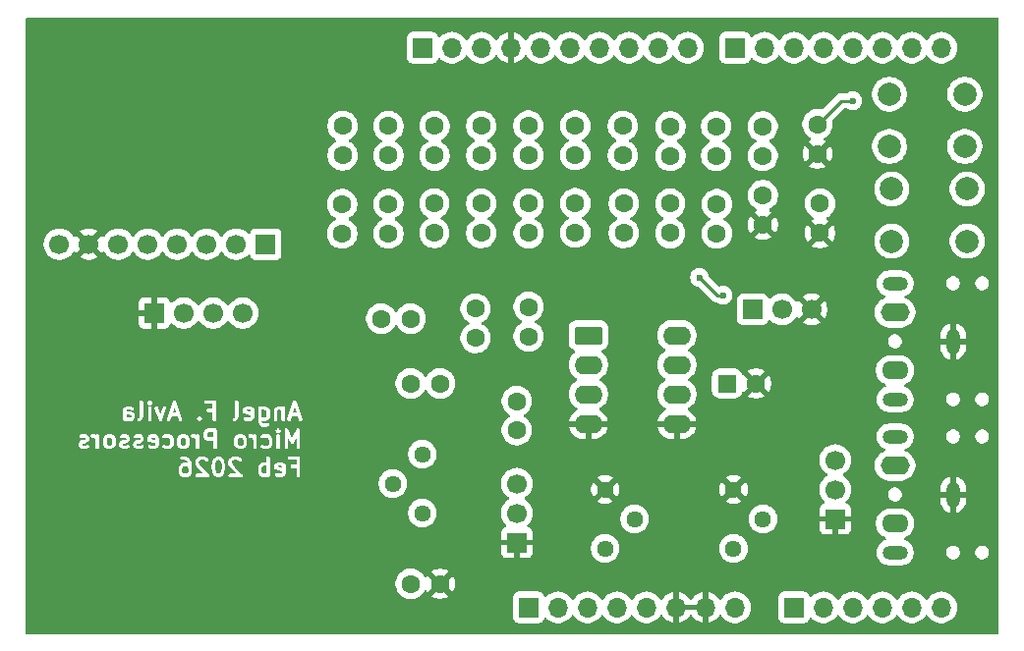
<source format=gbr>
%TF.GenerationSoftware,KiCad,Pcbnew,9.0.7*%
%TF.CreationDate,2026-02-15T19:22:42-07:00*%
%TF.ProjectId,PCB_Project,5043425f-5072-46f6-9a65-63742e6b6963,rev?*%
%TF.SameCoordinates,Original*%
%TF.FileFunction,Copper,L2,Bot*%
%TF.FilePolarity,Positive*%
%FSLAX46Y46*%
G04 Gerber Fmt 4.6, Leading zero omitted, Abs format (unit mm)*
G04 Created by KiCad (PCBNEW 9.0.7) date 2026-02-15 19:22:42*
%MOMM*%
%LPD*%
G01*
G04 APERTURE LIST*
G04 Aperture macros list*
%AMRoundRect*
0 Rectangle with rounded corners*
0 $1 Rounding radius*
0 $2 $3 $4 $5 $6 $7 $8 $9 X,Y pos of 4 corners*
0 Add a 4 corners polygon primitive as box body*
4,1,4,$2,$3,$4,$5,$6,$7,$8,$9,$2,$3,0*
0 Add four circle primitives for the rounded corners*
1,1,$1+$1,$2,$3*
1,1,$1+$1,$4,$5*
1,1,$1+$1,$6,$7*
1,1,$1+$1,$8,$9*
0 Add four rect primitives between the rounded corners*
20,1,$1+$1,$2,$3,$4,$5,0*
20,1,$1+$1,$4,$5,$6,$7,0*
20,1,$1+$1,$6,$7,$8,$9,0*
20,1,$1+$1,$8,$9,$2,$3,0*%
G04 Aperture macros list end*
%ADD10C,0.300000*%
%TA.AperFunction,ComponentPad*%
%ADD11O,2.200000X1.200000*%
%TD*%
%TA.AperFunction,ComponentPad*%
%ADD12O,2.300000X1.600000*%
%TD*%
%TA.AperFunction,ComponentPad*%
%ADD13O,1.200000X2.200000*%
%TD*%
%TA.AperFunction,ComponentPad*%
%ADD14O,2.500000X1.600000*%
%TD*%
%TA.AperFunction,ComponentPad*%
%ADD15R,1.700000X1.700000*%
%TD*%
%TA.AperFunction,ComponentPad*%
%ADD16O,1.700000X1.700000*%
%TD*%
%TA.AperFunction,ComponentPad*%
%ADD17C,1.600000*%
%TD*%
%TA.AperFunction,ComponentPad*%
%ADD18C,1.700000*%
%TD*%
%TA.AperFunction,ComponentPad*%
%ADD19C,1.440000*%
%TD*%
%TA.AperFunction,ComponentPad*%
%ADD20RoundRect,0.250000X-0.550000X-0.550000X0.550000X-0.550000X0.550000X0.550000X-0.550000X0.550000X0*%
%TD*%
%TA.AperFunction,ComponentPad*%
%ADD21RoundRect,0.250000X-0.950000X-0.550000X0.950000X-0.550000X0.950000X0.550000X-0.950000X0.550000X0*%
%TD*%
%TA.AperFunction,ComponentPad*%
%ADD22O,2.400000X1.600000*%
%TD*%
%TA.AperFunction,ComponentPad*%
%ADD23C,2.000000*%
%TD*%
%TA.AperFunction,ViaPad*%
%ADD24C,0.600000*%
%TD*%
%TA.AperFunction,Conductor*%
%ADD25C,0.250000*%
%TD*%
G04 APERTURE END LIST*
D10*
G36*
X98564064Y-85350962D02*
G01*
X98601069Y-85387967D01*
X98645776Y-85477380D01*
X98645776Y-85763704D01*
X98601069Y-85853117D01*
X98564064Y-85890122D01*
X98474652Y-85934828D01*
X98259758Y-85934828D01*
X98170344Y-85890121D01*
X98133340Y-85853117D01*
X98088633Y-85763703D01*
X98088633Y-85477381D01*
X98133340Y-85387967D01*
X98170344Y-85350963D01*
X98259758Y-85306257D01*
X98474652Y-85306257D01*
X98564064Y-85350962D01*
G37*
G36*
X101349779Y-84779535D02*
G01*
X101386783Y-84816539D01*
X101439962Y-84922898D01*
X101502918Y-85174720D01*
X101502918Y-85494936D01*
X101439962Y-85746757D01*
X101386782Y-85853117D01*
X101349779Y-85890121D01*
X101260366Y-85934828D01*
X101188328Y-85934828D01*
X101098915Y-85890122D01*
X101061911Y-85853118D01*
X101008731Y-85746758D01*
X100945775Y-85494934D01*
X100945775Y-85174721D01*
X101008731Y-84922897D01*
X101061911Y-84816538D01*
X101098915Y-84779534D01*
X101188328Y-84734828D01*
X101260365Y-84734828D01*
X101349779Y-84779535D01*
G37*
G36*
X105360061Y-85248961D02*
G01*
X105360061Y-85920694D01*
X105331794Y-85934828D01*
X105116899Y-85934828D01*
X105027486Y-85890122D01*
X104990482Y-85853118D01*
X104945775Y-85763703D01*
X104945775Y-85405952D01*
X104990482Y-85316538D01*
X105027486Y-85279534D01*
X105116899Y-85234828D01*
X105331794Y-85234828D01*
X105360061Y-85248961D01*
G37*
G36*
X106683971Y-85268060D02*
G01*
X106717203Y-85334523D01*
X106717203Y-85401857D01*
X106309973Y-85320411D01*
X106336149Y-85268060D01*
X106402613Y-85234828D01*
X106617508Y-85234828D01*
X106683971Y-85268060D01*
G37*
G36*
X91992636Y-82864619D02*
G01*
X92029640Y-82901623D01*
X92074346Y-82991035D01*
X92074346Y-83348788D01*
X92029639Y-83438201D01*
X91992634Y-83475206D01*
X91903222Y-83519912D01*
X91759756Y-83519912D01*
X91670343Y-83475206D01*
X91633339Y-83438202D01*
X91588632Y-83348787D01*
X91588632Y-82991036D01*
X91633339Y-82901622D01*
X91670343Y-82864618D01*
X91759756Y-82819912D01*
X91903222Y-82819912D01*
X91992636Y-82864619D01*
G37*
G36*
X95755400Y-82853144D02*
G01*
X95788632Y-82919607D01*
X95788632Y-82986941D01*
X95381402Y-82905495D01*
X95407578Y-82853144D01*
X95474042Y-82819912D01*
X95688937Y-82819912D01*
X95755400Y-82853144D01*
G37*
G36*
X98349779Y-82864619D02*
G01*
X98386783Y-82901623D01*
X98431489Y-82991035D01*
X98431489Y-83348788D01*
X98386782Y-83438201D01*
X98349777Y-83475206D01*
X98260365Y-83519912D01*
X98116899Y-83519912D01*
X98027486Y-83475206D01*
X97990482Y-83438202D01*
X97945775Y-83348787D01*
X97945775Y-82991036D01*
X97990482Y-82901622D01*
X98027486Y-82864618D01*
X98116899Y-82819912D01*
X98260365Y-82819912D01*
X98349779Y-82864619D01*
G37*
G36*
X103278350Y-82864619D02*
G01*
X103315354Y-82901623D01*
X103360060Y-82991035D01*
X103360060Y-83348788D01*
X103315353Y-83438201D01*
X103278348Y-83475206D01*
X103188936Y-83519912D01*
X103045470Y-83519912D01*
X102956057Y-83475206D01*
X102919053Y-83438202D01*
X102874346Y-83348787D01*
X102874346Y-82991036D01*
X102919053Y-82901622D01*
X102956057Y-82864618D01*
X103045470Y-82819912D01*
X103188936Y-82819912D01*
X103278350Y-82864619D01*
G37*
G36*
X100788632Y-82805626D02*
G01*
X100402613Y-82805626D01*
X100313199Y-82760919D01*
X100276194Y-82723914D01*
X100231489Y-82634502D01*
X100231489Y-82491035D01*
X100276194Y-82401624D01*
X100313199Y-82364619D01*
X100402613Y-82319912D01*
X100788632Y-82319912D01*
X100788632Y-82805626D01*
G37*
G36*
X105278350Y-80449703D02*
G01*
X105315354Y-80486707D01*
X105360060Y-80576119D01*
X105360060Y-80933872D01*
X105315353Y-81023285D01*
X105278348Y-81060290D01*
X105188936Y-81104996D01*
X104974042Y-81104996D01*
X104945775Y-81090862D01*
X104945775Y-80419129D01*
X104974042Y-80404996D01*
X105188936Y-80404996D01*
X105278350Y-80449703D01*
G37*
G36*
X93683972Y-80866798D02*
G01*
X93717204Y-80933262D01*
X93717204Y-81005300D01*
X93683972Y-81071764D01*
X93617509Y-81104996D01*
X93331186Y-81104996D01*
X93302919Y-81090862D01*
X93302919Y-80833568D01*
X93617509Y-80833568D01*
X93683972Y-80866798D01*
G37*
G36*
X103969685Y-80438228D02*
G01*
X104002917Y-80504691D01*
X104002917Y-80572025D01*
X103595687Y-80490579D01*
X103621863Y-80438228D01*
X103688327Y-80404996D01*
X103903222Y-80404996D01*
X103969685Y-80438228D01*
G37*
G36*
X97587662Y-80676425D02*
G01*
X97289603Y-80676425D01*
X97438632Y-80229337D01*
X97587662Y-80676425D01*
G37*
G36*
X107944804Y-80676425D02*
G01*
X107646745Y-80676425D01*
X107795774Y-80229337D01*
X107944804Y-80676425D01*
G37*
G36*
X108611264Y-86401495D02*
G01*
X88979108Y-86401495D01*
X88979108Y-85441971D01*
X97788633Y-85441971D01*
X97788633Y-85799114D01*
X97791515Y-85828378D01*
X97793578Y-85833358D01*
X97793960Y-85838733D01*
X97804469Y-85866196D01*
X97875898Y-86009053D01*
X97883825Y-86021646D01*
X97885341Y-86025306D01*
X97888722Y-86029425D01*
X97891563Y-86033939D01*
X97894556Y-86036535D01*
X97903996Y-86048037D01*
X97975425Y-86119466D01*
X97986929Y-86128907D01*
X97989524Y-86131899D01*
X97994033Y-86134737D01*
X97998156Y-86138121D01*
X98001817Y-86139637D01*
X98014409Y-86147564D01*
X98157267Y-86218992D01*
X98184730Y-86229502D01*
X98190105Y-86229883D01*
X98195084Y-86231946D01*
X98224348Y-86234828D01*
X98510062Y-86234828D01*
X98539326Y-86231946D01*
X98544304Y-86229883D01*
X98549680Y-86229502D01*
X98577144Y-86218992D01*
X98720001Y-86147564D01*
X98732594Y-86139636D01*
X98736254Y-86138121D01*
X98740373Y-86134739D01*
X98744887Y-86131899D01*
X98747483Y-86128905D01*
X98758985Y-86119466D01*
X98830414Y-86048037D01*
X98839855Y-86036532D01*
X98842847Y-86033938D01*
X98845685Y-86029428D01*
X98849069Y-86025306D01*
X98850585Y-86021644D01*
X98858512Y-86009053D01*
X98929940Y-85866195D01*
X98940450Y-85838732D01*
X98940831Y-85833356D01*
X98942894Y-85828378D01*
X98945776Y-85799114D01*
X98945776Y-85227685D01*
X98945273Y-85222581D01*
X98945599Y-85220394D01*
X98943979Y-85209443D01*
X98942894Y-85198421D01*
X98942046Y-85196376D01*
X98941297Y-85191305D01*
X98869869Y-84905591D01*
X98863711Y-84888355D01*
X98862991Y-84884714D01*
X98861231Y-84881413D01*
X98859976Y-84877900D01*
X98857771Y-84874925D01*
X98855434Y-84870542D01*
X99217204Y-84870542D01*
X99217204Y-85013400D01*
X99218662Y-85028211D01*
X99218382Y-85032161D01*
X99219563Y-85037355D01*
X99220086Y-85042664D01*
X99221602Y-85046325D01*
X99224902Y-85060835D01*
X99296331Y-85275119D01*
X99308319Y-85301970D01*
X99311849Y-85306040D01*
X99313912Y-85311020D01*
X99332567Y-85333751D01*
X99933644Y-85934828D01*
X99367204Y-85934828D01*
X99337940Y-85937710D01*
X99283868Y-85960108D01*
X99242484Y-86001492D01*
X99220086Y-86055564D01*
X99220086Y-86114092D01*
X99242484Y-86168164D01*
X99283868Y-86209548D01*
X99337940Y-86231946D01*
X99367204Y-86234828D01*
X100295776Y-86234828D01*
X100325040Y-86231946D01*
X100356313Y-86218992D01*
X100379111Y-86209549D01*
X100420497Y-86168163D01*
X100442894Y-86114091D01*
X100442894Y-86055565D01*
X100439775Y-86048036D01*
X100436333Y-86039727D01*
X100420497Y-86001492D01*
X100401842Y-85978762D01*
X99579337Y-85156257D01*
X100645775Y-85156257D01*
X100645775Y-85513400D01*
X100646277Y-85518503D01*
X100645952Y-85520691D01*
X100647571Y-85531642D01*
X100648657Y-85542664D01*
X100649503Y-85544708D01*
X100650254Y-85549781D01*
X100721683Y-85835494D01*
X100722454Y-85837652D01*
X100722531Y-85838733D01*
X100727189Y-85850907D01*
X100731576Y-85863185D01*
X100732220Y-85864055D01*
X100733040Y-85866196D01*
X100804469Y-86009053D01*
X100812397Y-86021648D01*
X100813912Y-86025305D01*
X100817291Y-86029422D01*
X100820134Y-86033939D01*
X100823128Y-86036536D01*
X100832566Y-86048036D01*
X100903994Y-86119465D01*
X100915499Y-86128907D01*
X100918094Y-86131899D01*
X100922604Y-86134738D01*
X100926725Y-86138120D01*
X100930384Y-86139635D01*
X100942979Y-86147564D01*
X101085837Y-86218992D01*
X101113300Y-86229502D01*
X101118675Y-86229883D01*
X101123654Y-86231946D01*
X101152918Y-86234828D01*
X101295775Y-86234828D01*
X101325039Y-86231946D01*
X101330017Y-86229883D01*
X101335393Y-86229502D01*
X101362856Y-86218992D01*
X101505715Y-86147564D01*
X101518309Y-86139635D01*
X101521969Y-86138120D01*
X101526089Y-86134738D01*
X101530600Y-86131899D01*
X101533194Y-86128907D01*
X101544700Y-86119465D01*
X101616128Y-86048036D01*
X101625566Y-86036535D01*
X101628560Y-86033939D01*
X101631400Y-86029426D01*
X101634782Y-86025306D01*
X101636297Y-86021646D01*
X101644225Y-86009053D01*
X101715654Y-85866197D01*
X101716473Y-85864054D01*
X101717118Y-85863185D01*
X101721502Y-85850913D01*
X101726163Y-85838733D01*
X101726239Y-85837652D01*
X101727011Y-85835494D01*
X101798439Y-85549780D01*
X101799188Y-85544708D01*
X101800036Y-85542664D01*
X101801121Y-85531641D01*
X101802741Y-85520691D01*
X101802415Y-85518503D01*
X101802918Y-85513400D01*
X101802918Y-85156257D01*
X101802415Y-85151153D01*
X101802741Y-85148966D01*
X101801121Y-85138015D01*
X101800036Y-85126993D01*
X101799188Y-85124948D01*
X101798439Y-85119877D01*
X101736106Y-84870542D01*
X102074346Y-84870542D01*
X102074346Y-85013400D01*
X102075804Y-85028211D01*
X102075524Y-85032161D01*
X102076705Y-85037355D01*
X102077228Y-85042664D01*
X102078744Y-85046325D01*
X102082044Y-85060835D01*
X102153473Y-85275119D01*
X102165461Y-85301970D01*
X102168991Y-85306040D01*
X102171054Y-85311020D01*
X102189709Y-85333751D01*
X102790786Y-85934828D01*
X102224346Y-85934828D01*
X102195082Y-85937710D01*
X102141010Y-85960108D01*
X102099626Y-86001492D01*
X102077228Y-86055564D01*
X102077228Y-86114092D01*
X102099626Y-86168164D01*
X102141010Y-86209548D01*
X102195082Y-86231946D01*
X102224346Y-86234828D01*
X103152918Y-86234828D01*
X103182182Y-86231946D01*
X103213455Y-86218992D01*
X103236253Y-86209549D01*
X103277639Y-86168163D01*
X103300036Y-86114091D01*
X103300036Y-86055565D01*
X103296917Y-86048036D01*
X103293475Y-86039727D01*
X103277639Y-86001492D01*
X103258984Y-85978762D01*
X102650764Y-85370542D01*
X104645775Y-85370542D01*
X104645775Y-85799114D01*
X104648657Y-85828378D01*
X104650720Y-85833358D01*
X104651102Y-85838733D01*
X104661611Y-85866196D01*
X104733040Y-86009053D01*
X104740968Y-86021648D01*
X104742483Y-86025305D01*
X104745862Y-86029422D01*
X104748705Y-86033939D01*
X104751699Y-86036536D01*
X104761137Y-86048036D01*
X104832565Y-86119465D01*
X104844070Y-86128907D01*
X104846665Y-86131899D01*
X104851175Y-86134738D01*
X104855296Y-86138120D01*
X104858955Y-86139635D01*
X104871550Y-86147564D01*
X105014408Y-86218992D01*
X105041871Y-86229502D01*
X105047246Y-86229883D01*
X105052225Y-86231946D01*
X105081489Y-86234828D01*
X105367204Y-86234828D01*
X105396468Y-86231946D01*
X105401446Y-86229883D01*
X105406822Y-86229502D01*
X105434286Y-86218992D01*
X105441190Y-86215539D01*
X105480797Y-86231946D01*
X105539325Y-86231946D01*
X105593397Y-86209548D01*
X105634781Y-86168164D01*
X105657179Y-86114092D01*
X105660061Y-86084828D01*
X105660061Y-85299114D01*
X106002918Y-85299114D01*
X106002918Y-85441971D01*
X106005800Y-85471235D01*
X106011424Y-85484812D01*
X106014276Y-85499229D01*
X106022514Y-85511586D01*
X106028198Y-85525307D01*
X106038590Y-85535699D01*
X106046741Y-85547925D01*
X106059079Y-85556188D01*
X106069582Y-85566691D01*
X106083158Y-85572314D01*
X106095370Y-85580493D01*
X106123501Y-85589058D01*
X106123652Y-85589088D01*
X106123654Y-85589089D01*
X106123656Y-85589089D01*
X106717203Y-85707798D01*
X106717203Y-85835132D01*
X106683971Y-85901596D01*
X106617508Y-85934828D01*
X106402613Y-85934828D01*
X106291428Y-85879236D01*
X106263964Y-85868726D01*
X106205584Y-85864578D01*
X106150062Y-85883086D01*
X106105847Y-85921433D01*
X106079672Y-85973782D01*
X106075524Y-86032162D01*
X106094032Y-86087684D01*
X106132379Y-86131899D01*
X106157264Y-86147564D01*
X106300122Y-86218992D01*
X106327585Y-86229502D01*
X106332960Y-86229883D01*
X106337939Y-86231946D01*
X106367203Y-86234828D01*
X106652918Y-86234828D01*
X106682182Y-86231946D01*
X106687160Y-86229883D01*
X106692536Y-86229502D01*
X106720000Y-86218992D01*
X106862857Y-86147564D01*
X106867749Y-86144484D01*
X106870060Y-86143714D01*
X106872936Y-86141219D01*
X106887743Y-86131899D01*
X106900064Y-86117691D01*
X106914275Y-86105367D01*
X106923595Y-86090559D01*
X106926089Y-86087684D01*
X106926858Y-86085374D01*
X106929939Y-86080481D01*
X107001368Y-85937623D01*
X107011877Y-85910160D01*
X107012258Y-85904784D01*
X107014321Y-85899806D01*
X107017203Y-85870542D01*
X107017203Y-85584989D01*
X107017204Y-85584985D01*
X107017203Y-85584979D01*
X107017203Y-85299114D01*
X107014321Y-85269850D01*
X107012258Y-85264871D01*
X107011877Y-85259496D01*
X107001367Y-85232033D01*
X106929939Y-85089175D01*
X106926858Y-85084281D01*
X106926089Y-85081973D01*
X106923595Y-85079097D01*
X106914274Y-85064290D01*
X106900067Y-85051969D01*
X106887743Y-85037758D01*
X106872932Y-85028435D01*
X106870059Y-85025943D01*
X106867751Y-85025173D01*
X106862857Y-85022093D01*
X106720000Y-84950664D01*
X106692537Y-84940155D01*
X106687162Y-84939773D01*
X106682182Y-84937710D01*
X106652918Y-84934828D01*
X106367203Y-84934828D01*
X106337939Y-84937710D01*
X106332958Y-84939773D01*
X106327584Y-84940155D01*
X106300120Y-84950664D01*
X106157264Y-85022093D01*
X106152369Y-85025173D01*
X106150062Y-85025943D01*
X106147187Y-85028435D01*
X106132378Y-85037758D01*
X106120054Y-85051967D01*
X106105847Y-85064289D01*
X106096527Y-85079094D01*
X106094031Y-85081973D01*
X106093260Y-85084284D01*
X106090182Y-85089175D01*
X106018754Y-85232032D01*
X106008244Y-85259496D01*
X106007862Y-85264871D01*
X106005800Y-85269850D01*
X106002918Y-85299114D01*
X105660061Y-85299114D01*
X105660061Y-84584828D01*
X105657179Y-84555564D01*
X107220085Y-84555564D01*
X107220085Y-84614092D01*
X107242483Y-84668164D01*
X107283867Y-84709548D01*
X107337939Y-84731946D01*
X107367203Y-84734828D01*
X107931489Y-84734828D01*
X107931489Y-85149114D01*
X107581489Y-85149114D01*
X107552225Y-85151996D01*
X107498153Y-85174394D01*
X107456769Y-85215778D01*
X107434371Y-85269850D01*
X107434371Y-85328378D01*
X107456769Y-85382450D01*
X107498153Y-85423834D01*
X107552225Y-85446232D01*
X107581489Y-85449114D01*
X107931489Y-85449114D01*
X107931489Y-86084828D01*
X107934371Y-86114092D01*
X107956769Y-86168164D01*
X107998153Y-86209548D01*
X108052225Y-86231946D01*
X108110753Y-86231946D01*
X108164825Y-86209548D01*
X108206209Y-86168164D01*
X108228607Y-86114092D01*
X108231489Y-86084828D01*
X108231489Y-84584828D01*
X108228607Y-84555564D01*
X108206209Y-84501492D01*
X108164825Y-84460108D01*
X108110753Y-84437710D01*
X108081489Y-84434828D01*
X107367203Y-84434828D01*
X107337939Y-84437710D01*
X107283867Y-84460108D01*
X107242483Y-84501492D01*
X107220085Y-84555564D01*
X105657179Y-84555564D01*
X105634781Y-84501492D01*
X105593397Y-84460108D01*
X105539325Y-84437710D01*
X105480797Y-84437710D01*
X105426725Y-84460108D01*
X105385341Y-84501492D01*
X105362943Y-84555564D01*
X105360061Y-84584828D01*
X105360061Y-84934828D01*
X105081489Y-84934828D01*
X105052225Y-84937710D01*
X105047244Y-84939773D01*
X105041870Y-84940155D01*
X105014406Y-84950664D01*
X104871550Y-85022093D01*
X104858958Y-85030019D01*
X104855296Y-85031536D01*
X104851173Y-85034919D01*
X104846664Y-85037758D01*
X104844068Y-85040750D01*
X104832566Y-85050191D01*
X104761138Y-85121619D01*
X104751698Y-85133120D01*
X104748705Y-85135717D01*
X104745864Y-85140230D01*
X104742483Y-85144350D01*
X104740967Y-85148009D01*
X104733040Y-85160603D01*
X104661611Y-85303460D01*
X104651102Y-85330923D01*
X104650720Y-85336297D01*
X104648657Y-85341278D01*
X104645775Y-85370542D01*
X102650764Y-85370542D01*
X102426879Y-85146657D01*
X102374346Y-84989058D01*
X102374346Y-84905952D01*
X102419053Y-84816538D01*
X102456057Y-84779535D01*
X102545471Y-84734828D01*
X102831794Y-84734828D01*
X102921207Y-84779535D01*
X102975423Y-84833751D01*
X102998153Y-84852406D01*
X103052226Y-84874802D01*
X103110752Y-84874802D01*
X103164824Y-84852406D01*
X103206210Y-84811020D01*
X103228606Y-84756948D01*
X103228606Y-84698422D01*
X103206210Y-84644349D01*
X103187555Y-84621619D01*
X103116127Y-84550191D01*
X103104625Y-84540751D01*
X103102029Y-84537758D01*
X103097515Y-84534917D01*
X103093396Y-84531536D01*
X103089736Y-84530020D01*
X103077143Y-84522093D01*
X102934286Y-84450664D01*
X102906823Y-84440155D01*
X102901448Y-84439773D01*
X102896468Y-84437710D01*
X102867204Y-84434828D01*
X102510061Y-84434828D01*
X102480797Y-84437710D01*
X102475816Y-84439773D01*
X102470442Y-84440155D01*
X102442978Y-84450664D01*
X102300122Y-84522093D01*
X102287528Y-84530020D01*
X102283869Y-84531536D01*
X102279748Y-84534917D01*
X102275236Y-84537758D01*
X102272639Y-84540751D01*
X102261139Y-84550190D01*
X102189710Y-84621618D01*
X102180270Y-84633120D01*
X102177276Y-84635717D01*
X102174434Y-84640231D01*
X102171055Y-84644349D01*
X102169539Y-84648007D01*
X102161611Y-84660603D01*
X102090182Y-84803460D01*
X102079673Y-84830923D01*
X102079291Y-84836297D01*
X102077228Y-84841278D01*
X102074346Y-84870542D01*
X101736106Y-84870542D01*
X101727011Y-84834162D01*
X101726239Y-84832003D01*
X101726163Y-84830923D01*
X101721502Y-84818742D01*
X101717118Y-84806471D01*
X101716473Y-84805601D01*
X101715654Y-84803459D01*
X101644225Y-84660603D01*
X101636298Y-84648011D01*
X101634782Y-84644349D01*
X101631398Y-84640226D01*
X101628560Y-84635717D01*
X101625567Y-84633121D01*
X101616127Y-84621619D01*
X101544699Y-84550191D01*
X101533197Y-84540751D01*
X101530601Y-84537758D01*
X101526087Y-84534917D01*
X101521968Y-84531536D01*
X101518308Y-84530020D01*
X101505715Y-84522093D01*
X101362857Y-84450664D01*
X101335394Y-84440154D01*
X101330016Y-84439771D01*
X101325039Y-84437710D01*
X101295775Y-84434828D01*
X101152918Y-84434828D01*
X101123654Y-84437710D01*
X101118673Y-84439773D01*
X101113299Y-84440155D01*
X101085835Y-84450664D01*
X100942979Y-84522093D01*
X100930387Y-84530019D01*
X100926725Y-84531536D01*
X100922602Y-84534919D01*
X100918093Y-84537758D01*
X100915497Y-84540750D01*
X100903995Y-84550191D01*
X100832567Y-84621619D01*
X100823127Y-84633120D01*
X100820134Y-84635717D01*
X100817293Y-84640230D01*
X100813912Y-84644350D01*
X100812396Y-84648009D01*
X100804469Y-84660603D01*
X100733040Y-84803460D01*
X100732220Y-84805600D01*
X100731576Y-84806471D01*
X100727189Y-84818748D01*
X100722531Y-84830923D01*
X100722454Y-84832003D01*
X100721683Y-84834162D01*
X100650254Y-85119877D01*
X100649504Y-85124948D01*
X100648657Y-85126993D01*
X100647571Y-85138015D01*
X100645952Y-85148966D01*
X100646277Y-85151153D01*
X100645775Y-85156257D01*
X99579337Y-85156257D01*
X99569737Y-85146657D01*
X99517204Y-84989058D01*
X99517204Y-84905952D01*
X99561911Y-84816538D01*
X99598915Y-84779535D01*
X99688329Y-84734828D01*
X99974652Y-84734828D01*
X100064065Y-84779535D01*
X100118281Y-84833751D01*
X100141011Y-84852406D01*
X100195084Y-84874802D01*
X100253610Y-84874802D01*
X100307682Y-84852406D01*
X100349068Y-84811020D01*
X100371464Y-84756948D01*
X100371464Y-84698422D01*
X100349068Y-84644349D01*
X100330413Y-84621619D01*
X100258985Y-84550191D01*
X100247483Y-84540751D01*
X100244887Y-84537758D01*
X100240373Y-84534917D01*
X100236254Y-84531536D01*
X100232594Y-84530020D01*
X100220001Y-84522093D01*
X100077144Y-84450664D01*
X100049681Y-84440155D01*
X100044306Y-84439773D01*
X100039326Y-84437710D01*
X100010062Y-84434828D01*
X99652919Y-84434828D01*
X99623655Y-84437710D01*
X99618674Y-84439773D01*
X99613300Y-84440155D01*
X99585836Y-84450664D01*
X99442980Y-84522093D01*
X99430386Y-84530020D01*
X99426727Y-84531536D01*
X99422606Y-84534917D01*
X99418094Y-84537758D01*
X99415497Y-84540751D01*
X99403997Y-84550190D01*
X99332568Y-84621618D01*
X99323128Y-84633120D01*
X99320134Y-84635717D01*
X99317292Y-84640231D01*
X99313913Y-84644349D01*
X99312397Y-84648007D01*
X99304469Y-84660603D01*
X99233040Y-84803460D01*
X99222531Y-84830923D01*
X99222149Y-84836297D01*
X99220086Y-84841278D01*
X99217204Y-84870542D01*
X98855434Y-84870542D01*
X98849156Y-84858766D01*
X98706299Y-84644480D01*
X98706230Y-84644396D01*
X98706211Y-84644349D01*
X98697118Y-84633269D01*
X98687668Y-84621730D01*
X98687623Y-84621700D01*
X98687556Y-84621618D01*
X98616127Y-84550190D01*
X98604627Y-84540752D01*
X98602030Y-84537758D01*
X98597513Y-84534915D01*
X98593396Y-84531536D01*
X98589739Y-84530021D01*
X98577144Y-84522093D01*
X98434287Y-84450664D01*
X98406824Y-84440155D01*
X98401449Y-84439773D01*
X98396469Y-84437710D01*
X98367205Y-84434828D01*
X98081491Y-84434828D01*
X98052227Y-84437710D01*
X97998155Y-84460108D01*
X97956771Y-84501492D01*
X97934373Y-84555564D01*
X97934373Y-84614092D01*
X97956771Y-84668164D01*
X97998155Y-84709548D01*
X98052227Y-84731946D01*
X98081491Y-84734828D01*
X98331795Y-84734828D01*
X98421209Y-84779535D01*
X98464921Y-84823247D01*
X98585128Y-85003557D01*
X98591565Y-85029303D01*
X98577144Y-85022093D01*
X98549680Y-85011583D01*
X98544304Y-85011201D01*
X98539326Y-85009139D01*
X98510062Y-85006257D01*
X98224348Y-85006257D01*
X98195084Y-85009139D01*
X98190105Y-85011201D01*
X98184730Y-85011583D01*
X98157267Y-85022093D01*
X98014409Y-85093521D01*
X98001817Y-85101447D01*
X97998156Y-85102964D01*
X97994033Y-85106347D01*
X97989524Y-85109186D01*
X97986929Y-85112177D01*
X97975425Y-85121619D01*
X97903996Y-85193048D01*
X97894556Y-85204549D01*
X97891563Y-85207146D01*
X97888722Y-85211659D01*
X97885341Y-85215779D01*
X97883825Y-85219438D01*
X97875898Y-85232032D01*
X97804469Y-85374889D01*
X97793960Y-85402352D01*
X97793578Y-85407726D01*
X97791515Y-85412707D01*
X97788633Y-85441971D01*
X88979108Y-85441971D01*
X88979108Y-83384198D01*
X89145775Y-83384198D01*
X89145775Y-83455626D01*
X89148657Y-83484890D01*
X89150718Y-83489867D01*
X89151101Y-83495245D01*
X89161611Y-83522708D01*
X89233040Y-83665566D01*
X89236120Y-83670460D01*
X89236890Y-83672768D01*
X89239382Y-83675641D01*
X89248705Y-83690452D01*
X89262916Y-83702776D01*
X89275237Y-83716983D01*
X89290044Y-83726304D01*
X89292920Y-83728798D01*
X89295228Y-83729567D01*
X89300122Y-83732648D01*
X89442980Y-83804076D01*
X89470443Y-83814586D01*
X89475818Y-83814967D01*
X89480797Y-83817030D01*
X89510061Y-83819912D01*
X89795775Y-83819912D01*
X89825039Y-83817030D01*
X89830017Y-83814967D01*
X89835393Y-83814586D01*
X89862857Y-83804076D01*
X90005714Y-83732648D01*
X90030600Y-83716983D01*
X90068946Y-83672768D01*
X90087454Y-83617246D01*
X90083306Y-83558866D01*
X90057132Y-83506517D01*
X90012917Y-83468170D01*
X89957394Y-83449662D01*
X89899014Y-83453810D01*
X89871551Y-83464320D01*
X89760365Y-83519912D01*
X89545471Y-83519912D01*
X89479007Y-83486680D01*
X89445775Y-83420216D01*
X89445775Y-83419608D01*
X89479007Y-83353143D01*
X89545471Y-83319912D01*
X89724347Y-83319912D01*
X89753611Y-83317030D01*
X89758589Y-83314967D01*
X89763965Y-83314586D01*
X89791429Y-83304076D01*
X89934286Y-83232648D01*
X89939178Y-83229568D01*
X89941489Y-83228798D01*
X89944365Y-83226303D01*
X89959172Y-83216983D01*
X89971493Y-83202775D01*
X89985704Y-83190451D01*
X89995024Y-83175643D01*
X89997518Y-83172768D01*
X89998287Y-83170458D01*
X90001368Y-83165565D01*
X90072797Y-83022707D01*
X90083306Y-82995244D01*
X90083687Y-82989868D01*
X90085750Y-82984890D01*
X90088632Y-82955626D01*
X90088632Y-82884198D01*
X90085750Y-82854934D01*
X90083687Y-82849955D01*
X90083306Y-82844580D01*
X90072796Y-82817117D01*
X90001368Y-82674259D01*
X89998287Y-82669365D01*
X89997518Y-82667057D01*
X89995024Y-82664181D01*
X89985703Y-82649374D01*
X89975641Y-82640648D01*
X90220085Y-82640648D01*
X90220085Y-82699176D01*
X90242483Y-82753248D01*
X90283867Y-82794632D01*
X90337939Y-82817030D01*
X90367203Y-82819912D01*
X90474650Y-82819912D01*
X90564064Y-82864619D01*
X90601068Y-82901623D01*
X90645775Y-82991036D01*
X90645775Y-83669912D01*
X90648657Y-83699176D01*
X90671055Y-83753248D01*
X90712439Y-83794632D01*
X90766511Y-83817030D01*
X90825039Y-83817030D01*
X90879111Y-83794632D01*
X90920495Y-83753248D01*
X90942893Y-83699176D01*
X90945775Y-83669912D01*
X90945775Y-82955626D01*
X91288632Y-82955626D01*
X91288632Y-83384198D01*
X91291514Y-83413462D01*
X91293577Y-83418442D01*
X91293959Y-83423817D01*
X91304468Y-83451280D01*
X91375897Y-83594137D01*
X91383825Y-83606732D01*
X91385340Y-83610389D01*
X91388719Y-83614506D01*
X91391562Y-83619023D01*
X91394556Y-83621620D01*
X91403994Y-83633120D01*
X91475422Y-83704549D01*
X91486927Y-83713991D01*
X91489522Y-83716983D01*
X91494032Y-83719822D01*
X91498153Y-83723204D01*
X91501812Y-83724719D01*
X91514407Y-83732648D01*
X91657265Y-83804076D01*
X91684728Y-83814586D01*
X91690103Y-83814967D01*
X91695082Y-83817030D01*
X91724346Y-83819912D01*
X91938632Y-83819912D01*
X91967896Y-83817030D01*
X91972874Y-83814967D01*
X91978250Y-83814586D01*
X92005714Y-83804076D01*
X92148571Y-83732648D01*
X92161164Y-83724720D01*
X92164824Y-83723205D01*
X92168943Y-83719823D01*
X92173457Y-83716983D01*
X92176053Y-83713989D01*
X92187555Y-83704550D01*
X92258984Y-83633121D01*
X92268425Y-83621616D01*
X92271417Y-83619022D01*
X92274255Y-83614512D01*
X92277639Y-83610390D01*
X92279155Y-83606728D01*
X92287082Y-83594137D01*
X92358510Y-83451279D01*
X92369020Y-83423816D01*
X92369401Y-83418440D01*
X92371464Y-83413462D01*
X92374346Y-83384198D01*
X92645775Y-83384198D01*
X92645775Y-83455626D01*
X92648657Y-83484890D01*
X92650718Y-83489867D01*
X92651101Y-83495245D01*
X92661611Y-83522708D01*
X92733040Y-83665566D01*
X92736120Y-83670460D01*
X92736890Y-83672768D01*
X92739382Y-83675641D01*
X92748705Y-83690452D01*
X92762916Y-83702776D01*
X92775237Y-83716983D01*
X92790044Y-83726304D01*
X92792920Y-83728798D01*
X92795228Y-83729567D01*
X92800122Y-83732648D01*
X92942980Y-83804076D01*
X92970443Y-83814586D01*
X92975818Y-83814967D01*
X92980797Y-83817030D01*
X93010061Y-83819912D01*
X93295775Y-83819912D01*
X93325039Y-83817030D01*
X93330017Y-83814967D01*
X93335393Y-83814586D01*
X93362857Y-83804076D01*
X93505714Y-83732648D01*
X93530600Y-83716983D01*
X93568946Y-83672768D01*
X93587454Y-83617246D01*
X93583306Y-83558866D01*
X93557132Y-83506517D01*
X93512917Y-83468170D01*
X93457394Y-83449662D01*
X93399014Y-83453810D01*
X93371551Y-83464320D01*
X93260365Y-83519912D01*
X93045471Y-83519912D01*
X92979007Y-83486680D01*
X92945775Y-83420216D01*
X92945775Y-83419608D01*
X92963480Y-83384198D01*
X93860061Y-83384198D01*
X93860061Y-83455626D01*
X93862943Y-83484890D01*
X93865004Y-83489867D01*
X93865387Y-83495245D01*
X93875897Y-83522708D01*
X93947326Y-83665566D01*
X93950406Y-83670460D01*
X93951176Y-83672768D01*
X93953668Y-83675641D01*
X93962991Y-83690452D01*
X93977202Y-83702776D01*
X93989523Y-83716983D01*
X94004330Y-83726304D01*
X94007206Y-83728798D01*
X94009514Y-83729567D01*
X94014408Y-83732648D01*
X94157266Y-83804076D01*
X94184729Y-83814586D01*
X94190104Y-83814967D01*
X94195083Y-83817030D01*
X94224347Y-83819912D01*
X94510061Y-83819912D01*
X94539325Y-83817030D01*
X94544303Y-83814967D01*
X94549679Y-83814586D01*
X94577143Y-83804076D01*
X94720000Y-83732648D01*
X94744886Y-83716983D01*
X94783232Y-83672768D01*
X94801740Y-83617246D01*
X94797592Y-83558866D01*
X94771418Y-83506517D01*
X94727203Y-83468170D01*
X94671680Y-83449662D01*
X94613300Y-83453810D01*
X94585837Y-83464320D01*
X94474651Y-83519912D01*
X94259757Y-83519912D01*
X94193293Y-83486680D01*
X94160061Y-83420216D01*
X94160061Y-83419608D01*
X94193293Y-83353143D01*
X94259757Y-83319912D01*
X94438633Y-83319912D01*
X94467897Y-83317030D01*
X94472875Y-83314967D01*
X94478251Y-83314586D01*
X94505715Y-83304076D01*
X94648572Y-83232648D01*
X94653464Y-83229568D01*
X94655775Y-83228798D01*
X94658651Y-83226303D01*
X94673458Y-83216983D01*
X94685779Y-83202775D01*
X94699990Y-83190451D01*
X94709310Y-83175643D01*
X94711804Y-83172768D01*
X94712573Y-83170458D01*
X94715654Y-83165565D01*
X94787083Y-83022707D01*
X94797592Y-82995244D01*
X94797973Y-82989868D01*
X94800036Y-82984890D01*
X94802918Y-82955626D01*
X94802918Y-82884198D01*
X95074347Y-82884198D01*
X95074347Y-83027055D01*
X95077229Y-83056319D01*
X95082853Y-83069896D01*
X95085705Y-83084313D01*
X95093943Y-83096670D01*
X95099627Y-83110391D01*
X95110019Y-83120783D01*
X95118170Y-83133009D01*
X95130508Y-83141272D01*
X95141011Y-83151775D01*
X95154587Y-83157398D01*
X95166799Y-83165577D01*
X95194930Y-83174142D01*
X95195081Y-83174172D01*
X95195083Y-83174173D01*
X95195085Y-83174173D01*
X95788632Y-83292882D01*
X95788632Y-83420216D01*
X95755400Y-83486680D01*
X95688937Y-83519912D01*
X95474042Y-83519912D01*
X95362857Y-83464320D01*
X95335393Y-83453810D01*
X95277013Y-83449662D01*
X95221491Y-83468170D01*
X95177276Y-83506517D01*
X95151101Y-83558866D01*
X95146953Y-83617246D01*
X95165461Y-83672768D01*
X95203808Y-83716983D01*
X95228693Y-83732648D01*
X95371551Y-83804076D01*
X95399014Y-83814586D01*
X95404389Y-83814967D01*
X95409368Y-83817030D01*
X95438632Y-83819912D01*
X95724347Y-83819912D01*
X95753611Y-83817030D01*
X95758589Y-83814967D01*
X95763965Y-83814586D01*
X95791429Y-83804076D01*
X95934286Y-83732648D01*
X95939178Y-83729568D01*
X95941489Y-83728798D01*
X95944365Y-83726303D01*
X95959172Y-83716983D01*
X95971493Y-83702775D01*
X95985704Y-83690451D01*
X95995024Y-83675643D01*
X95997518Y-83672768D01*
X95998287Y-83670458D01*
X96001368Y-83665565D01*
X96072797Y-83522707D01*
X96083306Y-83495244D01*
X96083687Y-83489868D01*
X96085750Y-83484890D01*
X96088632Y-83455626D01*
X96088632Y-83170073D01*
X96088633Y-83170069D01*
X96088632Y-83170063D01*
X96088632Y-82884198D01*
X96085750Y-82854934D01*
X96083687Y-82849955D01*
X96083306Y-82844580D01*
X96072796Y-82817117D01*
X96025528Y-82722580D01*
X96361239Y-82722580D01*
X96365388Y-82780960D01*
X96391562Y-82833309D01*
X96435777Y-82871656D01*
X96491300Y-82890163D01*
X96549680Y-82886014D01*
X96577143Y-82875505D01*
X96688328Y-82819912D01*
X96903222Y-82819912D01*
X96992636Y-82864619D01*
X97029640Y-82901623D01*
X97074346Y-82991035D01*
X97074346Y-83348788D01*
X97029639Y-83438201D01*
X96992634Y-83475206D01*
X96903222Y-83519912D01*
X96688328Y-83519912D01*
X96577143Y-83464320D01*
X96549679Y-83453810D01*
X96491299Y-83449662D01*
X96435777Y-83468170D01*
X96391562Y-83506517D01*
X96365387Y-83558866D01*
X96361239Y-83617246D01*
X96379747Y-83672768D01*
X96418094Y-83716983D01*
X96442979Y-83732648D01*
X96585837Y-83804076D01*
X96613300Y-83814586D01*
X96618675Y-83814967D01*
X96623654Y-83817030D01*
X96652918Y-83819912D01*
X96938632Y-83819912D01*
X96967896Y-83817030D01*
X96972874Y-83814967D01*
X96978250Y-83814586D01*
X97005714Y-83804076D01*
X97148571Y-83732648D01*
X97161164Y-83724720D01*
X97164824Y-83723205D01*
X97168943Y-83719823D01*
X97173457Y-83716983D01*
X97176053Y-83713989D01*
X97187555Y-83704550D01*
X97258984Y-83633121D01*
X97268425Y-83621616D01*
X97271417Y-83619022D01*
X97274255Y-83614512D01*
X97277639Y-83610390D01*
X97279155Y-83606728D01*
X97287082Y-83594137D01*
X97358510Y-83451279D01*
X97369020Y-83423816D01*
X97369401Y-83418440D01*
X97371464Y-83413462D01*
X97374346Y-83384198D01*
X97374346Y-82955626D01*
X97645775Y-82955626D01*
X97645775Y-83384198D01*
X97648657Y-83413462D01*
X97650720Y-83418442D01*
X97651102Y-83423817D01*
X97661611Y-83451280D01*
X97733040Y-83594137D01*
X97740968Y-83606732D01*
X97742483Y-83610389D01*
X97745862Y-83614506D01*
X97748705Y-83619023D01*
X97751699Y-83621620D01*
X97761137Y-83633120D01*
X97832565Y-83704549D01*
X97844070Y-83713991D01*
X97846665Y-83716983D01*
X97851175Y-83719822D01*
X97855296Y-83723204D01*
X97858955Y-83724719D01*
X97871550Y-83732648D01*
X98014408Y-83804076D01*
X98041871Y-83814586D01*
X98047246Y-83814967D01*
X98052225Y-83817030D01*
X98081489Y-83819912D01*
X98295775Y-83819912D01*
X98325039Y-83817030D01*
X98330017Y-83814967D01*
X98335393Y-83814586D01*
X98362857Y-83804076D01*
X98505714Y-83732648D01*
X98518307Y-83724720D01*
X98521967Y-83723205D01*
X98526086Y-83719823D01*
X98530600Y-83716983D01*
X98533196Y-83713989D01*
X98544698Y-83704550D01*
X98616127Y-83633121D01*
X98625568Y-83621616D01*
X98628560Y-83619022D01*
X98631398Y-83614512D01*
X98634782Y-83610390D01*
X98636298Y-83606728D01*
X98644225Y-83594137D01*
X98715653Y-83451279D01*
X98726163Y-83423816D01*
X98726544Y-83418440D01*
X98728607Y-83413462D01*
X98731489Y-83384198D01*
X98731489Y-82955626D01*
X98728607Y-82926362D01*
X98726544Y-82921383D01*
X98726163Y-82916008D01*
X98715653Y-82888545D01*
X98644225Y-82745687D01*
X98636296Y-82733092D01*
X98634781Y-82729433D01*
X98631399Y-82725312D01*
X98628560Y-82720802D01*
X98625568Y-82718207D01*
X98616126Y-82706702D01*
X98550071Y-82640648D01*
X98862942Y-82640648D01*
X98862942Y-82699176D01*
X98885340Y-82753248D01*
X98926724Y-82794632D01*
X98980796Y-82817030D01*
X99010060Y-82819912D01*
X99117507Y-82819912D01*
X99206921Y-82864619D01*
X99243925Y-82901623D01*
X99288632Y-82991036D01*
X99288632Y-83669912D01*
X99291514Y-83699176D01*
X99313912Y-83753248D01*
X99355296Y-83794632D01*
X99409368Y-83817030D01*
X99467896Y-83817030D01*
X99521968Y-83794632D01*
X99563352Y-83753248D01*
X99585750Y-83699176D01*
X99588632Y-83669912D01*
X99588632Y-82669912D01*
X99585750Y-82640648D01*
X99563352Y-82586576D01*
X99521968Y-82545192D01*
X99467896Y-82522794D01*
X99409368Y-82522794D01*
X99355296Y-82545192D01*
X99316493Y-82583995D01*
X99219999Y-82535748D01*
X99192536Y-82525238D01*
X99187158Y-82524855D01*
X99182181Y-82522794D01*
X99152917Y-82519912D01*
X99010060Y-82519912D01*
X98980796Y-82522794D01*
X98926724Y-82545192D01*
X98885340Y-82586576D01*
X98862942Y-82640648D01*
X98550071Y-82640648D01*
X98544697Y-82635274D01*
X98533197Y-82625836D01*
X98530600Y-82622842D01*
X98526083Y-82619999D01*
X98521966Y-82616620D01*
X98518309Y-82615105D01*
X98505714Y-82607177D01*
X98362857Y-82535748D01*
X98335394Y-82525239D01*
X98330019Y-82524857D01*
X98325039Y-82522794D01*
X98295775Y-82519912D01*
X98081489Y-82519912D01*
X98052225Y-82522794D01*
X98047244Y-82524857D01*
X98041870Y-82525239D01*
X98014406Y-82535748D01*
X97871550Y-82607177D01*
X97858958Y-82615103D01*
X97855296Y-82616620D01*
X97851173Y-82620003D01*
X97846664Y-82622842D01*
X97844068Y-82625834D01*
X97832566Y-82635275D01*
X97761138Y-82706703D01*
X97751698Y-82718204D01*
X97748705Y-82720801D01*
X97745864Y-82725314D01*
X97742483Y-82729434D01*
X97740967Y-82733093D01*
X97733040Y-82745687D01*
X97661611Y-82888544D01*
X97651102Y-82916007D01*
X97650720Y-82921381D01*
X97648657Y-82926362D01*
X97645775Y-82955626D01*
X97374346Y-82955626D01*
X97371464Y-82926362D01*
X97369401Y-82921383D01*
X97369020Y-82916008D01*
X97358510Y-82888545D01*
X97287082Y-82745687D01*
X97279153Y-82733092D01*
X97277638Y-82729433D01*
X97274256Y-82725312D01*
X97271417Y-82720802D01*
X97268425Y-82718207D01*
X97258983Y-82706702D01*
X97187554Y-82635274D01*
X97176054Y-82625836D01*
X97173457Y-82622842D01*
X97168940Y-82619999D01*
X97164823Y-82616620D01*
X97161166Y-82615105D01*
X97148571Y-82607177D01*
X97005714Y-82535748D01*
X96978251Y-82525239D01*
X96972876Y-82524857D01*
X96967896Y-82522794D01*
X96938632Y-82519912D01*
X96652918Y-82519912D01*
X96623654Y-82522794D01*
X96618673Y-82524857D01*
X96613299Y-82525239D01*
X96585835Y-82535748D01*
X96442979Y-82607177D01*
X96418093Y-82622842D01*
X96379746Y-82667057D01*
X96361239Y-82722580D01*
X96025528Y-82722580D01*
X96001368Y-82674259D01*
X95998287Y-82669365D01*
X95997518Y-82667057D01*
X95995024Y-82664181D01*
X95985703Y-82649374D01*
X95971496Y-82637053D01*
X95959172Y-82622842D01*
X95944361Y-82613519D01*
X95941488Y-82611027D01*
X95939180Y-82610257D01*
X95934286Y-82607177D01*
X95791429Y-82535748D01*
X95763966Y-82525239D01*
X95758591Y-82524857D01*
X95753611Y-82522794D01*
X95724347Y-82519912D01*
X95438632Y-82519912D01*
X95409368Y-82522794D01*
X95404387Y-82524857D01*
X95399013Y-82525239D01*
X95371549Y-82535748D01*
X95228693Y-82607177D01*
X95223798Y-82610257D01*
X95221491Y-82611027D01*
X95218616Y-82613519D01*
X95203807Y-82622842D01*
X95191483Y-82637051D01*
X95177276Y-82649373D01*
X95167956Y-82664178D01*
X95165460Y-82667057D01*
X95164689Y-82669368D01*
X95161611Y-82674259D01*
X95090183Y-82817116D01*
X95079673Y-82844580D01*
X95079291Y-82849955D01*
X95077229Y-82854934D01*
X95074347Y-82884198D01*
X94802918Y-82884198D01*
X94800036Y-82854934D01*
X94797973Y-82849955D01*
X94797592Y-82844580D01*
X94787082Y-82817117D01*
X94715654Y-82674259D01*
X94712573Y-82669365D01*
X94711804Y-82667057D01*
X94709310Y-82664181D01*
X94699989Y-82649374D01*
X94685782Y-82637053D01*
X94673458Y-82622842D01*
X94658647Y-82613519D01*
X94655774Y-82611027D01*
X94653466Y-82610257D01*
X94648572Y-82607177D01*
X94505715Y-82535748D01*
X94478252Y-82525239D01*
X94472877Y-82524857D01*
X94467897Y-82522794D01*
X94438633Y-82519912D01*
X94224347Y-82519912D01*
X94195083Y-82522794D01*
X94190102Y-82524857D01*
X94184728Y-82525239D01*
X94157264Y-82535748D01*
X94014408Y-82607177D01*
X93989522Y-82622842D01*
X93951175Y-82667057D01*
X93932668Y-82722580D01*
X93936817Y-82780960D01*
X93962991Y-82833309D01*
X94007206Y-82871656D01*
X94062729Y-82890163D01*
X94121109Y-82886014D01*
X94148572Y-82875505D01*
X94259757Y-82819912D01*
X94403223Y-82819912D01*
X94469686Y-82853144D01*
X94502918Y-82919607D01*
X94502918Y-82920216D01*
X94469686Y-82986680D01*
X94403223Y-83019912D01*
X94224347Y-83019912D01*
X94195083Y-83022794D01*
X94190102Y-83024857D01*
X94184728Y-83025239D01*
X94157264Y-83035748D01*
X94014408Y-83107177D01*
X94009513Y-83110257D01*
X94007206Y-83111027D01*
X94004331Y-83113519D01*
X93989522Y-83122842D01*
X93977198Y-83137051D01*
X93962991Y-83149373D01*
X93953671Y-83164178D01*
X93951175Y-83167057D01*
X93950404Y-83169368D01*
X93947326Y-83174259D01*
X93875897Y-83317116D01*
X93865388Y-83344579D01*
X93865006Y-83349953D01*
X93862943Y-83354934D01*
X93860061Y-83384198D01*
X92963480Y-83384198D01*
X92979007Y-83353143D01*
X93045471Y-83319912D01*
X93224347Y-83319912D01*
X93253611Y-83317030D01*
X93258589Y-83314967D01*
X93263965Y-83314586D01*
X93291429Y-83304076D01*
X93434286Y-83232648D01*
X93439178Y-83229568D01*
X93441489Y-83228798D01*
X93444365Y-83226303D01*
X93459172Y-83216983D01*
X93471493Y-83202775D01*
X93485704Y-83190451D01*
X93495024Y-83175643D01*
X93497518Y-83172768D01*
X93498287Y-83170458D01*
X93501368Y-83165565D01*
X93572797Y-83022707D01*
X93583306Y-82995244D01*
X93583687Y-82989868D01*
X93585750Y-82984890D01*
X93588632Y-82955626D01*
X93588632Y-82884198D01*
X93585750Y-82854934D01*
X93583687Y-82849955D01*
X93583306Y-82844580D01*
X93572796Y-82817117D01*
X93501368Y-82674259D01*
X93498287Y-82669365D01*
X93497518Y-82667057D01*
X93495024Y-82664181D01*
X93485703Y-82649374D01*
X93471496Y-82637053D01*
X93459172Y-82622842D01*
X93444361Y-82613519D01*
X93441488Y-82611027D01*
X93439180Y-82610257D01*
X93434286Y-82607177D01*
X93291429Y-82535748D01*
X93263966Y-82525239D01*
X93258591Y-82524857D01*
X93253611Y-82522794D01*
X93224347Y-82519912D01*
X93010061Y-82519912D01*
X92980797Y-82522794D01*
X92975816Y-82524857D01*
X92970442Y-82525239D01*
X92942978Y-82535748D01*
X92800122Y-82607177D01*
X92775236Y-82622842D01*
X92736889Y-82667057D01*
X92718382Y-82722580D01*
X92722531Y-82780960D01*
X92748705Y-82833309D01*
X92792920Y-82871656D01*
X92848443Y-82890163D01*
X92906823Y-82886014D01*
X92934286Y-82875505D01*
X93045471Y-82819912D01*
X93188937Y-82819912D01*
X93255400Y-82853144D01*
X93288632Y-82919607D01*
X93288632Y-82920216D01*
X93255400Y-82986680D01*
X93188937Y-83019912D01*
X93010061Y-83019912D01*
X92980797Y-83022794D01*
X92975816Y-83024857D01*
X92970442Y-83025239D01*
X92942978Y-83035748D01*
X92800122Y-83107177D01*
X92795227Y-83110257D01*
X92792920Y-83111027D01*
X92790045Y-83113519D01*
X92775236Y-83122842D01*
X92762912Y-83137051D01*
X92748705Y-83149373D01*
X92739385Y-83164178D01*
X92736889Y-83167057D01*
X92736118Y-83169368D01*
X92733040Y-83174259D01*
X92661611Y-83317116D01*
X92651102Y-83344579D01*
X92650720Y-83349953D01*
X92648657Y-83354934D01*
X92645775Y-83384198D01*
X92374346Y-83384198D01*
X92374346Y-82955626D01*
X92371464Y-82926362D01*
X92369401Y-82921383D01*
X92369020Y-82916008D01*
X92358510Y-82888545D01*
X92287082Y-82745687D01*
X92279153Y-82733092D01*
X92277638Y-82729433D01*
X92274256Y-82725312D01*
X92271417Y-82720802D01*
X92268425Y-82718207D01*
X92258983Y-82706702D01*
X92187554Y-82635274D01*
X92176054Y-82625836D01*
X92173457Y-82622842D01*
X92168940Y-82619999D01*
X92164823Y-82616620D01*
X92161166Y-82615105D01*
X92148571Y-82607177D01*
X92005714Y-82535748D01*
X91978251Y-82525239D01*
X91972876Y-82524857D01*
X91967896Y-82522794D01*
X91938632Y-82519912D01*
X91724346Y-82519912D01*
X91695082Y-82522794D01*
X91690101Y-82524857D01*
X91684727Y-82525239D01*
X91657263Y-82535748D01*
X91514407Y-82607177D01*
X91501815Y-82615103D01*
X91498153Y-82616620D01*
X91494030Y-82620003D01*
X91489521Y-82622842D01*
X91486925Y-82625834D01*
X91475423Y-82635275D01*
X91403995Y-82706703D01*
X91394555Y-82718204D01*
X91391562Y-82720801D01*
X91388721Y-82725314D01*
X91385340Y-82729434D01*
X91383824Y-82733093D01*
X91375897Y-82745687D01*
X91304468Y-82888544D01*
X91293959Y-82916007D01*
X91293577Y-82921381D01*
X91291514Y-82926362D01*
X91288632Y-82955626D01*
X90945775Y-82955626D01*
X90945775Y-82669912D01*
X90942893Y-82640648D01*
X90920495Y-82586576D01*
X90879111Y-82545192D01*
X90825039Y-82522794D01*
X90766511Y-82522794D01*
X90712439Y-82545192D01*
X90673636Y-82583995D01*
X90577142Y-82535748D01*
X90549679Y-82525238D01*
X90544301Y-82524855D01*
X90539324Y-82522794D01*
X90510060Y-82519912D01*
X90367203Y-82519912D01*
X90337939Y-82522794D01*
X90283867Y-82545192D01*
X90242483Y-82586576D01*
X90220085Y-82640648D01*
X89975641Y-82640648D01*
X89971496Y-82637053D01*
X89959172Y-82622842D01*
X89944361Y-82613519D01*
X89941488Y-82611027D01*
X89939180Y-82610257D01*
X89934286Y-82607177D01*
X89791429Y-82535748D01*
X89763966Y-82525239D01*
X89758591Y-82524857D01*
X89753611Y-82522794D01*
X89724347Y-82519912D01*
X89510061Y-82519912D01*
X89480797Y-82522794D01*
X89475816Y-82524857D01*
X89470442Y-82525239D01*
X89442978Y-82535748D01*
X89300122Y-82607177D01*
X89275236Y-82622842D01*
X89236889Y-82667057D01*
X89218382Y-82722580D01*
X89222531Y-82780960D01*
X89248705Y-82833309D01*
X89292920Y-82871656D01*
X89348443Y-82890163D01*
X89406823Y-82886014D01*
X89434286Y-82875505D01*
X89545471Y-82819912D01*
X89688937Y-82819912D01*
X89755400Y-82853144D01*
X89788632Y-82919607D01*
X89788632Y-82920216D01*
X89755400Y-82986680D01*
X89688937Y-83019912D01*
X89510061Y-83019912D01*
X89480797Y-83022794D01*
X89475816Y-83024857D01*
X89470442Y-83025239D01*
X89442978Y-83035748D01*
X89300122Y-83107177D01*
X89295227Y-83110257D01*
X89292920Y-83111027D01*
X89290045Y-83113519D01*
X89275236Y-83122842D01*
X89262912Y-83137051D01*
X89248705Y-83149373D01*
X89239385Y-83164178D01*
X89236889Y-83167057D01*
X89236118Y-83169368D01*
X89233040Y-83174259D01*
X89161611Y-83317116D01*
X89151102Y-83344579D01*
X89150720Y-83349953D01*
X89148657Y-83354934D01*
X89145775Y-83384198D01*
X88979108Y-83384198D01*
X88979108Y-82455626D01*
X99931489Y-82455626D01*
X99931489Y-82669912D01*
X99934371Y-82699176D01*
X99936433Y-82704154D01*
X99936815Y-82709530D01*
X99947325Y-82736994D01*
X100018753Y-82879851D01*
X100026680Y-82892444D01*
X100028196Y-82896104D01*
X100031577Y-82900223D01*
X100034418Y-82904737D01*
X100037411Y-82907333D01*
X100046851Y-82918835D01*
X100118280Y-82990264D01*
X100129784Y-82999705D01*
X100132379Y-83002697D01*
X100136888Y-83005535D01*
X100141011Y-83008919D01*
X100144672Y-83010435D01*
X100157264Y-83018362D01*
X100300122Y-83089790D01*
X100327585Y-83100300D01*
X100332960Y-83100681D01*
X100337939Y-83102744D01*
X100367203Y-83105626D01*
X100788632Y-83105626D01*
X100788632Y-83669912D01*
X100791514Y-83699176D01*
X100813912Y-83753248D01*
X100855296Y-83794632D01*
X100909368Y-83817030D01*
X100967896Y-83817030D01*
X101021968Y-83794632D01*
X101063352Y-83753248D01*
X101085750Y-83699176D01*
X101088632Y-83669912D01*
X101088632Y-82955626D01*
X102574346Y-82955626D01*
X102574346Y-83384198D01*
X102577228Y-83413462D01*
X102579291Y-83418442D01*
X102579673Y-83423817D01*
X102590182Y-83451280D01*
X102661611Y-83594137D01*
X102669539Y-83606732D01*
X102671054Y-83610389D01*
X102674433Y-83614506D01*
X102677276Y-83619023D01*
X102680270Y-83621620D01*
X102689708Y-83633120D01*
X102761136Y-83704549D01*
X102772641Y-83713991D01*
X102775236Y-83716983D01*
X102779746Y-83719822D01*
X102783867Y-83723204D01*
X102787526Y-83724719D01*
X102800121Y-83732648D01*
X102942979Y-83804076D01*
X102970442Y-83814586D01*
X102975817Y-83814967D01*
X102980796Y-83817030D01*
X103010060Y-83819912D01*
X103224346Y-83819912D01*
X103253610Y-83817030D01*
X103258588Y-83814967D01*
X103263964Y-83814586D01*
X103291428Y-83804076D01*
X103434285Y-83732648D01*
X103446878Y-83724720D01*
X103450538Y-83723205D01*
X103454657Y-83719823D01*
X103459171Y-83716983D01*
X103461767Y-83713989D01*
X103473269Y-83704550D01*
X103544698Y-83633121D01*
X103554139Y-83621616D01*
X103557131Y-83619022D01*
X103559969Y-83614512D01*
X103563353Y-83610390D01*
X103564869Y-83606728D01*
X103572796Y-83594137D01*
X103644224Y-83451279D01*
X103654734Y-83423816D01*
X103655115Y-83418440D01*
X103657178Y-83413462D01*
X103660060Y-83384198D01*
X103660060Y-82955626D01*
X103657178Y-82926362D01*
X103655115Y-82921383D01*
X103654734Y-82916008D01*
X103644224Y-82888545D01*
X103572796Y-82745687D01*
X103564867Y-82733092D01*
X103563352Y-82729433D01*
X103559970Y-82725312D01*
X103557131Y-82720802D01*
X103554139Y-82718207D01*
X103544697Y-82706702D01*
X103478642Y-82640648D01*
X103791513Y-82640648D01*
X103791513Y-82699176D01*
X103813911Y-82753248D01*
X103855295Y-82794632D01*
X103909367Y-82817030D01*
X103938631Y-82819912D01*
X104046078Y-82819912D01*
X104135492Y-82864619D01*
X104172496Y-82901623D01*
X104217203Y-82991036D01*
X104217203Y-83669912D01*
X104220085Y-83699176D01*
X104242483Y-83753248D01*
X104283867Y-83794632D01*
X104337939Y-83817030D01*
X104396467Y-83817030D01*
X104450539Y-83794632D01*
X104491923Y-83753248D01*
X104514321Y-83699176D01*
X104517203Y-83669912D01*
X104517203Y-82722580D01*
X104861238Y-82722580D01*
X104865387Y-82780960D01*
X104891561Y-82833309D01*
X104935776Y-82871656D01*
X104991299Y-82890163D01*
X105049679Y-82886014D01*
X105077142Y-82875505D01*
X105188327Y-82819912D01*
X105403221Y-82819912D01*
X105492635Y-82864619D01*
X105529639Y-82901623D01*
X105574345Y-82991035D01*
X105574345Y-83348788D01*
X105529638Y-83438201D01*
X105492633Y-83475206D01*
X105403221Y-83519912D01*
X105188327Y-83519912D01*
X105077142Y-83464320D01*
X105049678Y-83453810D01*
X104991298Y-83449662D01*
X104935776Y-83468170D01*
X104891561Y-83506517D01*
X104865386Y-83558866D01*
X104861238Y-83617246D01*
X104879746Y-83672768D01*
X104918093Y-83716983D01*
X104942978Y-83732648D01*
X105085836Y-83804076D01*
X105113299Y-83814586D01*
X105118674Y-83814967D01*
X105123653Y-83817030D01*
X105152917Y-83819912D01*
X105438631Y-83819912D01*
X105467895Y-83817030D01*
X105472873Y-83814967D01*
X105478249Y-83814586D01*
X105505713Y-83804076D01*
X105648570Y-83732648D01*
X105661163Y-83724720D01*
X105664823Y-83723205D01*
X105668942Y-83719823D01*
X105673456Y-83716983D01*
X105676052Y-83713989D01*
X105687554Y-83704550D01*
X105758983Y-83633121D01*
X105768424Y-83621616D01*
X105771416Y-83619022D01*
X105774254Y-83614512D01*
X105777638Y-83610390D01*
X105779154Y-83606728D01*
X105787081Y-83594137D01*
X105858509Y-83451279D01*
X105869019Y-83423816D01*
X105869400Y-83418440D01*
X105871463Y-83413462D01*
X105874345Y-83384198D01*
X105874345Y-82955626D01*
X105871463Y-82926362D01*
X105869400Y-82921383D01*
X105869019Y-82916008D01*
X105858509Y-82888545D01*
X105787081Y-82745687D01*
X105779152Y-82733092D01*
X105777637Y-82729433D01*
X105774255Y-82725312D01*
X105771416Y-82720802D01*
X105768424Y-82718207D01*
X105758982Y-82706702D01*
X105722191Y-82669912D01*
X106217203Y-82669912D01*
X106217203Y-83669912D01*
X106220085Y-83699176D01*
X106242483Y-83753248D01*
X106283867Y-83794632D01*
X106337939Y-83817030D01*
X106396467Y-83817030D01*
X106450539Y-83794632D01*
X106491923Y-83753248D01*
X106514321Y-83699176D01*
X106517203Y-83669912D01*
X106517203Y-82669912D01*
X106514321Y-82640648D01*
X106491923Y-82586576D01*
X106450539Y-82545192D01*
X106396467Y-82522794D01*
X106337939Y-82522794D01*
X106283867Y-82545192D01*
X106242483Y-82586576D01*
X106220085Y-82640648D01*
X106217203Y-82669912D01*
X105722191Y-82669912D01*
X105687553Y-82635274D01*
X105676053Y-82625836D01*
X105673456Y-82622842D01*
X105668939Y-82619999D01*
X105664822Y-82616620D01*
X105661165Y-82615105D01*
X105648570Y-82607177D01*
X105505713Y-82535748D01*
X105478250Y-82525239D01*
X105472875Y-82524857D01*
X105467895Y-82522794D01*
X105438631Y-82519912D01*
X105152917Y-82519912D01*
X105123653Y-82522794D01*
X105118672Y-82524857D01*
X105113298Y-82525239D01*
X105085834Y-82535748D01*
X104942978Y-82607177D01*
X104918092Y-82622842D01*
X104879745Y-82667057D01*
X104861238Y-82722580D01*
X104517203Y-82722580D01*
X104517203Y-82669912D01*
X104514321Y-82640648D01*
X104491923Y-82586576D01*
X104450539Y-82545192D01*
X104396467Y-82522794D01*
X104337939Y-82522794D01*
X104283867Y-82545192D01*
X104245064Y-82583995D01*
X104148570Y-82535748D01*
X104121107Y-82525238D01*
X104115729Y-82524855D01*
X104110752Y-82522794D01*
X104081488Y-82519912D01*
X103938631Y-82519912D01*
X103909367Y-82522794D01*
X103855295Y-82545192D01*
X103813911Y-82586576D01*
X103791513Y-82640648D01*
X103478642Y-82640648D01*
X103473268Y-82635274D01*
X103461768Y-82625836D01*
X103459171Y-82622842D01*
X103454654Y-82619999D01*
X103450537Y-82616620D01*
X103446880Y-82615105D01*
X103434285Y-82607177D01*
X103291428Y-82535748D01*
X103263965Y-82525239D01*
X103258590Y-82524857D01*
X103253610Y-82522794D01*
X103224346Y-82519912D01*
X103010060Y-82519912D01*
X102980796Y-82522794D01*
X102975815Y-82524857D01*
X102970441Y-82525239D01*
X102942977Y-82535748D01*
X102800121Y-82607177D01*
X102787529Y-82615103D01*
X102783867Y-82616620D01*
X102779744Y-82620003D01*
X102775235Y-82622842D01*
X102772639Y-82625834D01*
X102761137Y-82635275D01*
X102689709Y-82706703D01*
X102680269Y-82718204D01*
X102677276Y-82720801D01*
X102674435Y-82725314D01*
X102671054Y-82729434D01*
X102669538Y-82733093D01*
X102661611Y-82745687D01*
X102590182Y-82888544D01*
X102579673Y-82916007D01*
X102579291Y-82921381D01*
X102577228Y-82926362D01*
X102574346Y-82955626D01*
X101088632Y-82955626D01*
X101088632Y-82212079D01*
X106148656Y-82212079D01*
X106148656Y-82270605D01*
X106154000Y-82283505D01*
X106171053Y-82324676D01*
X106171054Y-82324677D01*
X106189709Y-82347408D01*
X106261138Y-82418836D01*
X106283867Y-82437489D01*
X106283868Y-82437490D01*
X106315542Y-82450609D01*
X106337939Y-82459887D01*
X106337940Y-82459887D01*
X106337941Y-82459887D01*
X106396466Y-82459887D01*
X106396467Y-82459887D01*
X106418864Y-82450609D01*
X106450538Y-82437490D01*
X106473269Y-82418835D01*
X106544697Y-82347407D01*
X106563352Y-82324677D01*
X106585748Y-82270604D01*
X106585748Y-82244196D01*
X106585749Y-82212079D01*
X106568283Y-82169912D01*
X106931489Y-82169912D01*
X106931489Y-83669912D01*
X106934371Y-83699176D01*
X106956769Y-83753248D01*
X106998153Y-83794632D01*
X107052225Y-83817030D01*
X107110753Y-83817030D01*
X107164825Y-83794632D01*
X107206209Y-83753248D01*
X107228607Y-83699176D01*
X107231489Y-83669912D01*
X107231489Y-82846045D01*
X107445562Y-83304774D01*
X107451908Y-83315487D01*
X107453229Y-83319119D01*
X107455580Y-83321687D01*
X107460549Y-83330074D01*
X107477354Y-83345464D01*
X107492756Y-83362282D01*
X107498799Y-83365102D01*
X107503712Y-83369601D01*
X107525132Y-83377390D01*
X107545794Y-83387032D01*
X107552451Y-83387324D01*
X107558714Y-83389602D01*
X107581493Y-83388601D01*
X107604264Y-83389602D01*
X107610523Y-83387325D01*
X107617185Y-83387033D01*
X107637852Y-83377388D01*
X107659267Y-83369601D01*
X107664180Y-83365101D01*
X107670222Y-83362282D01*
X107685617Y-83345469D01*
X107702430Y-83330074D01*
X107707398Y-83321685D01*
X107709749Y-83319119D01*
X107711068Y-83315489D01*
X107717416Y-83304774D01*
X107931489Y-82846046D01*
X107931489Y-83669912D01*
X107934371Y-83699176D01*
X107956769Y-83753248D01*
X107998153Y-83794632D01*
X108052225Y-83817030D01*
X108110753Y-83817030D01*
X108164825Y-83794632D01*
X108206209Y-83753248D01*
X108228607Y-83699176D01*
X108231489Y-83669912D01*
X108231489Y-82169912D01*
X108229594Y-82150674D01*
X108229750Y-82147136D01*
X108229058Y-82145235D01*
X108228607Y-82140648D01*
X108218646Y-82116602D01*
X108209749Y-82092134D01*
X108207489Y-82089666D01*
X108206209Y-82086576D01*
X108187811Y-82068178D01*
X108170222Y-82048971D01*
X108167188Y-82047555D01*
X108164825Y-82045192D01*
X108140794Y-82035238D01*
X108117185Y-82024220D01*
X108113840Y-82024073D01*
X108110753Y-82022794D01*
X108084729Y-82022794D01*
X108058714Y-82021651D01*
X108055571Y-82022794D01*
X108052225Y-82022794D01*
X108028172Y-82032757D01*
X108003712Y-82041652D01*
X108001244Y-82043911D01*
X107998153Y-82045192D01*
X107979744Y-82063600D01*
X107960549Y-82081179D01*
X107958199Y-82085145D01*
X107956769Y-82086576D01*
X107955413Y-82089848D01*
X107945562Y-82106479D01*
X107581489Y-82886635D01*
X107217416Y-82106479D01*
X107207562Y-82089844D01*
X107206209Y-82086576D01*
X107204780Y-82085147D01*
X107202430Y-82081179D01*
X107183222Y-82063589D01*
X107164825Y-82045192D01*
X107161734Y-82043911D01*
X107159267Y-82041652D01*
X107134801Y-82032755D01*
X107110753Y-82022794D01*
X107107407Y-82022794D01*
X107104264Y-82021651D01*
X107078260Y-82022794D01*
X107052225Y-82022794D01*
X107049134Y-82024074D01*
X107045794Y-82024221D01*
X107022198Y-82035231D01*
X106998153Y-82045192D01*
X106995789Y-82047555D01*
X106992756Y-82048971D01*
X106975166Y-82068178D01*
X106956769Y-82086576D01*
X106955488Y-82089666D01*
X106953229Y-82092134D01*
X106944332Y-82116599D01*
X106934371Y-82140648D01*
X106933919Y-82145236D01*
X106933228Y-82147137D01*
X106933383Y-82150675D01*
X106931489Y-82169912D01*
X106568283Y-82169912D01*
X106563352Y-82158006D01*
X106544698Y-82135276D01*
X106473270Y-82063847D01*
X106450539Y-82045192D01*
X106450538Y-82045191D01*
X106418864Y-82032071D01*
X106396467Y-82022794D01*
X106337939Y-82022794D01*
X106315542Y-82032071D01*
X106283868Y-82045191D01*
X106261137Y-82063846D01*
X106189708Y-82135275D01*
X106171053Y-82158006D01*
X106150883Y-82206703D01*
X106148656Y-82212079D01*
X101088632Y-82212079D01*
X101088632Y-82169912D01*
X101085750Y-82140648D01*
X101063352Y-82086576D01*
X101021968Y-82045192D01*
X100967896Y-82022794D01*
X100938632Y-82019912D01*
X100367203Y-82019912D01*
X100337939Y-82022794D01*
X100332958Y-82024857D01*
X100327584Y-82025239D01*
X100300120Y-82035748D01*
X100157264Y-82107177D01*
X100144670Y-82115104D01*
X100141011Y-82116620D01*
X100136890Y-82120001D01*
X100132378Y-82122842D01*
X100129781Y-82125835D01*
X100118281Y-82135274D01*
X100046852Y-82206702D01*
X100037412Y-82218204D01*
X100034418Y-82220801D01*
X100031576Y-82225315D01*
X100028197Y-82229433D01*
X100026681Y-82233091D01*
X100018753Y-82245687D01*
X99947325Y-82388544D01*
X99936815Y-82416008D01*
X99936433Y-82421383D01*
X99934371Y-82426362D01*
X99931489Y-82455626D01*
X88979108Y-82455626D01*
X88979108Y-80469282D01*
X93002919Y-80469282D01*
X93002919Y-81254996D01*
X93005801Y-81284260D01*
X93028199Y-81338332D01*
X93069583Y-81379716D01*
X93123655Y-81402114D01*
X93182183Y-81402114D01*
X93221790Y-81385707D01*
X93228695Y-81389160D01*
X93256158Y-81399670D01*
X93261533Y-81400051D01*
X93266512Y-81402114D01*
X93295776Y-81404996D01*
X93652919Y-81404996D01*
X93682183Y-81402114D01*
X93687161Y-81400051D01*
X93692537Y-81399670D01*
X93720001Y-81389160D01*
X93862858Y-81317732D01*
X93867750Y-81314652D01*
X93870061Y-81313882D01*
X93872937Y-81311387D01*
X93887744Y-81302067D01*
X93900065Y-81287859D01*
X93914276Y-81275535D01*
X93923596Y-81260727D01*
X93926090Y-81257852D01*
X93926859Y-81255542D01*
X93929940Y-81250649D01*
X93937148Y-81236234D01*
X94218382Y-81236234D01*
X94222530Y-81294614D01*
X94248705Y-81346963D01*
X94292920Y-81385310D01*
X94348442Y-81403818D01*
X94406822Y-81399670D01*
X94434286Y-81389160D01*
X94577143Y-81317732D01*
X94582037Y-81314651D01*
X94584345Y-81313882D01*
X94587219Y-81311389D01*
X94602029Y-81302067D01*
X94614351Y-81287858D01*
X94628560Y-81275536D01*
X94637882Y-81260726D01*
X94640375Y-81257852D01*
X94641144Y-81255544D01*
X94644225Y-81250650D01*
X94715654Y-81107792D01*
X94726164Y-81080329D01*
X94726546Y-81074951D01*
X94728608Y-81069974D01*
X94731490Y-81040710D01*
X94731490Y-80254996D01*
X95145776Y-80254996D01*
X95145776Y-81254996D01*
X95148658Y-81284260D01*
X95171056Y-81338332D01*
X95212440Y-81379716D01*
X95266512Y-81402114D01*
X95325040Y-81402114D01*
X95379112Y-81379716D01*
X95420496Y-81338332D01*
X95442894Y-81284260D01*
X95445776Y-81254996D01*
X95445776Y-80276918D01*
X95718814Y-80276918D01*
X95725943Y-80305446D01*
X96083086Y-81305446D01*
X96095642Y-81332036D01*
X96100695Y-81337618D01*
X96103918Y-81344421D01*
X96120190Y-81359152D01*
X96134922Y-81375425D01*
X96141724Y-81378647D01*
X96147307Y-81383701D01*
X96167981Y-81391084D01*
X96187814Y-81400479D01*
X96195332Y-81400852D01*
X96202425Y-81403386D01*
X96224347Y-81402295D01*
X96246269Y-81403386D01*
X96253361Y-81400852D01*
X96260880Y-81400479D01*
X96280712Y-81391084D01*
X96301387Y-81383701D01*
X96306969Y-81378647D01*
X96313772Y-81375425D01*
X96328503Y-81359152D01*
X96344776Y-81344421D01*
X96347998Y-81337618D01*
X96353052Y-81332036D01*
X96365608Y-81305446D01*
X96390326Y-81236235D01*
X96789810Y-81236235D01*
X96793959Y-81294616D01*
X96820133Y-81346963D01*
X96864347Y-81385310D01*
X96919871Y-81403818D01*
X96978252Y-81399669D01*
X97030599Y-81373495D01*
X97068946Y-81329281D01*
X97080934Y-81302430D01*
X97189603Y-80976425D01*
X97687662Y-80976425D01*
X97796330Y-81302430D01*
X97808318Y-81329281D01*
X97846665Y-81373496D01*
X97899013Y-81399669D01*
X97957393Y-81403819D01*
X98012917Y-81385310D01*
X98057131Y-81346963D01*
X98083305Y-81294616D01*
X98087455Y-81236236D01*
X98080935Y-81207562D01*
X98063183Y-81154306D01*
X99362943Y-81154306D01*
X99362943Y-81212832D01*
X99365169Y-81218205D01*
X99385340Y-81266903D01*
X99385341Y-81266904D01*
X99403996Y-81289635D01*
X99475425Y-81361063D01*
X99498154Y-81379716D01*
X99498155Y-81379717D01*
X99520953Y-81389160D01*
X99552226Y-81402114D01*
X99552227Y-81402114D01*
X99552228Y-81402114D01*
X99610753Y-81402114D01*
X99610754Y-81402114D01*
X99642027Y-81389160D01*
X99664825Y-81379717D01*
X99687556Y-81361062D01*
X99758984Y-81289634D01*
X99777639Y-81266904D01*
X99800035Y-81212831D01*
X99800035Y-81186423D01*
X99800036Y-81154306D01*
X99777639Y-81100233D01*
X99758985Y-81077503D01*
X99687557Y-81006074D01*
X99664826Y-80987419D01*
X99664825Y-80987418D01*
X99633151Y-80974298D01*
X99610754Y-80965021D01*
X99552226Y-80965021D01*
X99529829Y-80974298D01*
X99498155Y-80987418D01*
X99475424Y-81006073D01*
X99403995Y-81077502D01*
X99385340Y-81100233D01*
X99365170Y-81148930D01*
X99362943Y-81154306D01*
X98063183Y-81154306D01*
X97586991Y-79725732D01*
X100005800Y-79725732D01*
X100005800Y-79784260D01*
X100028198Y-79838332D01*
X100069582Y-79879716D01*
X100123654Y-79902114D01*
X100152918Y-79904996D01*
X100717204Y-79904996D01*
X100717204Y-80319282D01*
X100367204Y-80319282D01*
X100337940Y-80322164D01*
X100283868Y-80344562D01*
X100242484Y-80385946D01*
X100220086Y-80440018D01*
X100220086Y-80498546D01*
X100242484Y-80552618D01*
X100283868Y-80594002D01*
X100337940Y-80616400D01*
X100367204Y-80619282D01*
X100717204Y-80619282D01*
X100717204Y-81254996D01*
X100720086Y-81284260D01*
X100742484Y-81338332D01*
X100783868Y-81379716D01*
X100837940Y-81402114D01*
X100896468Y-81402114D01*
X100950540Y-81379716D01*
X100991924Y-81338332D01*
X101014322Y-81284260D01*
X101017204Y-81254996D01*
X101017204Y-81236234D01*
X102432667Y-81236234D01*
X102436815Y-81294614D01*
X102462990Y-81346963D01*
X102507205Y-81385310D01*
X102562727Y-81403818D01*
X102621107Y-81399670D01*
X102648571Y-81389160D01*
X102791428Y-81317732D01*
X102796322Y-81314651D01*
X102798630Y-81313882D01*
X102801504Y-81311389D01*
X102816314Y-81302067D01*
X102828636Y-81287858D01*
X102842845Y-81275536D01*
X102852167Y-81260726D01*
X102854660Y-81257852D01*
X102855429Y-81255544D01*
X102858510Y-81250650D01*
X102929939Y-81107792D01*
X102940449Y-81080329D01*
X102940831Y-81074951D01*
X102942893Y-81069974D01*
X102945775Y-81040710D01*
X102945775Y-80469282D01*
X103288632Y-80469282D01*
X103288632Y-80612139D01*
X103291514Y-80641403D01*
X103297138Y-80654980D01*
X103299990Y-80669397D01*
X103308228Y-80681754D01*
X103313912Y-80695475D01*
X103324304Y-80705867D01*
X103332455Y-80718093D01*
X103344793Y-80726356D01*
X103355296Y-80736859D01*
X103368872Y-80742482D01*
X103381084Y-80750661D01*
X103409215Y-80759226D01*
X103409366Y-80759256D01*
X103409368Y-80759257D01*
X103409370Y-80759257D01*
X104002917Y-80877966D01*
X104002917Y-81005300D01*
X103969685Y-81071764D01*
X103903222Y-81104996D01*
X103688327Y-81104996D01*
X103577142Y-81049404D01*
X103549678Y-81038894D01*
X103491298Y-81034746D01*
X103435776Y-81053254D01*
X103391561Y-81091601D01*
X103365386Y-81143950D01*
X103361238Y-81202330D01*
X103379746Y-81257852D01*
X103418093Y-81302067D01*
X103442978Y-81317732D01*
X103585836Y-81389160D01*
X103613299Y-81399670D01*
X103618674Y-81400051D01*
X103623653Y-81402114D01*
X103652917Y-81404996D01*
X103938632Y-81404996D01*
X103967896Y-81402114D01*
X103972874Y-81400051D01*
X103978250Y-81399670D01*
X104005714Y-81389160D01*
X104148571Y-81317732D01*
X104153463Y-81314652D01*
X104155774Y-81313882D01*
X104158650Y-81311387D01*
X104173457Y-81302067D01*
X104185778Y-81287859D01*
X104199989Y-81275535D01*
X104209309Y-81260727D01*
X104211803Y-81257852D01*
X104212572Y-81255542D01*
X104215653Y-81250649D01*
X104287082Y-81107791D01*
X104297591Y-81080328D01*
X104297972Y-81074952D01*
X104300035Y-81069974D01*
X104302917Y-81040710D01*
X104302917Y-80755157D01*
X104302918Y-80755153D01*
X104302917Y-80755147D01*
X104302917Y-80469282D01*
X104300035Y-80440018D01*
X104297972Y-80435039D01*
X104297591Y-80429664D01*
X104287081Y-80402201D01*
X104215653Y-80259343D01*
X104212916Y-80254996D01*
X104645775Y-80254996D01*
X104645775Y-81469282D01*
X104648657Y-81498546D01*
X104650719Y-81503524D01*
X104651101Y-81508900D01*
X104661611Y-81536364D01*
X104733039Y-81679221D01*
X104740966Y-81691814D01*
X104742482Y-81695474D01*
X104745863Y-81699593D01*
X104748704Y-81704107D01*
X104751697Y-81706703D01*
X104761137Y-81718205D01*
X104832566Y-81789634D01*
X104844070Y-81799075D01*
X104846665Y-81802067D01*
X104851174Y-81804905D01*
X104855297Y-81808289D01*
X104858958Y-81809805D01*
X104871550Y-81817732D01*
X105014408Y-81889160D01*
X105041871Y-81899670D01*
X105047246Y-81900051D01*
X105052225Y-81902114D01*
X105081489Y-81904996D01*
X105295775Y-81904996D01*
X105325039Y-81902114D01*
X105330017Y-81900051D01*
X105335393Y-81899670D01*
X105362857Y-81889160D01*
X105505714Y-81817732D01*
X105530600Y-81802067D01*
X105568946Y-81757852D01*
X105587454Y-81702330D01*
X105583306Y-81643950D01*
X105557132Y-81591601D01*
X105512917Y-81553254D01*
X105457394Y-81534746D01*
X105399014Y-81538894D01*
X105371551Y-81549404D01*
X105260365Y-81604996D01*
X105116899Y-81604996D01*
X105027485Y-81560289D01*
X104990480Y-81523284D01*
X104945775Y-81433872D01*
X104945775Y-81404996D01*
X105224346Y-81404996D01*
X105253610Y-81402114D01*
X105258588Y-81400051D01*
X105263964Y-81399670D01*
X105291428Y-81389160D01*
X105434285Y-81317732D01*
X105446878Y-81309804D01*
X105450538Y-81308289D01*
X105454657Y-81304907D01*
X105459171Y-81302067D01*
X105461767Y-81299073D01*
X105473269Y-81289634D01*
X105544698Y-81218205D01*
X105554139Y-81206700D01*
X105557131Y-81204106D01*
X105559969Y-81199596D01*
X105563353Y-81195474D01*
X105564869Y-81191812D01*
X105572796Y-81179221D01*
X105644224Y-81036363D01*
X105654734Y-81008900D01*
X105655115Y-81003524D01*
X105657178Y-80998546D01*
X105660060Y-80969282D01*
X105660060Y-80540710D01*
X105657178Y-80511446D01*
X105655115Y-80506467D01*
X105654734Y-80501092D01*
X105644224Y-80473629D01*
X105642051Y-80469282D01*
X106002918Y-80469282D01*
X106002918Y-81254996D01*
X106005800Y-81284260D01*
X106028198Y-81338332D01*
X106069582Y-81379716D01*
X106123654Y-81402114D01*
X106182182Y-81402114D01*
X106236254Y-81379716D01*
X106277638Y-81338332D01*
X106300036Y-81284260D01*
X106302918Y-81254996D01*
X106302918Y-80504691D01*
X106336149Y-80438228D01*
X106402613Y-80404996D01*
X106546079Y-80404996D01*
X106635493Y-80449703D01*
X106645775Y-80459985D01*
X106645775Y-81254996D01*
X106648657Y-81284260D01*
X106671055Y-81338332D01*
X106712439Y-81379716D01*
X106766511Y-81402114D01*
X106825039Y-81402114D01*
X106879111Y-81379716D01*
X106920495Y-81338332D01*
X106942893Y-81284260D01*
X106945775Y-81254996D01*
X106945775Y-81236235D01*
X107146952Y-81236235D01*
X107151101Y-81294616D01*
X107177275Y-81346963D01*
X107221489Y-81385310D01*
X107277013Y-81403818D01*
X107335394Y-81399669D01*
X107387741Y-81373495D01*
X107426088Y-81329281D01*
X107438076Y-81302430D01*
X107546745Y-80976425D01*
X108044804Y-80976425D01*
X108153472Y-81302430D01*
X108165460Y-81329281D01*
X108203807Y-81373496D01*
X108256155Y-81399669D01*
X108314535Y-81403819D01*
X108370059Y-81385310D01*
X108414273Y-81346963D01*
X108440447Y-81294616D01*
X108444597Y-81236236D01*
X108438077Y-81207562D01*
X107938076Y-79707562D01*
X107926088Y-79680711D01*
X107919065Y-79672614D01*
X107914273Y-79663029D01*
X107900064Y-79650705D01*
X107887741Y-79636497D01*
X107878155Y-79631704D01*
X107870059Y-79624682D01*
X107852215Y-79618733D01*
X107835394Y-79610323D01*
X107824705Y-79609563D01*
X107814535Y-79606173D01*
X107795769Y-79607506D01*
X107777013Y-79606174D01*
X107766845Y-79609563D01*
X107756155Y-79610323D01*
X107739331Y-79618734D01*
X107721489Y-79624682D01*
X107713394Y-79631702D01*
X107703807Y-79636496D01*
X107691481Y-79650707D01*
X107677275Y-79663029D01*
X107672482Y-79672613D01*
X107665460Y-79680711D01*
X107653472Y-79707562D01*
X107153472Y-81207562D01*
X107146952Y-81236235D01*
X106945775Y-81236235D01*
X106945775Y-80254996D01*
X106942893Y-80225732D01*
X106920495Y-80171660D01*
X106879111Y-80130276D01*
X106825039Y-80107878D01*
X106766511Y-80107878D01*
X106712439Y-80130276D01*
X106697445Y-80145269D01*
X106648571Y-80120832D01*
X106621108Y-80110323D01*
X106615733Y-80109941D01*
X106610753Y-80107878D01*
X106581489Y-80104996D01*
X106367203Y-80104996D01*
X106337939Y-80107878D01*
X106332958Y-80109941D01*
X106327584Y-80110323D01*
X106300120Y-80120832D01*
X106157264Y-80192261D01*
X106152369Y-80195341D01*
X106150062Y-80196111D01*
X106147187Y-80198603D01*
X106132378Y-80207926D01*
X106120054Y-80222135D01*
X106105847Y-80234457D01*
X106096527Y-80249262D01*
X106094031Y-80252141D01*
X106093260Y-80254452D01*
X106090182Y-80259343D01*
X106018754Y-80402200D01*
X106008244Y-80429664D01*
X106007862Y-80435039D01*
X106005800Y-80440018D01*
X106002918Y-80469282D01*
X105642051Y-80469282D01*
X105572796Y-80330771D01*
X105564867Y-80318176D01*
X105563352Y-80314517D01*
X105559970Y-80310396D01*
X105557131Y-80305886D01*
X105554139Y-80303291D01*
X105544697Y-80291786D01*
X105473268Y-80220358D01*
X105461768Y-80210920D01*
X105459171Y-80207926D01*
X105454654Y-80205083D01*
X105450537Y-80201704D01*
X105446880Y-80200189D01*
X105434285Y-80192261D01*
X105291428Y-80120832D01*
X105263965Y-80110323D01*
X105258590Y-80109941D01*
X105253610Y-80107878D01*
X105224346Y-80104996D01*
X104938632Y-80104996D01*
X104909368Y-80107878D01*
X104904387Y-80109941D01*
X104899013Y-80110323D01*
X104871549Y-80120832D01*
X104864645Y-80124283D01*
X104825039Y-80107878D01*
X104766511Y-80107878D01*
X104712439Y-80130276D01*
X104671055Y-80171660D01*
X104648657Y-80225732D01*
X104645775Y-80254996D01*
X104212916Y-80254996D01*
X104212572Y-80254449D01*
X104211803Y-80252141D01*
X104209309Y-80249265D01*
X104199988Y-80234458D01*
X104185781Y-80222137D01*
X104173457Y-80207926D01*
X104158646Y-80198603D01*
X104155773Y-80196111D01*
X104153465Y-80195341D01*
X104148571Y-80192261D01*
X104005714Y-80120832D01*
X103978251Y-80110323D01*
X103972876Y-80109941D01*
X103967896Y-80107878D01*
X103938632Y-80104996D01*
X103652917Y-80104996D01*
X103623653Y-80107878D01*
X103618672Y-80109941D01*
X103613298Y-80110323D01*
X103585834Y-80120832D01*
X103442978Y-80192261D01*
X103438083Y-80195341D01*
X103435776Y-80196111D01*
X103432901Y-80198603D01*
X103418092Y-80207926D01*
X103405768Y-80222135D01*
X103391561Y-80234457D01*
X103382241Y-80249262D01*
X103379745Y-80252141D01*
X103378974Y-80254452D01*
X103375896Y-80259343D01*
X103304468Y-80402200D01*
X103293958Y-80429664D01*
X103293576Y-80435039D01*
X103291514Y-80440018D01*
X103288632Y-80469282D01*
X102945775Y-80469282D01*
X102945775Y-79754996D01*
X102942893Y-79725732D01*
X102920495Y-79671660D01*
X102879111Y-79630276D01*
X102825039Y-79607878D01*
X102766511Y-79607878D01*
X102712439Y-79630276D01*
X102671055Y-79671660D01*
X102648657Y-79725732D01*
X102645775Y-79754996D01*
X102645775Y-81005300D01*
X102612542Y-81071764D01*
X102514407Y-81120832D01*
X102489522Y-81136497D01*
X102451175Y-81180712D01*
X102432667Y-81236234D01*
X101017204Y-81236234D01*
X101017204Y-79754996D01*
X101014322Y-79725732D01*
X100991924Y-79671660D01*
X100950540Y-79630276D01*
X100896468Y-79607878D01*
X100867204Y-79604996D01*
X100152918Y-79604996D01*
X100123654Y-79607878D01*
X100069582Y-79630276D01*
X100028198Y-79671660D01*
X100005800Y-79725732D01*
X97586991Y-79725732D01*
X97580934Y-79707562D01*
X97568946Y-79680711D01*
X97561923Y-79672614D01*
X97557131Y-79663029D01*
X97542922Y-79650705D01*
X97530599Y-79636497D01*
X97521013Y-79631704D01*
X97512917Y-79624682D01*
X97495073Y-79618733D01*
X97478252Y-79610323D01*
X97467563Y-79609563D01*
X97457393Y-79606173D01*
X97438627Y-79607506D01*
X97419871Y-79606174D01*
X97409703Y-79609563D01*
X97399013Y-79610323D01*
X97382189Y-79618734D01*
X97364347Y-79624682D01*
X97356252Y-79631702D01*
X97346665Y-79636496D01*
X97334339Y-79650707D01*
X97320133Y-79663029D01*
X97315340Y-79672613D01*
X97308318Y-79680711D01*
X97296330Y-79707562D01*
X96796330Y-81207562D01*
X96789810Y-81236235D01*
X96390326Y-81236235D01*
X96722751Y-80305447D01*
X96729880Y-80276918D01*
X96726973Y-80218463D01*
X96701919Y-80165571D01*
X96658530Y-80126291D01*
X96603412Y-80106606D01*
X96544957Y-80109513D01*
X96492065Y-80134567D01*
X96452785Y-80177956D01*
X96440229Y-80204546D01*
X96224347Y-80809015D01*
X96008465Y-80204546D01*
X95995909Y-80177956D01*
X95956629Y-80134567D01*
X95903737Y-80109513D01*
X95845282Y-80106606D01*
X95790164Y-80126291D01*
X95746775Y-80165571D01*
X95721721Y-80218463D01*
X95718814Y-80276918D01*
X95445776Y-80276918D01*
X95445776Y-80254996D01*
X95442894Y-80225732D01*
X95420496Y-80171660D01*
X95379112Y-80130276D01*
X95325040Y-80107878D01*
X95266512Y-80107878D01*
X95212440Y-80130276D01*
X95171056Y-80171660D01*
X95148658Y-80225732D01*
X95145776Y-80254996D01*
X94731490Y-80254996D01*
X94731490Y-79797163D01*
X95077229Y-79797163D01*
X95077229Y-79855689D01*
X95079455Y-79861062D01*
X95099626Y-79909760D01*
X95099627Y-79909761D01*
X95118282Y-79932492D01*
X95189711Y-80003920D01*
X95212440Y-80022573D01*
X95212441Y-80022574D01*
X95244115Y-80035693D01*
X95266512Y-80044971D01*
X95266513Y-80044971D01*
X95266514Y-80044971D01*
X95325039Y-80044971D01*
X95325040Y-80044971D01*
X95347437Y-80035693D01*
X95379111Y-80022574D01*
X95401842Y-80003919D01*
X95473270Y-79932491D01*
X95491925Y-79909761D01*
X95514321Y-79855688D01*
X95514321Y-79838330D01*
X95514322Y-79797163D01*
X95491925Y-79743090D01*
X95473271Y-79720360D01*
X95401843Y-79648931D01*
X95379112Y-79630276D01*
X95379111Y-79630275D01*
X95347437Y-79617155D01*
X95325040Y-79607878D01*
X95266512Y-79607878D01*
X95244115Y-79617155D01*
X95212441Y-79630275D01*
X95189710Y-79648930D01*
X95118281Y-79720359D01*
X95099626Y-79743090D01*
X95079456Y-79791787D01*
X95077229Y-79797163D01*
X94731490Y-79797163D01*
X94731490Y-79754996D01*
X94728608Y-79725732D01*
X94706210Y-79671660D01*
X94664826Y-79630276D01*
X94610754Y-79607878D01*
X94552226Y-79607878D01*
X94498154Y-79630276D01*
X94456770Y-79671660D01*
X94434372Y-79725732D01*
X94431490Y-79754996D01*
X94431490Y-81005300D01*
X94398257Y-81071764D01*
X94300122Y-81120832D01*
X94275237Y-81136497D01*
X94236890Y-81180712D01*
X94218382Y-81236234D01*
X93937148Y-81236234D01*
X94001369Y-81107791D01*
X94011878Y-81080328D01*
X94012259Y-81074952D01*
X94014322Y-81069974D01*
X94017204Y-81040710D01*
X94017204Y-80897853D01*
X94014322Y-80868589D01*
X94012259Y-80863610D01*
X94011878Y-80858235D01*
X94001368Y-80830772D01*
X93929940Y-80687914D01*
X93926859Y-80683020D01*
X93926090Y-80680712D01*
X93923596Y-80677836D01*
X93914275Y-80663029D01*
X93900068Y-80650708D01*
X93887744Y-80636497D01*
X93872933Y-80627174D01*
X93870060Y-80624682D01*
X93867752Y-80623912D01*
X93862858Y-80620832D01*
X93720001Y-80549404D01*
X93692537Y-80538894D01*
X93687161Y-80538512D01*
X93682183Y-80536450D01*
X93652919Y-80533568D01*
X93331186Y-80533568D01*
X93302919Y-80519434D01*
X93302919Y-80504691D01*
X93336150Y-80438228D01*
X93402614Y-80404996D01*
X93617509Y-80404996D01*
X93728693Y-80460589D01*
X93756157Y-80471098D01*
X93814537Y-80475247D01*
X93870059Y-80456740D01*
X93914275Y-80418393D01*
X93940449Y-80366044D01*
X93944598Y-80307664D01*
X93926090Y-80252141D01*
X93887744Y-80207926D01*
X93862858Y-80192261D01*
X93720001Y-80120832D01*
X93692538Y-80110323D01*
X93687163Y-80109941D01*
X93682183Y-80107878D01*
X93652919Y-80104996D01*
X93367204Y-80104996D01*
X93337940Y-80107878D01*
X93332959Y-80109941D01*
X93327585Y-80110323D01*
X93300121Y-80120832D01*
X93157265Y-80192261D01*
X93152370Y-80195341D01*
X93150063Y-80196111D01*
X93147188Y-80198603D01*
X93132379Y-80207926D01*
X93120055Y-80222135D01*
X93105848Y-80234457D01*
X93096528Y-80249262D01*
X93094032Y-80252141D01*
X93093261Y-80254452D01*
X93090183Y-80259343D01*
X93018755Y-80402200D01*
X93008245Y-80429664D01*
X93007863Y-80435039D01*
X93005801Y-80440018D01*
X93002919Y-80469282D01*
X88979108Y-80469282D01*
X88979108Y-79438329D01*
X108611264Y-79438329D01*
X108611264Y-86401495D01*
G37*
D11*
%TO.P,J11,R*%
%TO.N,/AUDIO_OUT*%
X159516000Y-79520000D03*
D12*
%TO.P,J11,RN*%
X159516000Y-77020000D03*
D13*
%TO.P,J11,S*%
%TO.N,GND*%
X164516000Y-74520000D03*
D11*
%TO.P,J11,T*%
%TO.N,/AUDIO_OUT*%
X159516000Y-69520000D03*
D14*
%TO.P,J11,TN*%
X159516000Y-72020000D03*
%TD*%
D11*
%TO.P,J10,R*%
%TO.N,/IN_RIGHT*%
X159516000Y-92728000D03*
D12*
%TO.P,J10,RN*%
X159516000Y-90228000D03*
D13*
%TO.P,J10,S*%
%TO.N,GND*%
X164516000Y-87728000D03*
D11*
%TO.P,J10,T*%
%TO.N,/IN_LEFT*%
X159516000Y-82728000D03*
D14*
%TO.P,J10,TN*%
X159516000Y-85228000D03*
%TD*%
D15*
%TO.P,J1,1,Pin_1*%
%TO.N,unconnected-(J1-Pin_1-Pad1)*%
X127940000Y-97460000D03*
D16*
%TO.P,J1,2,Pin_2*%
%TO.N,/IOREF*%
X130480000Y-97460000D03*
%TO.P,J1,3,Pin_3*%
%TO.N,/~{RESET}*%
X133020000Y-97460000D03*
%TO.P,J1,4,Pin_4*%
%TO.N,+3V3*%
X135560000Y-97460000D03*
%TO.P,J1,5,Pin_5*%
%TO.N,+5V*%
X138100000Y-97460000D03*
%TO.P,J1,6,Pin_6*%
%TO.N,GND*%
X140640000Y-97460000D03*
%TO.P,J1,7,Pin_7*%
X143180000Y-97460000D03*
%TO.P,J1,8,Pin_8*%
%TO.N,VCC*%
X145720000Y-97460000D03*
%TD*%
D15*
%TO.P,J3,1,Pin_1*%
%TO.N,/A0*%
X150800000Y-97460000D03*
D16*
%TO.P,J3,2,Pin_2*%
%TO.N,/A1*%
X153340000Y-97460000D03*
%TO.P,J3,3,Pin_3*%
%TO.N,/IN_RIGHT*%
X155880000Y-97460000D03*
%TO.P,J3,4,Pin_4*%
%TO.N,/IN_LEFT*%
X158420000Y-97460000D03*
%TO.P,J3,5,Pin_5*%
%TO.N,/SDA{slash}A4*%
X160960000Y-97460000D03*
%TO.P,J3,6,Pin_6*%
%TO.N,/SCL{slash}A5*%
X163500000Y-97460000D03*
%TD*%
D15*
%TO.P,J2,1,Pin_1*%
%TO.N,/SCL*%
X118796000Y-49200000D03*
D16*
%TO.P,J2,2,Pin_2*%
%TO.N,/SDA*%
X121336000Y-49200000D03*
%TO.P,J2,3,Pin_3*%
%TO.N,/AREF*%
X123876000Y-49200000D03*
%TO.P,J2,4,Pin_4*%
%TO.N,GND*%
X126416000Y-49200000D03*
%TO.P,J2,5,Pin_5*%
%TO.N,/D9*%
X128956000Y-49200000D03*
%TO.P,J2,6,Pin_6*%
%TO.N,/D8*%
X131496000Y-49200000D03*
%TO.P,J2,7,Pin_7*%
%TO.N,/D7*%
X134036000Y-49200000D03*
%TO.P,J2,8,Pin_8*%
%TO.N,/D6*%
X136576000Y-49200000D03*
%TO.P,J2,9,Pin_9*%
%TO.N,/D5*%
X139116000Y-49200000D03*
%TO.P,J2,10,Pin_10*%
%TO.N,/D4*%
X141656000Y-49200000D03*
%TD*%
D15*
%TO.P,J4,1,Pin_1*%
%TO.N,/D3*%
X145720000Y-49200000D03*
D16*
%TO.P,J4,2,Pin_2*%
%TO.N,/D2*%
X148260000Y-49200000D03*
%TO.P,J4,3,Pin_3*%
%TO.N,/D1*%
X150800000Y-49200000D03*
%TO.P,J4,4,Pin_4*%
%TO.N,/D0*%
X153340000Y-49200000D03*
%TO.P,J4,5,Pin_5*%
%TO.N,/BT2*%
X155880000Y-49200000D03*
%TO.P,J4,6,Pin_6*%
%TO.N,/BT1*%
X158420000Y-49200000D03*
%TO.P,J4,7,Pin_7*%
%TO.N,/TX{slash}1*%
X160960000Y-49200000D03*
%TO.P,J4,8,Pin_8*%
%TO.N,/RX{slash}0*%
X163500000Y-49200000D03*
%TD*%
D17*
%TO.P,R19,1*%
%TO.N,Net-(R19-Pad1)*%
X115870000Y-62680000D03*
%TO.P,R19,2*%
%TO.N,Net-(R17-Pad1)*%
X115870000Y-65220000D03*
%TD*%
D15*
%TO.P,J12,1,Pin_1*%
%TO.N,GND*%
X154356000Y-89840000D03*
D18*
%TO.P,J12,2,Pin_2*%
%TO.N,/IN_RIGHT*%
X154356000Y-87300000D03*
%TO.P,J12,3,Pin_3*%
%TO.N,/IN_LEFT*%
X154356000Y-84760000D03*
%TD*%
D17*
%TO.P,C2,1*%
%TO.N,Net-(U1A--)*%
X126924000Y-82180000D03*
%TO.P,C2,2*%
%TO.N,Net-(C2-Pad2)*%
X126924000Y-79680000D03*
%TD*%
%TO.P,R17,1*%
%TO.N,Net-(R17-Pad1)*%
X119820000Y-62640000D03*
%TO.P,R17,2*%
%TO.N,Net-(R15-Pad1)*%
X119820000Y-65180000D03*
%TD*%
%TO.P,R6,1*%
%TO.N,Net-(R5-Pad1)*%
X144100000Y-58520000D03*
%TO.P,R6,2*%
%TO.N,/D1*%
X144100000Y-55980000D03*
%TD*%
%TO.P,R25,1*%
%TO.N,+5V*%
X117780000Y-78156000D03*
%TO.P,R25,2*%
%TO.N,Net-(R25-Pad2)*%
X120320000Y-78156000D03*
%TD*%
%TO.P,R21,1*%
%TO.N,Net-(R21-Pad1)*%
X111880000Y-62680000D03*
%TO.P,R21,2*%
%TO.N,Net-(R19-Pad1)*%
X111880000Y-65220000D03*
%TD*%
%TO.P,R3,1*%
%TO.N,GND*%
X148130000Y-64450000D03*
%TO.P,R3,2*%
%TO.N,Net-(R3-Pad2)*%
X148130000Y-61910000D03*
%TD*%
%TO.P,R27,1*%
%TO.N,/AUDIO_OUT*%
X127940000Y-71552000D03*
%TO.P,R27,2*%
%TO.N,Net-(C2-Pad2)*%
X127940000Y-74092000D03*
%TD*%
D19*
%TO.P,RV3,1,1*%
%TO.N,Net-(R25-Pad2)*%
X118796000Y-84252000D03*
%TO.P,RV3,2,2*%
%TO.N,Net-(J9-Pin_3)*%
X116256000Y-86792000D03*
%TO.P,RV3,3,3*%
%TO.N,Net-(R26-Pad1)*%
X118796000Y-89332000D03*
%TD*%
D17*
%TO.P,R7,1*%
%TO.N,Net-(R7-Pad1)*%
X140140000Y-62660000D03*
%TO.P,R7,2*%
%TO.N,Net-(R5-Pad1)*%
X140140000Y-65200000D03*
%TD*%
%TO.P,R16,1*%
%TO.N,Net-(R15-Pad1)*%
X123860000Y-58490000D03*
%TO.P,R16,2*%
%TO.N,/D6*%
X123860000Y-55950000D03*
%TD*%
D20*
%TO.P,C1,1*%
%TO.N,+5V*%
X145045621Y-78156000D03*
D17*
%TO.P,C1,2*%
%TO.N,GND*%
X147545621Y-78156000D03*
%TD*%
%TO.P,R20,1*%
%TO.N,Net-(R19-Pad1)*%
X115880000Y-58510000D03*
%TO.P,R20,2*%
%TO.N,/D8*%
X115880000Y-55970000D03*
%TD*%
%TO.P,R4,1*%
%TO.N,Net-(R3-Pad2)*%
X148110000Y-58530000D03*
%TO.P,R4,2*%
%TO.N,/D0*%
X148110000Y-55990000D03*
%TD*%
D19*
%TO.P,RV1,1,1*%
%TO.N,+5V*%
X134544000Y-92380000D03*
%TO.P,RV1,2,2*%
%TO.N,/A0*%
X137084000Y-89840000D03*
%TO.P,RV1,3,3*%
%TO.N,GND*%
X134544000Y-87300000D03*
%TD*%
D17*
%TO.P,R5,1*%
%TO.N,Net-(R5-Pad1)*%
X144160000Y-62690000D03*
%TO.P,R5,2*%
%TO.N,Net-(R3-Pad2)*%
X144160000Y-65230000D03*
%TD*%
%TO.P,R14,1*%
%TO.N,Net-(R13-Pad1)*%
X127920000Y-58460000D03*
%TO.P,R14,2*%
%TO.N,/D5*%
X127920000Y-55920000D03*
%TD*%
%TO.P,R11,1*%
%TO.N,Net-(R11-Pad1)*%
X131970000Y-62610000D03*
%TO.P,R11,2*%
%TO.N,Net-(R10-Pad1)*%
X131970000Y-65150000D03*
%TD*%
D15*
%TO.P,J5,1,Pin_1*%
%TO.N,unconnected-(J5-Pin_1-Pad1)*%
X105299000Y-66142000D03*
D18*
%TO.P,J5,2,Pin_2*%
%TO.N,unconnected-(J5-Pin_2-Pad2)*%
X102759000Y-66142000D03*
%TO.P,J5,3,Pin_3*%
%TO.N,unconnected-(J5-Pin_3-Pad3)*%
X100219000Y-66142000D03*
%TO.P,J5,4,Pin_4*%
%TO.N,unconnected-(J5-Pin_4-Pad4)*%
X97679000Y-66142000D03*
%TO.P,J5,5,Pin_5*%
%TO.N,/SDA*%
X95139000Y-66142000D03*
%TO.P,J5,6,Pin_6*%
%TO.N,/SCL*%
X92599000Y-66142000D03*
%TO.P,J5,7,Pin_7*%
%TO.N,GND*%
X90059000Y-66142000D03*
%TO.P,J5,8,Pin_8*%
%TO.N,+5V*%
X87519000Y-66142000D03*
%TD*%
D17*
%TO.P,R15,1*%
%TO.N,Net-(R15-Pad1)*%
X123860000Y-62650000D03*
%TO.P,R15,2*%
%TO.N,Net-(R13-Pad1)*%
X123860000Y-65190000D03*
%TD*%
%TO.P,R8,1*%
%TO.N,Net-(R7-Pad1)*%
X140160000Y-58530000D03*
%TO.P,R8,2*%
%TO.N,/D2*%
X140160000Y-55990000D03*
%TD*%
%TO.P,R24,1*%
%TO.N,Net-(C2-Pad2)*%
X123368000Y-71698000D03*
%TO.P,R24,2*%
%TO.N,Net-(U1A--)*%
X123368000Y-74238000D03*
%TD*%
D21*
%TO.P,U1,1*%
%TO.N,Net-(C2-Pad2)*%
X133090000Y-74010000D03*
D22*
%TO.P,U1,2,-*%
%TO.N,Net-(U1A--)*%
X133090000Y-76550000D03*
%TO.P,U1,3,+*%
%TO.N,Net-(J9-Pin_2)*%
X133090000Y-79090000D03*
%TO.P,U1,4,V-*%
%TO.N,GND*%
X133090000Y-81630000D03*
%TO.P,U1,5,+*%
X140710000Y-81630000D03*
%TO.P,U1,6,-*%
%TO.N,Net-(U1B--)*%
X140710000Y-79090000D03*
%TO.P,U1,7*%
X140710000Y-76550000D03*
%TO.P,U1,8,V+*%
%TO.N,+5V*%
X140710000Y-74010000D03*
%TD*%
D23*
%TO.P,SW2,1,1*%
%TO.N,+5V*%
X165734000Y-65890000D03*
X159234000Y-65890000D03*
%TO.P,SW2,2,2*%
%TO.N,/BT2*%
X165734000Y-61390000D03*
X159234000Y-61390000D03*
%TD*%
D17*
%TO.P,R12,1*%
%TO.N,Net-(R11-Pad1)*%
X131970000Y-58460000D03*
%TO.P,R12,2*%
%TO.N,/D4*%
X131970000Y-55920000D03*
%TD*%
%TO.P,R23,1*%
%TO.N,Net-(U1A--)*%
X117780000Y-72568000D03*
%TO.P,R23,2*%
%TO.N,Net-(R21-Pad1)*%
X115240000Y-72568000D03*
%TD*%
D15*
%TO.P,J9,1,Pin_1*%
%TO.N,GND*%
X126924000Y-91872000D03*
D18*
%TO.P,J9,2,Pin_2*%
%TO.N,Net-(J9-Pin_2)*%
X126924000Y-89332000D03*
%TO.P,J9,3,Pin_3*%
%TO.N,Net-(J9-Pin_3)*%
X126924000Y-86792000D03*
%TD*%
D19*
%TO.P,RV2,1,1*%
%TO.N,+5V*%
X145600000Y-92380000D03*
%TO.P,RV2,2,2*%
%TO.N,/A1*%
X148140000Y-89840000D03*
%TO.P,RV2,3,3*%
%TO.N,GND*%
X145600000Y-87300000D03*
%TD*%
D23*
%TO.P,SW1,1,1*%
%TO.N,+5V*%
X165532000Y-57710000D03*
X159032000Y-57710000D03*
%TO.P,SW1,2,2*%
%TO.N,/BT1*%
X165532000Y-53210000D03*
X159032000Y-53210000D03*
%TD*%
D15*
%TO.P,J7,1,Pin_1*%
%TO.N,/AUDIO_OUT*%
X147244000Y-71760000D03*
D18*
%TO.P,J7,2,Pin_2*%
X149784000Y-71760000D03*
%TO.P,J7,3,Pin_3*%
%TO.N,GND*%
X152324000Y-71760000D03*
%TD*%
D17*
%TO.P,R26,1*%
%TO.N,Net-(R26-Pad1)*%
X117780000Y-95428000D03*
%TO.P,R26,2*%
%TO.N,GND*%
X120320000Y-95428000D03*
%TD*%
D15*
%TO.P,J6,1,Pin_1*%
%TO.N,GND*%
X95690000Y-72080000D03*
D18*
%TO.P,J6,2,Pin_2*%
%TO.N,+5V*%
X98230000Y-72080000D03*
%TO.P,J6,3,Pin_3*%
%TO.N,/SCL*%
X100770000Y-72080000D03*
%TO.P,J6,4,Pin_4*%
%TO.N,/SDA*%
X103310000Y-72080000D03*
%TD*%
D17*
%TO.P,R1,1*%
%TO.N,/BT1*%
X152832000Y-55804000D03*
%TO.P,R1,2*%
%TO.N,GND*%
X152832000Y-58344000D03*
%TD*%
%TO.P,R22,1*%
%TO.N,Net-(R21-Pad1)*%
X111920000Y-58490000D03*
%TO.P,R22,2*%
%TO.N,/D9*%
X111920000Y-55950000D03*
%TD*%
%TO.P,R13,1*%
%TO.N,Net-(R13-Pad1)*%
X127940000Y-62660000D03*
%TO.P,R13,2*%
%TO.N,Net-(R11-Pad1)*%
X127940000Y-65200000D03*
%TD*%
%TO.P,R18,1*%
%TO.N,Net-(R17-Pad1)*%
X119840000Y-58510000D03*
%TO.P,R18,2*%
%TO.N,/D7*%
X119840000Y-55970000D03*
%TD*%
%TO.P,R10,1*%
%TO.N,Net-(R10-Pad1)*%
X136060000Y-58490000D03*
%TO.P,R10,2*%
%TO.N,/D3*%
X136060000Y-55950000D03*
%TD*%
%TO.P,R9,1*%
%TO.N,Net-(R10-Pad1)*%
X136140000Y-62650000D03*
%TO.P,R9,2*%
%TO.N,Net-(R7-Pad1)*%
X136140000Y-65190000D03*
%TD*%
%TO.P,R2,1*%
%TO.N,/BT2*%
X153050000Y-62650000D03*
%TO.P,R2,2*%
%TO.N,GND*%
X153050000Y-65190000D03*
%TD*%
D24*
%TO.N,/BT1*%
X155880000Y-53772000D03*
%TO.N,/AUDIO_OUT*%
X144704000Y-70536000D03*
X142672000Y-69012000D03*
%TD*%
D25*
%TO.N,/BT1*%
X155880000Y-53772000D02*
X154864000Y-53772000D01*
X154864000Y-53772000D02*
X152832000Y-55804000D01*
%TO.N,/AUDIO_OUT*%
X144196000Y-70536000D02*
X144704000Y-70536000D01*
X142672000Y-69012000D02*
X144196000Y-70536000D01*
%TD*%
%TA.AperFunction,Conductor*%
%TO.N,GND*%
G36*
X142714075Y-97267007D02*
G01*
X142680000Y-97394174D01*
X142680000Y-97525826D01*
X142714075Y-97652993D01*
X142746988Y-97710000D01*
X141073012Y-97710000D01*
X141105925Y-97652993D01*
X141140000Y-97525826D01*
X141140000Y-97394174D01*
X141105925Y-97267007D01*
X141073012Y-97210000D01*
X142746988Y-97210000D01*
X142714075Y-97267007D01*
G37*
%TD.AperFunction*%
%TA.AperFunction,Conductor*%
G36*
X168367539Y-46595185D02*
G01*
X168413294Y-46647989D01*
X168424500Y-46699500D01*
X168424500Y-99640500D01*
X168404815Y-99707539D01*
X168352011Y-99753294D01*
X168300500Y-99764500D01*
X84751500Y-99764500D01*
X84684461Y-99744815D01*
X84638706Y-99692011D01*
X84627500Y-99640500D01*
X84627500Y-95325019D01*
X116471500Y-95325019D01*
X116471500Y-95530980D01*
X116503719Y-95734408D01*
X116567367Y-95930294D01*
X116631671Y-96056496D01*
X116658602Y-96109350D01*
X116660873Y-96113806D01*
X116781926Y-96280423D01*
X116781930Y-96280428D01*
X116927571Y-96426069D01*
X116927576Y-96426073D01*
X117030423Y-96500795D01*
X117094197Y-96547129D01*
X117211128Y-96606709D01*
X117277705Y-96640632D01*
X117277707Y-96640632D01*
X117277710Y-96640634D01*
X117382707Y-96674749D01*
X117473591Y-96704280D01*
X117575305Y-96720390D01*
X117677019Y-96736500D01*
X117677020Y-96736500D01*
X117882980Y-96736500D01*
X117882981Y-96736500D01*
X118086408Y-96704280D01*
X118282290Y-96640634D01*
X118465803Y-96547129D01*
X118632430Y-96426068D01*
X118778068Y-96280430D01*
X118899129Y-96113803D01*
X118944284Y-96025180D01*
X118992258Y-95974384D01*
X119060079Y-95957589D01*
X119126214Y-95980126D01*
X119165254Y-96025180D01*
X119208141Y-96109350D01*
X119208147Y-96109359D01*
X119240523Y-96153921D01*
X119240524Y-96153922D01*
X119920000Y-95474446D01*
X119920000Y-95480661D01*
X119947259Y-95582394D01*
X119999920Y-95673606D01*
X120074394Y-95748080D01*
X120165606Y-95800741D01*
X120267339Y-95828000D01*
X120273553Y-95828000D01*
X119594076Y-96507474D01*
X119638650Y-96539859D01*
X119820968Y-96632755D01*
X120015582Y-96695990D01*
X120217683Y-96728000D01*
X120422317Y-96728000D01*
X120624417Y-96695990D01*
X120819031Y-96632755D01*
X120959181Y-96561345D01*
X126581500Y-96561345D01*
X126581500Y-98358654D01*
X126588011Y-98419202D01*
X126588011Y-98419204D01*
X126639111Y-98556204D01*
X126726739Y-98673261D01*
X126843796Y-98760889D01*
X126980799Y-98811989D01*
X127008050Y-98814918D01*
X127041345Y-98818499D01*
X127041362Y-98818500D01*
X128838638Y-98818500D01*
X128838654Y-98818499D01*
X128865692Y-98815591D01*
X128899201Y-98811989D01*
X129036204Y-98760889D01*
X129153261Y-98673261D01*
X129240889Y-98556204D01*
X129285957Y-98435371D01*
X129327827Y-98379442D01*
X129393291Y-98355025D01*
X129461564Y-98369877D01*
X129489818Y-98391028D01*
X129594996Y-98496206D01*
X129767991Y-98621894D01*
X129861438Y-98669507D01*
X129958516Y-98718972D01*
X129958519Y-98718973D01*
X130060200Y-98752010D01*
X130161884Y-98785049D01*
X130373084Y-98818500D01*
X130373085Y-98818500D01*
X130586915Y-98818500D01*
X130586916Y-98818500D01*
X130798116Y-98785049D01*
X131001483Y-98718972D01*
X131192009Y-98621894D01*
X131365004Y-98496206D01*
X131516206Y-98345004D01*
X131641894Y-98172009D01*
X131641896Y-98172004D01*
X131644270Y-98168132D01*
X131696080Y-98121254D01*
X131765009Y-98109829D01*
X131829173Y-98137483D01*
X131855730Y-98168132D01*
X131858103Y-98172005D01*
X131858105Y-98172008D01*
X131858106Y-98172009D01*
X131983794Y-98345004D01*
X132134996Y-98496206D01*
X132307991Y-98621894D01*
X132401438Y-98669507D01*
X132498516Y-98718972D01*
X132498519Y-98718973D01*
X132600200Y-98752010D01*
X132701884Y-98785049D01*
X132913084Y-98818500D01*
X132913085Y-98818500D01*
X133126915Y-98818500D01*
X133126916Y-98818500D01*
X133338116Y-98785049D01*
X133541483Y-98718972D01*
X133732009Y-98621894D01*
X133905004Y-98496206D01*
X134056206Y-98345004D01*
X134181894Y-98172009D01*
X134181896Y-98172004D01*
X134184270Y-98168132D01*
X134236080Y-98121254D01*
X134305009Y-98109829D01*
X134369173Y-98137483D01*
X134395730Y-98168132D01*
X134398103Y-98172005D01*
X134398105Y-98172008D01*
X134398106Y-98172009D01*
X134523794Y-98345004D01*
X134674996Y-98496206D01*
X134847991Y-98621894D01*
X134941438Y-98669507D01*
X135038516Y-98718972D01*
X135038519Y-98718973D01*
X135140200Y-98752010D01*
X135241884Y-98785049D01*
X135453084Y-98818500D01*
X135453085Y-98818500D01*
X135666915Y-98818500D01*
X135666916Y-98818500D01*
X135878116Y-98785049D01*
X136081483Y-98718972D01*
X136272009Y-98621894D01*
X136445004Y-98496206D01*
X136596206Y-98345004D01*
X136721894Y-98172009D01*
X136721896Y-98172004D01*
X136724270Y-98168132D01*
X136776080Y-98121254D01*
X136845009Y-98109829D01*
X136909173Y-98137483D01*
X136935730Y-98168132D01*
X136938103Y-98172005D01*
X136938105Y-98172008D01*
X136938106Y-98172009D01*
X137063794Y-98345004D01*
X137214996Y-98496206D01*
X137387991Y-98621894D01*
X137481438Y-98669507D01*
X137578516Y-98718972D01*
X137578519Y-98718973D01*
X137680200Y-98752010D01*
X137781884Y-98785049D01*
X137993084Y-98818500D01*
X137993085Y-98818500D01*
X138206915Y-98818500D01*
X138206916Y-98818500D01*
X138418116Y-98785049D01*
X138621483Y-98718972D01*
X138812009Y-98621894D01*
X138985004Y-98496206D01*
X139136206Y-98345004D01*
X139261894Y-98172009D01*
X139264283Y-98167319D01*
X139312254Y-98116522D01*
X139380074Y-98099724D01*
X139446210Y-98122258D01*
X139482201Y-98163788D01*
X139482832Y-98163402D01*
X139485164Y-98167207D01*
X139485251Y-98167308D01*
X139485376Y-98167554D01*
X139610272Y-98339459D01*
X139610276Y-98339464D01*
X139760535Y-98489723D01*
X139760540Y-98489727D01*
X139932442Y-98614620D01*
X140121782Y-98711095D01*
X140323871Y-98776757D01*
X140390000Y-98787231D01*
X140390000Y-97893012D01*
X140447007Y-97925925D01*
X140574174Y-97960000D01*
X140705826Y-97960000D01*
X140832993Y-97925925D01*
X140890000Y-97893012D01*
X140890000Y-98787230D01*
X140956126Y-98776757D01*
X140956129Y-98776757D01*
X141158217Y-98711095D01*
X141347557Y-98614620D01*
X141519459Y-98489727D01*
X141519464Y-98489723D01*
X141669723Y-98339464D01*
X141669727Y-98339459D01*
X141794620Y-98167558D01*
X141799514Y-98157954D01*
X141847488Y-98107157D01*
X141915308Y-98090361D01*
X141981444Y-98112897D01*
X142020486Y-98157954D01*
X142025379Y-98167558D01*
X142150272Y-98339459D01*
X142150276Y-98339464D01*
X142300535Y-98489723D01*
X142300540Y-98489727D01*
X142472442Y-98614620D01*
X142661782Y-98711095D01*
X142863871Y-98776757D01*
X142930000Y-98787231D01*
X142930000Y-97893012D01*
X142987007Y-97925925D01*
X143114174Y-97960000D01*
X143245826Y-97960000D01*
X143372993Y-97925925D01*
X143430000Y-97893012D01*
X143430000Y-98787230D01*
X143496126Y-98776757D01*
X143496129Y-98776757D01*
X143698217Y-98711095D01*
X143887557Y-98614620D01*
X144059459Y-98489727D01*
X144059464Y-98489723D01*
X144209723Y-98339464D01*
X144209727Y-98339459D01*
X144334619Y-98167560D01*
X144334738Y-98167327D01*
X144334808Y-98167252D01*
X144337168Y-98163402D01*
X144337976Y-98163897D01*
X144382707Y-98116526D01*
X144450526Y-98099723D01*
X144516663Y-98122254D01*
X144555712Y-98167311D01*
X144558105Y-98172008D01*
X144600002Y-98229674D01*
X144683794Y-98345004D01*
X144834996Y-98496206D01*
X145007991Y-98621894D01*
X145101438Y-98669507D01*
X145198516Y-98718972D01*
X145198519Y-98718973D01*
X145300200Y-98752010D01*
X145401884Y-98785049D01*
X145613084Y-98818500D01*
X145613085Y-98818500D01*
X145826915Y-98818500D01*
X145826916Y-98818500D01*
X146038116Y-98785049D01*
X146241483Y-98718972D01*
X146432009Y-98621894D01*
X146605004Y-98496206D01*
X146756206Y-98345004D01*
X146881894Y-98172009D01*
X146978972Y-97981483D01*
X147045049Y-97778116D01*
X147078500Y-97566916D01*
X147078500Y-97353084D01*
X147045049Y-97141884D01*
X146978972Y-96938517D01*
X146978972Y-96938516D01*
X146923495Y-96829638D01*
X146881894Y-96747991D01*
X146803895Y-96640634D01*
X146796844Y-96630929D01*
X146796842Y-96630927D01*
X146756206Y-96574996D01*
X146742555Y-96561345D01*
X149441500Y-96561345D01*
X149441500Y-98358654D01*
X149448011Y-98419202D01*
X149448011Y-98419204D01*
X149499111Y-98556204D01*
X149586739Y-98673261D01*
X149703796Y-98760889D01*
X149840799Y-98811989D01*
X149868050Y-98814918D01*
X149901345Y-98818499D01*
X149901362Y-98818500D01*
X151698638Y-98818500D01*
X151698654Y-98818499D01*
X151725692Y-98815591D01*
X151759201Y-98811989D01*
X151896204Y-98760889D01*
X152013261Y-98673261D01*
X152100889Y-98556204D01*
X152145957Y-98435371D01*
X152187827Y-98379442D01*
X152253291Y-98355025D01*
X152321564Y-98369877D01*
X152349818Y-98391028D01*
X152454996Y-98496206D01*
X152627991Y-98621894D01*
X152721438Y-98669507D01*
X152818516Y-98718972D01*
X152818519Y-98718973D01*
X152920200Y-98752010D01*
X153021884Y-98785049D01*
X153233084Y-98818500D01*
X153233085Y-98818500D01*
X153446915Y-98818500D01*
X153446916Y-98818500D01*
X153658116Y-98785049D01*
X153861483Y-98718972D01*
X154052009Y-98621894D01*
X154225004Y-98496206D01*
X154376206Y-98345004D01*
X154501894Y-98172009D01*
X154501896Y-98172004D01*
X154504270Y-98168132D01*
X154556080Y-98121254D01*
X154625009Y-98109829D01*
X154689173Y-98137483D01*
X154715730Y-98168132D01*
X154718103Y-98172005D01*
X154718105Y-98172008D01*
X154718106Y-98172009D01*
X154843794Y-98345004D01*
X154994996Y-98496206D01*
X155167991Y-98621894D01*
X155261438Y-98669507D01*
X155358516Y-98718972D01*
X155358519Y-98718973D01*
X155460200Y-98752010D01*
X155561884Y-98785049D01*
X155773084Y-98818500D01*
X155773085Y-98818500D01*
X155986915Y-98818500D01*
X155986916Y-98818500D01*
X156198116Y-98785049D01*
X156401483Y-98718972D01*
X156592009Y-98621894D01*
X156765004Y-98496206D01*
X156916206Y-98345004D01*
X157041894Y-98172009D01*
X157041896Y-98172004D01*
X157044270Y-98168132D01*
X157096080Y-98121254D01*
X157165009Y-98109829D01*
X157229173Y-98137483D01*
X157255730Y-98168132D01*
X157258103Y-98172005D01*
X157258105Y-98172008D01*
X157258106Y-98172009D01*
X157383794Y-98345004D01*
X157534996Y-98496206D01*
X157707991Y-98621894D01*
X157801438Y-98669507D01*
X157898516Y-98718972D01*
X157898519Y-98718973D01*
X158000200Y-98752010D01*
X158101884Y-98785049D01*
X158313084Y-98818500D01*
X158313085Y-98818500D01*
X158526915Y-98818500D01*
X158526916Y-98818500D01*
X158738116Y-98785049D01*
X158941483Y-98718972D01*
X159132009Y-98621894D01*
X159305004Y-98496206D01*
X159456206Y-98345004D01*
X159581894Y-98172009D01*
X159581896Y-98172004D01*
X159584270Y-98168132D01*
X159636080Y-98121254D01*
X159705009Y-98109829D01*
X159769173Y-98137483D01*
X159795730Y-98168132D01*
X159798103Y-98172005D01*
X159798105Y-98172008D01*
X159798106Y-98172009D01*
X159923794Y-98345004D01*
X160074996Y-98496206D01*
X160247991Y-98621894D01*
X160341438Y-98669507D01*
X160438516Y-98718972D01*
X160438519Y-98718973D01*
X160540200Y-98752010D01*
X160641884Y-98785049D01*
X160853084Y-98818500D01*
X160853085Y-98818500D01*
X161066915Y-98818500D01*
X161066916Y-98818500D01*
X161278116Y-98785049D01*
X161481483Y-98718972D01*
X161672009Y-98621894D01*
X161845004Y-98496206D01*
X161996206Y-98345004D01*
X162121894Y-98172009D01*
X162121896Y-98172004D01*
X162124270Y-98168132D01*
X162176080Y-98121254D01*
X162245009Y-98109829D01*
X162309173Y-98137483D01*
X162335730Y-98168132D01*
X162338103Y-98172005D01*
X162338105Y-98172008D01*
X162338106Y-98172009D01*
X162463794Y-98345004D01*
X162614996Y-98496206D01*
X162787991Y-98621894D01*
X162881438Y-98669507D01*
X162978516Y-98718972D01*
X162978519Y-98718973D01*
X163080200Y-98752010D01*
X163181884Y-98785049D01*
X163393084Y-98818500D01*
X163393085Y-98818500D01*
X163606915Y-98818500D01*
X163606916Y-98818500D01*
X163818116Y-98785049D01*
X164021483Y-98718972D01*
X164212009Y-98621894D01*
X164385004Y-98496206D01*
X164536206Y-98345004D01*
X164661894Y-98172009D01*
X164758972Y-97981483D01*
X164825049Y-97778116D01*
X164858500Y-97566916D01*
X164858500Y-97353084D01*
X164825049Y-97141884D01*
X164758972Y-96938517D01*
X164758972Y-96938516D01*
X164703495Y-96829638D01*
X164661894Y-96747991D01*
X164536206Y-96574996D01*
X164385004Y-96423794D01*
X164212009Y-96298106D01*
X164177314Y-96280428D01*
X164021483Y-96201027D01*
X164021480Y-96201026D01*
X163818117Y-96134951D01*
X163712516Y-96118225D01*
X163606916Y-96101500D01*
X163393084Y-96101500D01*
X163343465Y-96109359D01*
X163181882Y-96134951D01*
X162978519Y-96201026D01*
X162978516Y-96201027D01*
X162787990Y-96298106D01*
X162614993Y-96423796D01*
X162463796Y-96574993D01*
X162338105Y-96747991D01*
X162335727Y-96751873D01*
X162283914Y-96798748D01*
X162214984Y-96810169D01*
X162150822Y-96782512D01*
X162124273Y-96751873D01*
X162121894Y-96747991D01*
X162084113Y-96695990D01*
X161996206Y-96574996D01*
X161845004Y-96423794D01*
X161672009Y-96298106D01*
X161637314Y-96280428D01*
X161481483Y-96201027D01*
X161481480Y-96201026D01*
X161278117Y-96134951D01*
X161172516Y-96118225D01*
X161066916Y-96101500D01*
X160853084Y-96101500D01*
X160803465Y-96109359D01*
X160641882Y-96134951D01*
X160438519Y-96201026D01*
X160438516Y-96201027D01*
X160247990Y-96298106D01*
X160074993Y-96423796D01*
X159923796Y-96574993D01*
X159798105Y-96747991D01*
X159795727Y-96751873D01*
X159743914Y-96798748D01*
X159674984Y-96810169D01*
X159610822Y-96782512D01*
X159584273Y-96751873D01*
X159581894Y-96747991D01*
X159544113Y-96695990D01*
X159456206Y-96574996D01*
X159305004Y-96423794D01*
X159132009Y-96298106D01*
X159097314Y-96280428D01*
X158941483Y-96201027D01*
X158941480Y-96201026D01*
X158738117Y-96134951D01*
X158632516Y-96118225D01*
X158526916Y-96101500D01*
X158313084Y-96101500D01*
X158263465Y-96109359D01*
X158101882Y-96134951D01*
X157898519Y-96201026D01*
X157898516Y-96201027D01*
X157707990Y-96298106D01*
X157534993Y-96423796D01*
X157383796Y-96574993D01*
X157258105Y-96747991D01*
X157255727Y-96751873D01*
X157203914Y-96798748D01*
X157134984Y-96810169D01*
X157070822Y-96782512D01*
X157044273Y-96751873D01*
X157041894Y-96747991D01*
X157004113Y-96695990D01*
X156916206Y-96574996D01*
X156765004Y-96423794D01*
X156592009Y-96298106D01*
X156557314Y-96280428D01*
X156401483Y-96201027D01*
X156401480Y-96201026D01*
X156198117Y-96134951D01*
X156092516Y-96118225D01*
X155986916Y-96101500D01*
X155773084Y-96101500D01*
X155723465Y-96109359D01*
X155561882Y-96134951D01*
X155358519Y-96201026D01*
X155358516Y-96201027D01*
X155167990Y-96298106D01*
X154994993Y-96423796D01*
X154843796Y-96574993D01*
X154718105Y-96747991D01*
X154715727Y-96751873D01*
X154663914Y-96798748D01*
X154594984Y-96810169D01*
X154530822Y-96782512D01*
X154504273Y-96751873D01*
X154501894Y-96747991D01*
X154464113Y-96695990D01*
X154376206Y-96574996D01*
X154225004Y-96423794D01*
X154052009Y-96298106D01*
X154017314Y-96280428D01*
X153861483Y-96201027D01*
X153861480Y-96201026D01*
X153658117Y-96134951D01*
X153552516Y-96118225D01*
X153446916Y-96101500D01*
X153233084Y-96101500D01*
X153183465Y-96109359D01*
X153021882Y-96134951D01*
X152818519Y-96201026D01*
X152818516Y-96201027D01*
X152627990Y-96298106D01*
X152454997Y-96423793D01*
X152349818Y-96528972D01*
X152288495Y-96562456D01*
X152218803Y-96557472D01*
X152162870Y-96515600D01*
X152145958Y-96484629D01*
X152100889Y-96363796D01*
X152013261Y-96246739D01*
X151896204Y-96159111D01*
X151882289Y-96153921D01*
X151759203Y-96108011D01*
X151698654Y-96101500D01*
X151698638Y-96101500D01*
X149901362Y-96101500D01*
X149901345Y-96101500D01*
X149840797Y-96108011D01*
X149840795Y-96108011D01*
X149703795Y-96159111D01*
X149586739Y-96246739D01*
X149499111Y-96363795D01*
X149448011Y-96500795D01*
X149448011Y-96500797D01*
X149441500Y-96561345D01*
X146742555Y-96561345D01*
X146605004Y-96423794D01*
X146432009Y-96298106D01*
X146397314Y-96280428D01*
X146241483Y-96201027D01*
X146241480Y-96201026D01*
X146038117Y-96134951D01*
X145932516Y-96118225D01*
X145826916Y-96101500D01*
X145613084Y-96101500D01*
X145563465Y-96109359D01*
X145401882Y-96134951D01*
X145198519Y-96201026D01*
X145198516Y-96201027D01*
X145007990Y-96298106D01*
X144834993Y-96423796D01*
X144683796Y-96574993D01*
X144558103Y-96747994D01*
X144555709Y-96752693D01*
X144507731Y-96803485D01*
X144439908Y-96820275D01*
X144373775Y-96797732D01*
X144337800Y-96756210D01*
X144337168Y-96756598D01*
X144334829Y-96752781D01*
X144334743Y-96752682D01*
X144334620Y-96752441D01*
X144209727Y-96580540D01*
X144209723Y-96580535D01*
X144059464Y-96430276D01*
X144059459Y-96430272D01*
X143887557Y-96305379D01*
X143698215Y-96208903D01*
X143496124Y-96143241D01*
X143430000Y-96132768D01*
X143430000Y-97026988D01*
X143372993Y-96994075D01*
X143245826Y-96960000D01*
X143114174Y-96960000D01*
X142987007Y-96994075D01*
X142930000Y-97026988D01*
X142930000Y-96132768D01*
X142929999Y-96132768D01*
X142863875Y-96143241D01*
X142661784Y-96208903D01*
X142472442Y-96305379D01*
X142300540Y-96430272D01*
X142300535Y-96430276D01*
X142150276Y-96580535D01*
X142150272Y-96580540D01*
X142025377Y-96752444D01*
X142020484Y-96762048D01*
X141972509Y-96812844D01*
X141904688Y-96829638D01*
X141838553Y-96807100D01*
X141799516Y-96762048D01*
X141794622Y-96752444D01*
X141669727Y-96580540D01*
X141669723Y-96580535D01*
X141519464Y-96430276D01*
X141519459Y-96430272D01*
X141347557Y-96305379D01*
X141158215Y-96208903D01*
X140956124Y-96143241D01*
X140890000Y-96132768D01*
X140890000Y-97026988D01*
X140832993Y-96994075D01*
X140705826Y-96960000D01*
X140574174Y-96960000D01*
X140447007Y-96994075D01*
X140390000Y-97026988D01*
X140390000Y-96132768D01*
X140389999Y-96132768D01*
X140323875Y-96143241D01*
X140121784Y-96208903D01*
X139932442Y-96305379D01*
X139760540Y-96430272D01*
X139760535Y-96430276D01*
X139610276Y-96580535D01*
X139610272Y-96580540D01*
X139485376Y-96752446D01*
X139485374Y-96752448D01*
X139485246Y-96752701D01*
X139485172Y-96752779D01*
X139482832Y-96756598D01*
X139482029Y-96756106D01*
X139437264Y-96803489D01*
X139369441Y-96820274D01*
X139303309Y-96797727D01*
X139264285Y-96752683D01*
X139261895Y-96747992D01*
X139224113Y-96695990D01*
X139136206Y-96574996D01*
X138985004Y-96423794D01*
X138812009Y-96298106D01*
X138777314Y-96280428D01*
X138621483Y-96201027D01*
X138621480Y-96201026D01*
X138418117Y-96134951D01*
X138312516Y-96118225D01*
X138206916Y-96101500D01*
X137993084Y-96101500D01*
X137943465Y-96109359D01*
X137781882Y-96134951D01*
X137578519Y-96201026D01*
X137578516Y-96201027D01*
X137387990Y-96298106D01*
X137214993Y-96423796D01*
X137063796Y-96574993D01*
X136938105Y-96747991D01*
X136935727Y-96751873D01*
X136883914Y-96798748D01*
X136814984Y-96810169D01*
X136750822Y-96782512D01*
X136724273Y-96751873D01*
X136721894Y-96747991D01*
X136684113Y-96695990D01*
X136596206Y-96574996D01*
X136445004Y-96423794D01*
X136272009Y-96298106D01*
X136237314Y-96280428D01*
X136081483Y-96201027D01*
X136081480Y-96201026D01*
X135878117Y-96134951D01*
X135772516Y-96118225D01*
X135666916Y-96101500D01*
X135453084Y-96101500D01*
X135403465Y-96109359D01*
X135241882Y-96134951D01*
X135038519Y-96201026D01*
X135038516Y-96201027D01*
X134847990Y-96298106D01*
X134674993Y-96423796D01*
X134523796Y-96574993D01*
X134398105Y-96747991D01*
X134395727Y-96751873D01*
X134343914Y-96798748D01*
X134274984Y-96810169D01*
X134210822Y-96782512D01*
X134184273Y-96751873D01*
X134181894Y-96747991D01*
X134144113Y-96695990D01*
X134056206Y-96574996D01*
X133905004Y-96423794D01*
X133732009Y-96298106D01*
X133697314Y-96280428D01*
X133541483Y-96201027D01*
X133541480Y-96201026D01*
X133338117Y-96134951D01*
X133232516Y-96118225D01*
X133126916Y-96101500D01*
X132913084Y-96101500D01*
X132863465Y-96109359D01*
X132701882Y-96134951D01*
X132498519Y-96201026D01*
X132498516Y-96201027D01*
X132307990Y-96298106D01*
X132134993Y-96423796D01*
X131983796Y-96574993D01*
X131858105Y-96747991D01*
X131855727Y-96751873D01*
X131803914Y-96798748D01*
X131734984Y-96810169D01*
X131670822Y-96782512D01*
X131644273Y-96751873D01*
X131641894Y-96747991D01*
X131604113Y-96695990D01*
X131516206Y-96574996D01*
X131365004Y-96423794D01*
X131192009Y-96298106D01*
X131157314Y-96280428D01*
X131001483Y-96201027D01*
X131001480Y-96201026D01*
X130798117Y-96134951D01*
X130692516Y-96118225D01*
X130586916Y-96101500D01*
X130373084Y-96101500D01*
X130323465Y-96109359D01*
X130161882Y-96134951D01*
X129958519Y-96201026D01*
X129958516Y-96201027D01*
X129767990Y-96298106D01*
X129594997Y-96423793D01*
X129489818Y-96528972D01*
X129428495Y-96562456D01*
X129358803Y-96557472D01*
X129302870Y-96515600D01*
X129285958Y-96484629D01*
X129240889Y-96363796D01*
X129153261Y-96246739D01*
X129036204Y-96159111D01*
X129022289Y-96153921D01*
X128899203Y-96108011D01*
X128838654Y-96101500D01*
X128838638Y-96101500D01*
X127041362Y-96101500D01*
X127041345Y-96101500D01*
X126980797Y-96108011D01*
X126980795Y-96108011D01*
X126843795Y-96159111D01*
X126726739Y-96246739D01*
X126639111Y-96363795D01*
X126588011Y-96500795D01*
X126588011Y-96500797D01*
X126581500Y-96561345D01*
X120959181Y-96561345D01*
X121001349Y-96539859D01*
X121045921Y-96507474D01*
X120366447Y-95828000D01*
X120372661Y-95828000D01*
X120474394Y-95800741D01*
X120565606Y-95748080D01*
X120640080Y-95673606D01*
X120692741Y-95582394D01*
X120720000Y-95480661D01*
X120720000Y-95474448D01*
X121399474Y-96153922D01*
X121399474Y-96153921D01*
X121431859Y-96109349D01*
X121524755Y-95927031D01*
X121587990Y-95732417D01*
X121620000Y-95530317D01*
X121620000Y-95325682D01*
X121587990Y-95123582D01*
X121524755Y-94928968D01*
X121431859Y-94746650D01*
X121399474Y-94702077D01*
X121399474Y-94702076D01*
X120720000Y-95381551D01*
X120720000Y-95375339D01*
X120692741Y-95273606D01*
X120640080Y-95182394D01*
X120565606Y-95107920D01*
X120474394Y-95055259D01*
X120372661Y-95028000D01*
X120366446Y-95028000D01*
X121045922Y-94348524D01*
X121045921Y-94348523D01*
X121001359Y-94316147D01*
X121001350Y-94316141D01*
X120819031Y-94223244D01*
X120624417Y-94160009D01*
X120422317Y-94128000D01*
X120217683Y-94128000D01*
X120015582Y-94160009D01*
X119820968Y-94223244D01*
X119638644Y-94316143D01*
X119594077Y-94348523D01*
X119594077Y-94348524D01*
X120273554Y-95028000D01*
X120267339Y-95028000D01*
X120165606Y-95055259D01*
X120074394Y-95107920D01*
X119999920Y-95182394D01*
X119947259Y-95273606D01*
X119920000Y-95375339D01*
X119920000Y-95381553D01*
X119240524Y-94702077D01*
X119240523Y-94702077D01*
X119208143Y-94746645D01*
X119208141Y-94746648D01*
X119165253Y-94830820D01*
X119117279Y-94881615D01*
X119049457Y-94898410D01*
X118983323Y-94875872D01*
X118944284Y-94830819D01*
X118899129Y-94742197D01*
X118869980Y-94702076D01*
X118778073Y-94575576D01*
X118778069Y-94575571D01*
X118632428Y-94429930D01*
X118632423Y-94429926D01*
X118465806Y-94308873D01*
X118465805Y-94308872D01*
X118465803Y-94308871D01*
X118408496Y-94279671D01*
X118282294Y-94215367D01*
X118086408Y-94151719D01*
X117910794Y-94123905D01*
X117882981Y-94119500D01*
X117677019Y-94119500D01*
X117652550Y-94123375D01*
X117473591Y-94151719D01*
X117277705Y-94215367D01*
X117094193Y-94308873D01*
X116927576Y-94429926D01*
X116927571Y-94429930D01*
X116781930Y-94575571D01*
X116781926Y-94575576D01*
X116660873Y-94742193D01*
X116567367Y-94925705D01*
X116503719Y-95121591D01*
X116471500Y-95325019D01*
X84627500Y-95325019D01*
X84627500Y-89235315D01*
X117567500Y-89235315D01*
X117567500Y-89428685D01*
X117582625Y-89524179D01*
X117597750Y-89619675D01*
X117657502Y-89803577D01*
X117657503Y-89803580D01*
X117745294Y-89975877D01*
X117858946Y-90132307D01*
X117858950Y-90132312D01*
X117995687Y-90269049D01*
X117995692Y-90269053D01*
X118093343Y-90340000D01*
X118152126Y-90382708D01*
X118264756Y-90440095D01*
X118324419Y-90470496D01*
X118324422Y-90470497D01*
X118386848Y-90490780D01*
X118508326Y-90530250D01*
X118699315Y-90560500D01*
X118699316Y-90560500D01*
X118892684Y-90560500D01*
X118892685Y-90560500D01*
X119083674Y-90530250D01*
X119267580Y-90470496D01*
X119439874Y-90382708D01*
X119596314Y-90269048D01*
X119733048Y-90132314D01*
X119846708Y-89975874D01*
X119934496Y-89803580D01*
X119994250Y-89619674D01*
X120024500Y-89428685D01*
X120024500Y-89235315D01*
X119994250Y-89044326D01*
X119953692Y-88919500D01*
X119934497Y-88860422D01*
X119934496Y-88860419D01*
X119904095Y-88800756D01*
X119846708Y-88688126D01*
X119797205Y-88619991D01*
X119733053Y-88531692D01*
X119733049Y-88531687D01*
X119596312Y-88394950D01*
X119596307Y-88394946D01*
X119439877Y-88281294D01*
X119439876Y-88281293D01*
X119439874Y-88281292D01*
X119384675Y-88253166D01*
X119267580Y-88193503D01*
X119267577Y-88193502D01*
X119083675Y-88133750D01*
X118971101Y-88115920D01*
X118892685Y-88103500D01*
X118699315Y-88103500D01*
X118635652Y-88113583D01*
X118508324Y-88133750D01*
X118324422Y-88193502D01*
X118324419Y-88193503D01*
X118152122Y-88281294D01*
X117995692Y-88394946D01*
X117995687Y-88394950D01*
X117858950Y-88531687D01*
X117858946Y-88531692D01*
X117745294Y-88688122D01*
X117657503Y-88860419D01*
X117657502Y-88860422D01*
X117597750Y-89044324D01*
X117578034Y-89168804D01*
X117567500Y-89235315D01*
X84627500Y-89235315D01*
X84627500Y-86695315D01*
X115027500Y-86695315D01*
X115027500Y-86888685D01*
X115029292Y-86900000D01*
X115057750Y-87079675D01*
X115117502Y-87263577D01*
X115117503Y-87263580D01*
X115205294Y-87435877D01*
X115318946Y-87592307D01*
X115318950Y-87592312D01*
X115455687Y-87729049D01*
X115455692Y-87729053D01*
X115563052Y-87807054D01*
X115612126Y-87842708D01*
X115713860Y-87894544D01*
X115784419Y-87930496D01*
X115784422Y-87930497D01*
X115863745Y-87956270D01*
X115968326Y-87990250D01*
X116159315Y-88020500D01*
X116159316Y-88020500D01*
X116352684Y-88020500D01*
X116352685Y-88020500D01*
X116543674Y-87990250D01*
X116727580Y-87930496D01*
X116899874Y-87842708D01*
X117056314Y-87729048D01*
X117193048Y-87592314D01*
X117306708Y-87435874D01*
X117394496Y-87263580D01*
X117454250Y-87079674D01*
X117484500Y-86888685D01*
X117484500Y-86695315D01*
X117482880Y-86685084D01*
X125565500Y-86685084D01*
X125565500Y-86898915D01*
X125598951Y-87110117D01*
X125665026Y-87313480D01*
X125665027Y-87313483D01*
X125727389Y-87435874D01*
X125762106Y-87504009D01*
X125887794Y-87677004D01*
X126038996Y-87828206D01*
X126179788Y-87930497D01*
X126211991Y-87953894D01*
X126215873Y-87956273D01*
X126262748Y-88008086D01*
X126274169Y-88077016D01*
X126246512Y-88141178D01*
X126215873Y-88167727D01*
X126211991Y-88170105D01*
X126038993Y-88295796D01*
X125887796Y-88446993D01*
X125762106Y-88619990D01*
X125665027Y-88810516D01*
X125665026Y-88810519D01*
X125598951Y-89013882D01*
X125565500Y-89225084D01*
X125565500Y-89438915D01*
X125598951Y-89650117D01*
X125665026Y-89853480D01*
X125665027Y-89853483D01*
X125749486Y-90019241D01*
X125762106Y-90044009D01*
X125887794Y-90217004D01*
X125887796Y-90217006D01*
X125999578Y-90328788D01*
X126033063Y-90390111D01*
X126028079Y-90459803D01*
X125986207Y-90515736D01*
X125955230Y-90532651D01*
X125831913Y-90578645D01*
X125831906Y-90578649D01*
X125716812Y-90664809D01*
X125716809Y-90664812D01*
X125630649Y-90779906D01*
X125630645Y-90779913D01*
X125580403Y-90914620D01*
X125580401Y-90914627D01*
X125574000Y-90974155D01*
X125574000Y-91622000D01*
X126490988Y-91622000D01*
X126458075Y-91679007D01*
X126424000Y-91806174D01*
X126424000Y-91937826D01*
X126458075Y-92064993D01*
X126490988Y-92122000D01*
X125574000Y-92122000D01*
X125574000Y-92769844D01*
X125580401Y-92829372D01*
X125580403Y-92829379D01*
X125630645Y-92964086D01*
X125630649Y-92964093D01*
X125716809Y-93079187D01*
X125716812Y-93079190D01*
X125831906Y-93165350D01*
X125831913Y-93165354D01*
X125966620Y-93215596D01*
X125966627Y-93215598D01*
X126026155Y-93221999D01*
X126026172Y-93222000D01*
X126674000Y-93222000D01*
X126674000Y-92305012D01*
X126731007Y-92337925D01*
X126858174Y-92372000D01*
X126989826Y-92372000D01*
X127116993Y-92337925D01*
X127174000Y-92305012D01*
X127174000Y-93222000D01*
X127821828Y-93222000D01*
X127821844Y-93221999D01*
X127881372Y-93215598D01*
X127881379Y-93215596D01*
X128016086Y-93165354D01*
X128016093Y-93165350D01*
X128131187Y-93079190D01*
X128131190Y-93079187D01*
X128217350Y-92964093D01*
X128217354Y-92964086D01*
X128267596Y-92829379D01*
X128267598Y-92829372D01*
X128273999Y-92769844D01*
X128274000Y-92769827D01*
X128274000Y-92283315D01*
X133315500Y-92283315D01*
X133315500Y-92476685D01*
X133330625Y-92572179D01*
X133345750Y-92667675D01*
X133405502Y-92851577D01*
X133405503Y-92851580D01*
X133493294Y-93023877D01*
X133606946Y-93180307D01*
X133606950Y-93180312D01*
X133743687Y-93317049D01*
X133743692Y-93317053D01*
X133759448Y-93328500D01*
X133900126Y-93430708D01*
X134012756Y-93488095D01*
X134072419Y-93518496D01*
X134072422Y-93518497D01*
X134164373Y-93548373D01*
X134256326Y-93578250D01*
X134447315Y-93608500D01*
X134447316Y-93608500D01*
X134640684Y-93608500D01*
X134640685Y-93608500D01*
X134831674Y-93578250D01*
X135015580Y-93518496D01*
X135187874Y-93430708D01*
X135344314Y-93317048D01*
X135481048Y-93180314D01*
X135594708Y-93023874D01*
X135682496Y-92851580D01*
X135742250Y-92667674D01*
X135772500Y-92476685D01*
X135772500Y-92283315D01*
X144371500Y-92283315D01*
X144371500Y-92476685D01*
X144386625Y-92572179D01*
X144401750Y-92667675D01*
X144461502Y-92851577D01*
X144461503Y-92851580D01*
X144549294Y-93023877D01*
X144662946Y-93180307D01*
X144662950Y-93180312D01*
X144799687Y-93317049D01*
X144799692Y-93317053D01*
X144815448Y-93328500D01*
X144956126Y-93430708D01*
X145068756Y-93488095D01*
X145128419Y-93518496D01*
X145128422Y-93518497D01*
X145220373Y-93548373D01*
X145312326Y-93578250D01*
X145503315Y-93608500D01*
X145503316Y-93608500D01*
X145696684Y-93608500D01*
X145696685Y-93608500D01*
X145887674Y-93578250D01*
X146071580Y-93518496D01*
X146243874Y-93430708D01*
X146400314Y-93317048D01*
X146537048Y-93180314D01*
X146650708Y-93023874D01*
X146738496Y-92851580D01*
X146798250Y-92667674D01*
X146828500Y-92476685D01*
X146828500Y-92283315D01*
X146798250Y-92092326D01*
X146768373Y-92000373D01*
X146738497Y-91908422D01*
X146738496Y-91908419D01*
X146673025Y-91779926D01*
X146650708Y-91736126D01*
X146599002Y-91664958D01*
X146537053Y-91579692D01*
X146537049Y-91579687D01*
X146400312Y-91442950D01*
X146400307Y-91442946D01*
X146243877Y-91329294D01*
X146243876Y-91329293D01*
X146243874Y-91329292D01*
X146188675Y-91301166D01*
X146071580Y-91241503D01*
X146071577Y-91241502D01*
X145887675Y-91181750D01*
X145792179Y-91166625D01*
X145696685Y-91151500D01*
X145503315Y-91151500D01*
X145439652Y-91161583D01*
X145312324Y-91181750D01*
X145128422Y-91241502D01*
X145128419Y-91241503D01*
X144956122Y-91329294D01*
X144799692Y-91442946D01*
X144799687Y-91442950D01*
X144662950Y-91579687D01*
X144662946Y-91579692D01*
X144549294Y-91736122D01*
X144461503Y-91908419D01*
X144461502Y-91908422D01*
X144401750Y-92092324D01*
X144377176Y-92247480D01*
X144371500Y-92283315D01*
X135772500Y-92283315D01*
X135742250Y-92092326D01*
X135712373Y-92000373D01*
X135682497Y-91908422D01*
X135682496Y-91908419D01*
X135617025Y-91779926D01*
X135594708Y-91736126D01*
X135543002Y-91664958D01*
X135481053Y-91579692D01*
X135481049Y-91579687D01*
X135344312Y-91442950D01*
X135344307Y-91442946D01*
X135187877Y-91329294D01*
X135187876Y-91329293D01*
X135187874Y-91329292D01*
X135132675Y-91301166D01*
X135015580Y-91241503D01*
X135015577Y-91241502D01*
X134831675Y-91181750D01*
X134736179Y-91166625D01*
X134640685Y-91151500D01*
X134447315Y-91151500D01*
X134383652Y-91161583D01*
X134256324Y-91181750D01*
X134072422Y-91241502D01*
X134072419Y-91241503D01*
X133900122Y-91329294D01*
X133743692Y-91442946D01*
X133743687Y-91442950D01*
X133606950Y-91579687D01*
X133606946Y-91579692D01*
X133493294Y-91736122D01*
X133405503Y-91908419D01*
X133405502Y-91908422D01*
X133345750Y-92092324D01*
X133321176Y-92247480D01*
X133315500Y-92283315D01*
X128274000Y-92283315D01*
X128274000Y-92122000D01*
X127357012Y-92122000D01*
X127389925Y-92064993D01*
X127424000Y-91937826D01*
X127424000Y-91806174D01*
X127389925Y-91679007D01*
X127357012Y-91622000D01*
X128274000Y-91622000D01*
X128274000Y-90974172D01*
X128273999Y-90974155D01*
X128267598Y-90914627D01*
X128267596Y-90914620D01*
X128217354Y-90779913D01*
X128217350Y-90779906D01*
X128131190Y-90664812D01*
X128131187Y-90664809D01*
X128016093Y-90578649D01*
X128016086Y-90578645D01*
X127892769Y-90532651D01*
X127836835Y-90490780D01*
X127812418Y-90425315D01*
X127827270Y-90357042D01*
X127848415Y-90328794D01*
X127960206Y-90217004D01*
X128085894Y-90044009D01*
X128182972Y-89853483D01*
X128208741Y-89774174D01*
X128218768Y-89743315D01*
X135855500Y-89743315D01*
X135855500Y-89936685D01*
X135868576Y-90019240D01*
X135885750Y-90127675D01*
X135945502Y-90311577D01*
X135945503Y-90311580D01*
X135974356Y-90368206D01*
X136021027Y-90459803D01*
X136033294Y-90483877D01*
X136146946Y-90640307D01*
X136146950Y-90640312D01*
X136283687Y-90777049D01*
X136283692Y-90777053D01*
X136311669Y-90797379D01*
X136440126Y-90890708D01*
X136521349Y-90932093D01*
X136612419Y-90978496D01*
X136612422Y-90978497D01*
X136704373Y-91008373D01*
X136796326Y-91038250D01*
X136987315Y-91068500D01*
X136987316Y-91068500D01*
X137180684Y-91068500D01*
X137180685Y-91068500D01*
X137371674Y-91038250D01*
X137555580Y-90978496D01*
X137727874Y-90890708D01*
X137884314Y-90777048D01*
X138021048Y-90640314D01*
X138134708Y-90483874D01*
X138222496Y-90311580D01*
X138282250Y-90127674D01*
X138312500Y-89936685D01*
X138312500Y-89743315D01*
X146911500Y-89743315D01*
X146911500Y-89936685D01*
X146924576Y-90019240D01*
X146941750Y-90127675D01*
X147001502Y-90311577D01*
X147001503Y-90311580D01*
X147030356Y-90368206D01*
X147077027Y-90459803D01*
X147089294Y-90483877D01*
X147202946Y-90640307D01*
X147202950Y-90640312D01*
X147339687Y-90777049D01*
X147339692Y-90777053D01*
X147367669Y-90797379D01*
X147496126Y-90890708D01*
X147577349Y-90932093D01*
X147668419Y-90978496D01*
X147668422Y-90978497D01*
X147760373Y-91008373D01*
X147852326Y-91038250D01*
X148043315Y-91068500D01*
X148043316Y-91068500D01*
X148236684Y-91068500D01*
X148236685Y-91068500D01*
X148427674Y-91038250D01*
X148611580Y-90978496D01*
X148783874Y-90890708D01*
X148940314Y-90777048D01*
X149077048Y-90640314D01*
X149190708Y-90483874D01*
X149278496Y-90311580D01*
X149338250Y-90127674D01*
X149368500Y-89936685D01*
X149368500Y-89743315D01*
X149338250Y-89552326D01*
X149280821Y-89375576D01*
X149278497Y-89368422D01*
X149278496Y-89368419D01*
X149216837Y-89247408D01*
X149190708Y-89196126D01*
X149096916Y-89067032D01*
X149077053Y-89039692D01*
X149077049Y-89039687D01*
X148940312Y-88902950D01*
X148940307Y-88902946D01*
X148783877Y-88789294D01*
X148783876Y-88789293D01*
X148783874Y-88789292D01*
X148702663Y-88747913D01*
X148611580Y-88701503D01*
X148611577Y-88701502D01*
X148427675Y-88641750D01*
X148322229Y-88625049D01*
X148236685Y-88611500D01*
X148043315Y-88611500D01*
X147979652Y-88621583D01*
X147852324Y-88641750D01*
X147668422Y-88701502D01*
X147668419Y-88701503D01*
X147496122Y-88789294D01*
X147339692Y-88902946D01*
X147339687Y-88902950D01*
X147202950Y-89039687D01*
X147202946Y-89039692D01*
X147089294Y-89196122D01*
X147001503Y-89368419D01*
X147001502Y-89368422D01*
X146941750Y-89552324D01*
X146941750Y-89552326D01*
X146911500Y-89743315D01*
X138312500Y-89743315D01*
X138282250Y-89552326D01*
X138224821Y-89375576D01*
X138222497Y-89368422D01*
X138222496Y-89368419D01*
X138160837Y-89247408D01*
X138134708Y-89196126D01*
X138040916Y-89067032D01*
X138021053Y-89039692D01*
X138021049Y-89039687D01*
X137884312Y-88902950D01*
X137884307Y-88902946D01*
X137727877Y-88789294D01*
X137727876Y-88789293D01*
X137727874Y-88789292D01*
X137646663Y-88747913D01*
X137555580Y-88701503D01*
X137555577Y-88701502D01*
X137371675Y-88641750D01*
X137266229Y-88625049D01*
X137180685Y-88611500D01*
X136987315Y-88611500D01*
X136923652Y-88621583D01*
X136796324Y-88641750D01*
X136612422Y-88701502D01*
X136612419Y-88701503D01*
X136440122Y-88789294D01*
X136283692Y-88902946D01*
X136283687Y-88902950D01*
X136146950Y-89039687D01*
X136146946Y-89039692D01*
X136033294Y-89196122D01*
X135945503Y-89368419D01*
X135945502Y-89368422D01*
X135885750Y-89552324D01*
X135885750Y-89552326D01*
X135855500Y-89743315D01*
X128218768Y-89743315D01*
X128232801Y-89700125D01*
X128232801Y-89700124D01*
X128249048Y-89650119D01*
X128249047Y-89650119D01*
X128249049Y-89650116D01*
X128282500Y-89438916D01*
X128282500Y-89225084D01*
X128249049Y-89013884D01*
X128182972Y-88810517D01*
X128182972Y-88810516D01*
X128127427Y-88701504D01*
X128085894Y-88619991D01*
X127960206Y-88446996D01*
X127809004Y-88295794D01*
X127636009Y-88170106D01*
X127636005Y-88170103D01*
X127632132Y-88167730D01*
X127585254Y-88115920D01*
X127573829Y-88046991D01*
X127601483Y-87982827D01*
X127632132Y-87956270D01*
X127636005Y-87953896D01*
X127636004Y-87953896D01*
X127636009Y-87953894D01*
X127809004Y-87828206D01*
X127960206Y-87677004D01*
X128085894Y-87504009D01*
X128182972Y-87313483D01*
X128204417Y-87247481D01*
X128218550Y-87203984D01*
X133324000Y-87203984D01*
X133324000Y-87396015D01*
X133354040Y-87585684D01*
X133413383Y-87768321D01*
X133500561Y-87939415D01*
X133521798Y-87968646D01*
X134144000Y-87346445D01*
X134144000Y-87352661D01*
X134171259Y-87454394D01*
X134223920Y-87545606D01*
X134298394Y-87620080D01*
X134389606Y-87672741D01*
X134491339Y-87700000D01*
X134497554Y-87700000D01*
X133875351Y-88322200D01*
X133875352Y-88322201D01*
X133904577Y-88343434D01*
X134075678Y-88430616D01*
X134258315Y-88489959D01*
X134447985Y-88520000D01*
X134640015Y-88520000D01*
X134829684Y-88489959D01*
X135012321Y-88430616D01*
X135183419Y-88343436D01*
X135212646Y-88322201D01*
X135212646Y-88322200D01*
X134590447Y-87700000D01*
X134596661Y-87700000D01*
X134698394Y-87672741D01*
X134789606Y-87620080D01*
X134864080Y-87545606D01*
X134916741Y-87454394D01*
X134944000Y-87352661D01*
X134944000Y-87346446D01*
X135566200Y-87968646D01*
X135566201Y-87968646D01*
X135587436Y-87939419D01*
X135674616Y-87768321D01*
X135733959Y-87585684D01*
X135764000Y-87396015D01*
X135764000Y-87203984D01*
X144380000Y-87203984D01*
X144380000Y-87396015D01*
X144410040Y-87585684D01*
X144469383Y-87768321D01*
X144556561Y-87939415D01*
X144577798Y-87968646D01*
X145200000Y-87346445D01*
X145200000Y-87352661D01*
X145227259Y-87454394D01*
X145279920Y-87545606D01*
X145354394Y-87620080D01*
X145445606Y-87672741D01*
X145547339Y-87700000D01*
X145553554Y-87700000D01*
X144931351Y-88322200D01*
X144931352Y-88322201D01*
X144960577Y-88343434D01*
X145131678Y-88430616D01*
X145314315Y-88489959D01*
X145503985Y-88520000D01*
X145696015Y-88520000D01*
X145885684Y-88489959D01*
X146068321Y-88430616D01*
X146239419Y-88343436D01*
X146268646Y-88322201D01*
X146268646Y-88322200D01*
X145646447Y-87700000D01*
X145652661Y-87700000D01*
X145754394Y-87672741D01*
X145845606Y-87620080D01*
X145920080Y-87545606D01*
X145972741Y-87454394D01*
X146000000Y-87352661D01*
X146000000Y-87346446D01*
X146622200Y-87968646D01*
X146622201Y-87968646D01*
X146643436Y-87939419D01*
X146730616Y-87768321D01*
X146789959Y-87585684D01*
X146820000Y-87396015D01*
X146820000Y-87203984D01*
X146789959Y-87014315D01*
X146730616Y-86831678D01*
X146643434Y-86660577D01*
X146622201Y-86631352D01*
X146622200Y-86631351D01*
X146000000Y-87253552D01*
X146000000Y-87247339D01*
X145972741Y-87145606D01*
X145920080Y-87054394D01*
X145845606Y-86979920D01*
X145754394Y-86927259D01*
X145652661Y-86900000D01*
X145646447Y-86900000D01*
X146268646Y-86277798D01*
X146239415Y-86256561D01*
X146068321Y-86169383D01*
X145885684Y-86110040D01*
X145696015Y-86080000D01*
X145503985Y-86080000D01*
X145314315Y-86110040D01*
X145131678Y-86169383D01*
X144960578Y-86256564D01*
X144931352Y-86277798D01*
X144931351Y-86277798D01*
X145553554Y-86900000D01*
X145547339Y-86900000D01*
X145445606Y-86927259D01*
X145354394Y-86979920D01*
X145279920Y-87054394D01*
X145227259Y-87145606D01*
X145200000Y-87247339D01*
X145200000Y-87253553D01*
X144577798Y-86631351D01*
X144577798Y-86631352D01*
X144556564Y-86660578D01*
X144469383Y-86831678D01*
X144410040Y-87014315D01*
X144380000Y-87203984D01*
X135764000Y-87203984D01*
X135733959Y-87014315D01*
X135674616Y-86831678D01*
X135587434Y-86660577D01*
X135566201Y-86631352D01*
X135566200Y-86631351D01*
X134944000Y-87253552D01*
X134944000Y-87247339D01*
X134916741Y-87145606D01*
X134864080Y-87054394D01*
X134789606Y-86979920D01*
X134698394Y-86927259D01*
X134596661Y-86900000D01*
X134590447Y-86900000D01*
X135212646Y-86277798D01*
X135183415Y-86256561D01*
X135012321Y-86169383D01*
X134829684Y-86110040D01*
X134640015Y-86080000D01*
X134447985Y-86080000D01*
X134258315Y-86110040D01*
X134075678Y-86169383D01*
X133904578Y-86256564D01*
X133875352Y-86277798D01*
X133875351Y-86277798D01*
X134497554Y-86900000D01*
X134491339Y-86900000D01*
X134389606Y-86927259D01*
X134298394Y-86979920D01*
X134223920Y-87054394D01*
X134171259Y-87145606D01*
X134144000Y-87247339D01*
X134144000Y-87253553D01*
X133521798Y-86631351D01*
X133521798Y-86631352D01*
X133500564Y-86660578D01*
X133413383Y-86831678D01*
X133354040Y-87014315D01*
X133324000Y-87203984D01*
X128218550Y-87203984D01*
X128232583Y-87160795D01*
X128232583Y-87160794D01*
X128238875Y-87141428D01*
X128249049Y-87110116D01*
X128282500Y-86898916D01*
X128282500Y-86685084D01*
X128249049Y-86473884D01*
X128182972Y-86270517D01*
X128182972Y-86270516D01*
X128123544Y-86153884D01*
X128085894Y-86079991D01*
X127960206Y-85906996D01*
X127809004Y-85755794D01*
X127636009Y-85630106D01*
X127445483Y-85533027D01*
X127445480Y-85533026D01*
X127242117Y-85466951D01*
X127136516Y-85450225D01*
X127030916Y-85433500D01*
X126817084Y-85433500D01*
X126746684Y-85444650D01*
X126605882Y-85466951D01*
X126402519Y-85533026D01*
X126402516Y-85533027D01*
X126211990Y-85630106D01*
X126038993Y-85755796D01*
X125887796Y-85906993D01*
X125762106Y-86079990D01*
X125665027Y-86270516D01*
X125665026Y-86270519D01*
X125598951Y-86473882D01*
X125565500Y-86685084D01*
X117482880Y-86685084D01*
X117454250Y-86504326D01*
X117394496Y-86320420D01*
X117394496Y-86320419D01*
X117337516Y-86208591D01*
X117306708Y-86148126D01*
X117257205Y-86079991D01*
X117193053Y-85991692D01*
X117193049Y-85991687D01*
X117056312Y-85854950D01*
X117056307Y-85854946D01*
X116899877Y-85741294D01*
X116899876Y-85741293D01*
X116899874Y-85741292D01*
X116844675Y-85713166D01*
X116727580Y-85653503D01*
X116727577Y-85653502D01*
X116543675Y-85593750D01*
X116448179Y-85578625D01*
X116352685Y-85563500D01*
X116159315Y-85563500D01*
X116095652Y-85573583D01*
X115968324Y-85593750D01*
X115784422Y-85653502D01*
X115784419Y-85653503D01*
X115612122Y-85741294D01*
X115455692Y-85854946D01*
X115455687Y-85854950D01*
X115318950Y-85991687D01*
X115318946Y-85991692D01*
X115205294Y-86148122D01*
X115117503Y-86320419D01*
X115117502Y-86320422D01*
X115057750Y-86504324D01*
X115037631Y-86631351D01*
X115027500Y-86695315D01*
X84627500Y-86695315D01*
X84627500Y-86241553D01*
X89139050Y-86241553D01*
X108452499Y-86241553D01*
X108452499Y-84155315D01*
X117567500Y-84155315D01*
X117567500Y-84348684D01*
X117597750Y-84539675D01*
X117657502Y-84723577D01*
X117657503Y-84723580D01*
X117745294Y-84895877D01*
X117858946Y-85052307D01*
X117858950Y-85052312D01*
X117995687Y-85189049D01*
X117995692Y-85189053D01*
X118122908Y-85281480D01*
X118152126Y-85302708D01*
X118264756Y-85360095D01*
X118324419Y-85390496D01*
X118324422Y-85390497D01*
X118416373Y-85420373D01*
X118508326Y-85450250D01*
X118699315Y-85480500D01*
X118699316Y-85480500D01*
X118892684Y-85480500D01*
X118892685Y-85480500D01*
X119083674Y-85450250D01*
X119267580Y-85390496D01*
X119439874Y-85302708D01*
X119596314Y-85189048D01*
X119733048Y-85052314D01*
X119846708Y-84895874D01*
X119934496Y-84723580D01*
X119934497Y-84723577D01*
X119957402Y-84653084D01*
X152997500Y-84653084D01*
X152997500Y-84866915D01*
X153030951Y-85078117D01*
X153097026Y-85281480D01*
X153097027Y-85281483D01*
X153183019Y-85450249D01*
X153194106Y-85472009D01*
X153319794Y-85645004D01*
X153470996Y-85796206D01*
X153623486Y-85906996D01*
X153643991Y-85921894D01*
X153647873Y-85924273D01*
X153694748Y-85976086D01*
X153706169Y-86045016D01*
X153678512Y-86109178D01*
X153647873Y-86135727D01*
X153643991Y-86138105D01*
X153470993Y-86263796D01*
X153319796Y-86414993D01*
X153194106Y-86587990D01*
X153097027Y-86778516D01*
X153097026Y-86778519D01*
X153030951Y-86981882D01*
X152997500Y-87193084D01*
X152997500Y-87406915D01*
X153030951Y-87618117D01*
X153097026Y-87821480D01*
X153097027Y-87821483D01*
X153179237Y-87982827D01*
X153194106Y-88012009D01*
X153319794Y-88185004D01*
X153319796Y-88185006D01*
X153431578Y-88296788D01*
X153465063Y-88358111D01*
X153460079Y-88427803D01*
X153418207Y-88483736D01*
X153387230Y-88500651D01*
X153263913Y-88546645D01*
X153263906Y-88546649D01*
X153148812Y-88632809D01*
X153148809Y-88632812D01*
X153062649Y-88747906D01*
X153062645Y-88747913D01*
X153012403Y-88882620D01*
X153012401Y-88882627D01*
X153006000Y-88942155D01*
X153006000Y-89590000D01*
X153922988Y-89590000D01*
X153890075Y-89647007D01*
X153856000Y-89774174D01*
X153856000Y-89905826D01*
X153890075Y-90032993D01*
X153922988Y-90090000D01*
X153006000Y-90090000D01*
X153006000Y-90737844D01*
X153012401Y-90797372D01*
X153012403Y-90797379D01*
X153062645Y-90932086D01*
X153062649Y-90932093D01*
X153148809Y-91047187D01*
X153148812Y-91047190D01*
X153263906Y-91133350D01*
X153263913Y-91133354D01*
X153398620Y-91183596D01*
X153398627Y-91183598D01*
X153458155Y-91189999D01*
X153458172Y-91190000D01*
X154106000Y-91190000D01*
X154106000Y-90273012D01*
X154163007Y-90305925D01*
X154290174Y-90340000D01*
X154421826Y-90340000D01*
X154548993Y-90305925D01*
X154606000Y-90273012D01*
X154606000Y-91190000D01*
X155253828Y-91190000D01*
X155253844Y-91189999D01*
X155313372Y-91183598D01*
X155313379Y-91183596D01*
X155448086Y-91133354D01*
X155448093Y-91133350D01*
X155563187Y-91047190D01*
X155563190Y-91047187D01*
X155649350Y-90932093D01*
X155649354Y-90932086D01*
X155699596Y-90797379D01*
X155699598Y-90797372D01*
X155705999Y-90737844D01*
X155706000Y-90737827D01*
X155706000Y-90125019D01*
X157857500Y-90125019D01*
X157857500Y-90330981D01*
X157861628Y-90357042D01*
X157889719Y-90534408D01*
X157953367Y-90730294D01*
X158017671Y-90856496D01*
X158035103Y-90890708D01*
X158046873Y-90913806D01*
X158167926Y-91080423D01*
X158167930Y-91080428D01*
X158313571Y-91226069D01*
X158313576Y-91226073D01*
X158455646Y-91329292D01*
X158480197Y-91347129D01*
X158663710Y-91440634D01*
X158664353Y-91440843D01*
X158664567Y-91440989D01*
X158668203Y-91442495D01*
X158667886Y-91443258D01*
X158722031Y-91480274D01*
X158749234Y-91544630D01*
X158737326Y-91613477D01*
X158690087Y-91664958D01*
X158664362Y-91676707D01*
X158590486Y-91700710D01*
X158590483Y-91700711D01*
X158435015Y-91779928D01*
X158293867Y-91882477D01*
X158293862Y-91882481D01*
X158170481Y-92005862D01*
X158170477Y-92005867D01*
X158067928Y-92147015D01*
X157988711Y-92302483D01*
X157988710Y-92302486D01*
X157934795Y-92468424D01*
X157907500Y-92640759D01*
X157907500Y-92815240D01*
X157934795Y-92987575D01*
X157988710Y-93153513D01*
X157988711Y-93153516D01*
X158067928Y-93308984D01*
X158170477Y-93450132D01*
X158170481Y-93450137D01*
X158293862Y-93573518D01*
X158293867Y-93573522D01*
X158300375Y-93578250D01*
X158435019Y-93676074D01*
X158536646Y-93727856D01*
X158590483Y-93755288D01*
X158590486Y-93755289D01*
X158673455Y-93782246D01*
X158756426Y-93809205D01*
X158928759Y-93836500D01*
X158928760Y-93836500D01*
X160103240Y-93836500D01*
X160103241Y-93836500D01*
X160275574Y-93809205D01*
X160441516Y-93755288D01*
X160596981Y-93676074D01*
X160738139Y-93573517D01*
X160861517Y-93450139D01*
X160964074Y-93308981D01*
X161043288Y-93153516D01*
X161097205Y-92987574D01*
X161124500Y-92815241D01*
X161124500Y-92648943D01*
X163915500Y-92648943D01*
X163915500Y-92807057D01*
X163921480Y-92829372D01*
X163956423Y-92959783D01*
X163956426Y-92959790D01*
X164035475Y-93096709D01*
X164035479Y-93096714D01*
X164035480Y-93096716D01*
X164147284Y-93208520D01*
X164147286Y-93208521D01*
X164147290Y-93208524D01*
X164284209Y-93287573D01*
X164284216Y-93287577D01*
X164436943Y-93328500D01*
X164436945Y-93328500D01*
X164595055Y-93328500D01*
X164595057Y-93328500D01*
X164747784Y-93287577D01*
X164884716Y-93208520D01*
X164996520Y-93096716D01*
X165075577Y-92959784D01*
X165116500Y-92807057D01*
X165116500Y-92648943D01*
X166415500Y-92648943D01*
X166415500Y-92807057D01*
X166421480Y-92829372D01*
X166456423Y-92959783D01*
X166456426Y-92959790D01*
X166535475Y-93096709D01*
X166535479Y-93096714D01*
X166535480Y-93096716D01*
X166647284Y-93208520D01*
X166647286Y-93208521D01*
X166647290Y-93208524D01*
X166784209Y-93287573D01*
X166784216Y-93287577D01*
X166936943Y-93328500D01*
X166936945Y-93328500D01*
X167095055Y-93328500D01*
X167095057Y-93328500D01*
X167247784Y-93287577D01*
X167384716Y-93208520D01*
X167496520Y-93096716D01*
X167575577Y-92959784D01*
X167616500Y-92807057D01*
X167616500Y-92648943D01*
X167575577Y-92496216D01*
X167559533Y-92468426D01*
X167496524Y-92359290D01*
X167496518Y-92359282D01*
X167384717Y-92247481D01*
X167384709Y-92247475D01*
X167247790Y-92168426D01*
X167247786Y-92168424D01*
X167247784Y-92168423D01*
X167095057Y-92127500D01*
X166936943Y-92127500D01*
X166784216Y-92168423D01*
X166784209Y-92168426D01*
X166647290Y-92247475D01*
X166647282Y-92247481D01*
X166535481Y-92359282D01*
X166535475Y-92359290D01*
X166456426Y-92496209D01*
X166456423Y-92496216D01*
X166415500Y-92648943D01*
X165116500Y-92648943D01*
X165075577Y-92496216D01*
X165059533Y-92468426D01*
X164996524Y-92359290D01*
X164996518Y-92359282D01*
X164884717Y-92247481D01*
X164884709Y-92247475D01*
X164747790Y-92168426D01*
X164747786Y-92168424D01*
X164747784Y-92168423D01*
X164595057Y-92127500D01*
X164436943Y-92127500D01*
X164284216Y-92168423D01*
X164284209Y-92168426D01*
X164147290Y-92247475D01*
X164147282Y-92247481D01*
X164035481Y-92359282D01*
X164035475Y-92359290D01*
X163956426Y-92496209D01*
X163956423Y-92496216D01*
X163915500Y-92648943D01*
X161124500Y-92648943D01*
X161124500Y-92640759D01*
X161097205Y-92468426D01*
X161061743Y-92359282D01*
X161043289Y-92302486D01*
X161043288Y-92302483D01*
X161015259Y-92247475D01*
X160964074Y-92147019D01*
X160945897Y-92122000D01*
X160861522Y-92005867D01*
X160861518Y-92005862D01*
X160738137Y-91882481D01*
X160738132Y-91882477D01*
X160596984Y-91779928D01*
X160596983Y-91779927D01*
X160596981Y-91779926D01*
X160547175Y-91754548D01*
X160441516Y-91700711D01*
X160441513Y-91700710D01*
X160367637Y-91676707D01*
X160309962Y-91637270D01*
X160282763Y-91572911D01*
X160294678Y-91504065D01*
X160341922Y-91452589D01*
X160363833Y-91442583D01*
X160363797Y-91442495D01*
X160366272Y-91441469D01*
X160367641Y-91440844D01*
X160368290Y-91440634D01*
X160551803Y-91347129D01*
X160718430Y-91226068D01*
X160864068Y-91080430D01*
X160985129Y-90913803D01*
X161078634Y-90730290D01*
X161142280Y-90534408D01*
X161174500Y-90330981D01*
X161174500Y-90125019D01*
X161142280Y-89921591D01*
X161112749Y-89830707D01*
X161078634Y-89725710D01*
X161078632Y-89725707D01*
X161078632Y-89725705D01*
X161024606Y-89619675D01*
X160985129Y-89542197D01*
X160910807Y-89439901D01*
X160864073Y-89375576D01*
X160864069Y-89375571D01*
X160718428Y-89229930D01*
X160718423Y-89229926D01*
X160551806Y-89108873D01*
X160551805Y-89108872D01*
X160551803Y-89108871D01*
X160469690Y-89067032D01*
X160368294Y-89015367D01*
X160172408Y-88951719D01*
X159996794Y-88923905D01*
X159968981Y-88919500D01*
X159063019Y-88919500D01*
X159038550Y-88923375D01*
X158859591Y-88951719D01*
X158663705Y-89015367D01*
X158480193Y-89108873D01*
X158313576Y-89229926D01*
X158313571Y-89229930D01*
X158167930Y-89375571D01*
X158167926Y-89375576D01*
X158046873Y-89542193D01*
X157953367Y-89725705D01*
X157889719Y-89921591D01*
X157857500Y-90125019D01*
X155706000Y-90125019D01*
X155706000Y-90090000D01*
X154789012Y-90090000D01*
X154821925Y-90032993D01*
X154856000Y-89905826D01*
X154856000Y-89774174D01*
X154821925Y-89647007D01*
X154789012Y-89590000D01*
X155706000Y-89590000D01*
X155706000Y-88942172D01*
X155705999Y-88942155D01*
X155699598Y-88882627D01*
X155699596Y-88882620D01*
X155649354Y-88747913D01*
X155649350Y-88747906D01*
X155563190Y-88632812D01*
X155563187Y-88632809D01*
X155448093Y-88546649D01*
X155448086Y-88546645D01*
X155324769Y-88500651D01*
X155268835Y-88458780D01*
X155244418Y-88393315D01*
X155259270Y-88325042D01*
X155280415Y-88296794D01*
X155392206Y-88185004D01*
X155517894Y-88012009D01*
X155614972Y-87821483D01*
X155671033Y-87648943D01*
X158915500Y-87648943D01*
X158915500Y-87807057D01*
X158955483Y-87956273D01*
X158956423Y-87959783D01*
X158956426Y-87959790D01*
X159035475Y-88096709D01*
X159035479Y-88096714D01*
X159035480Y-88096716D01*
X159147284Y-88208520D01*
X159147286Y-88208521D01*
X159147290Y-88208524D01*
X159273330Y-88281292D01*
X159284216Y-88287577D01*
X159436943Y-88328500D01*
X159436945Y-88328500D01*
X159595055Y-88328500D01*
X159595057Y-88328500D01*
X159647041Y-88314571D01*
X163416000Y-88314571D01*
X163443085Y-88485584D01*
X163496591Y-88650257D01*
X163575195Y-88804524D01*
X163676967Y-88944602D01*
X163799397Y-89067032D01*
X163939475Y-89168804D01*
X164093744Y-89247408D01*
X164258415Y-89300914D01*
X164258414Y-89300914D01*
X164265999Y-89302115D01*
X164766000Y-89302115D01*
X164773584Y-89300914D01*
X164938255Y-89247408D01*
X165092524Y-89168804D01*
X165232602Y-89067032D01*
X165355032Y-88944602D01*
X165456804Y-88804524D01*
X165535408Y-88650257D01*
X165588914Y-88485584D01*
X165616000Y-88314571D01*
X165616000Y-87978000D01*
X164766000Y-87978000D01*
X164766000Y-89302115D01*
X164265999Y-89302115D01*
X164266000Y-89302114D01*
X164266000Y-87978000D01*
X163416000Y-87978000D01*
X163416000Y-88314571D01*
X159647041Y-88314571D01*
X159747784Y-88287577D01*
X159884716Y-88208520D01*
X159996520Y-88096716D01*
X160075577Y-87959784D01*
X160116500Y-87807057D01*
X160116500Y-87648943D01*
X160075577Y-87496216D01*
X160024020Y-87406915D01*
X159996524Y-87359290D01*
X159996518Y-87359282D01*
X159884715Y-87247479D01*
X159878591Y-87243944D01*
X159878590Y-87243943D01*
X159747786Y-87168424D01*
X159747785Y-87168423D01*
X159747784Y-87168423D01*
X159647037Y-87141428D01*
X163416000Y-87141428D01*
X163416000Y-87478000D01*
X164266000Y-87478000D01*
X164266000Y-87188218D01*
X164316000Y-87188218D01*
X164316000Y-88267782D01*
X164346448Y-88341291D01*
X164402709Y-88397552D01*
X164476218Y-88428000D01*
X164555782Y-88428000D01*
X164629291Y-88397552D01*
X164685552Y-88341291D01*
X164716000Y-88267782D01*
X164716000Y-87478000D01*
X164766000Y-87478000D01*
X165616000Y-87478000D01*
X165616000Y-87141428D01*
X165588914Y-86970415D01*
X165535408Y-86805742D01*
X165456804Y-86651475D01*
X165355032Y-86511397D01*
X165232602Y-86388967D01*
X165092524Y-86287195D01*
X164938257Y-86208591D01*
X164773589Y-86155087D01*
X164773581Y-86155085D01*
X164766000Y-86153884D01*
X164766000Y-87478000D01*
X164716000Y-87478000D01*
X164716000Y-87188218D01*
X164685552Y-87114709D01*
X164629291Y-87058448D01*
X164555782Y-87028000D01*
X164476218Y-87028000D01*
X164402709Y-87058448D01*
X164346448Y-87114709D01*
X164316000Y-87188218D01*
X164266000Y-87188218D01*
X164266000Y-86153884D01*
X164265999Y-86153884D01*
X164258418Y-86155085D01*
X164258410Y-86155087D01*
X164093742Y-86208591D01*
X163939475Y-86287195D01*
X163799397Y-86388967D01*
X163676967Y-86511397D01*
X163575195Y-86651475D01*
X163496591Y-86805742D01*
X163443085Y-86970415D01*
X163416000Y-87141428D01*
X159647037Y-87141428D01*
X159595057Y-87127500D01*
X159436943Y-87127500D01*
X159284216Y-87168423D01*
X159284209Y-87168426D01*
X159147290Y-87247475D01*
X159147282Y-87247481D01*
X159035481Y-87359282D01*
X159035475Y-87359290D01*
X158956426Y-87496209D01*
X158956423Y-87496216D01*
X158915500Y-87648943D01*
X155671033Y-87648943D01*
X155681049Y-87618116D01*
X155714500Y-87406916D01*
X155714500Y-87193084D01*
X155681049Y-86981884D01*
X155614972Y-86778517D01*
X155614972Y-86778516D01*
X155550241Y-86651475D01*
X155517894Y-86587991D01*
X155392206Y-86414996D01*
X155241004Y-86263794D01*
X155068009Y-86138106D01*
X155068005Y-86138103D01*
X155064132Y-86135730D01*
X155017254Y-86083920D01*
X155005829Y-86014991D01*
X155033483Y-85950827D01*
X155064132Y-85924270D01*
X155068005Y-85921896D01*
X155068004Y-85921896D01*
X155068009Y-85921894D01*
X155241004Y-85796206D01*
X155392206Y-85645004D01*
X155517894Y-85472009D01*
X155614972Y-85281483D01*
X155665810Y-85125019D01*
X157757500Y-85125019D01*
X157757500Y-85330980D01*
X157789719Y-85534408D01*
X157853367Y-85730294D01*
X157886952Y-85796206D01*
X157943401Y-85906993D01*
X157946873Y-85913806D01*
X158067926Y-86080423D01*
X158067930Y-86080428D01*
X158213571Y-86226069D01*
X158213576Y-86226073D01*
X158343434Y-86320419D01*
X158380197Y-86347129D01*
X158497128Y-86406709D01*
X158563705Y-86440632D01*
X158563707Y-86440632D01*
X158563710Y-86440634D01*
X158666037Y-86473882D01*
X158759591Y-86504280D01*
X158861305Y-86520390D01*
X158963019Y-86536500D01*
X158963020Y-86536500D01*
X160068980Y-86536500D01*
X160068981Y-86536500D01*
X160272408Y-86504280D01*
X160468290Y-86440634D01*
X160651803Y-86347129D01*
X160818430Y-86226068D01*
X160964068Y-86080430D01*
X161085129Y-85913803D01*
X161178634Y-85730290D01*
X161242280Y-85534408D01*
X161274500Y-85330981D01*
X161274500Y-85125019D01*
X161242280Y-84921592D01*
X161178634Y-84725710D01*
X161178632Y-84725707D01*
X161178632Y-84725705D01*
X161141629Y-84653084D01*
X161085129Y-84542197D01*
X161012248Y-84441884D01*
X160964073Y-84375576D01*
X160964069Y-84375571D01*
X160818428Y-84229930D01*
X160818423Y-84229926D01*
X160651806Y-84108873D01*
X160651805Y-84108872D01*
X160651803Y-84108871D01*
X160594496Y-84079671D01*
X160468294Y-84015367D01*
X160436518Y-84005042D01*
X160417636Y-83998907D01*
X160359962Y-83959470D01*
X160332764Y-83895111D01*
X160344679Y-83826265D01*
X160391924Y-83774789D01*
X160417638Y-83763046D01*
X160441516Y-83755288D01*
X160596981Y-83676074D01*
X160738139Y-83573517D01*
X160861517Y-83450139D01*
X160964074Y-83308981D01*
X161043288Y-83153516D01*
X161097205Y-82987574D01*
X161124500Y-82815241D01*
X161124500Y-82648943D01*
X163915500Y-82648943D01*
X163915500Y-82807057D01*
X163948443Y-82930000D01*
X163956423Y-82959783D01*
X163956426Y-82959790D01*
X164035475Y-83096709D01*
X164035479Y-83096714D01*
X164035480Y-83096716D01*
X164147284Y-83208520D01*
X164147286Y-83208521D01*
X164147290Y-83208524D01*
X164284209Y-83287573D01*
X164284216Y-83287577D01*
X164436943Y-83328500D01*
X164436945Y-83328500D01*
X164595055Y-83328500D01*
X164595057Y-83328500D01*
X164747784Y-83287577D01*
X164884716Y-83208520D01*
X164996520Y-83096716D01*
X165075577Y-82959784D01*
X165116500Y-82807057D01*
X165116500Y-82648943D01*
X166415500Y-82648943D01*
X166415500Y-82807057D01*
X166448443Y-82930000D01*
X166456423Y-82959783D01*
X166456426Y-82959790D01*
X166535475Y-83096709D01*
X166535479Y-83096714D01*
X166535480Y-83096716D01*
X166647284Y-83208520D01*
X166647286Y-83208521D01*
X166647290Y-83208524D01*
X166784209Y-83287573D01*
X166784216Y-83287577D01*
X166936943Y-83328500D01*
X166936945Y-83328500D01*
X167095055Y-83328500D01*
X167095057Y-83328500D01*
X167247784Y-83287577D01*
X167384716Y-83208520D01*
X167496520Y-83096716D01*
X167575577Y-82959784D01*
X167616500Y-82807057D01*
X167616500Y-82648943D01*
X167575577Y-82496216D01*
X167559533Y-82468426D01*
X167496524Y-82359290D01*
X167496518Y-82359282D01*
X167384717Y-82247481D01*
X167384709Y-82247475D01*
X167247790Y-82168426D01*
X167247786Y-82168424D01*
X167247784Y-82168423D01*
X167095057Y-82127500D01*
X166936943Y-82127500D01*
X166784216Y-82168423D01*
X166784209Y-82168426D01*
X166647290Y-82247475D01*
X166647282Y-82247481D01*
X166535481Y-82359282D01*
X166535475Y-82359290D01*
X166456426Y-82496209D01*
X166456423Y-82496216D01*
X166415500Y-82648943D01*
X165116500Y-82648943D01*
X165075577Y-82496216D01*
X165059533Y-82468426D01*
X164996524Y-82359290D01*
X164996518Y-82359282D01*
X164884717Y-82247481D01*
X164884709Y-82247475D01*
X164747790Y-82168426D01*
X164747786Y-82168424D01*
X164747784Y-82168423D01*
X164595057Y-82127500D01*
X164436943Y-82127500D01*
X164284216Y-82168423D01*
X164284209Y-82168426D01*
X164147290Y-82247475D01*
X164147282Y-82247481D01*
X164035481Y-82359282D01*
X164035475Y-82359290D01*
X163956426Y-82496209D01*
X163956423Y-82496216D01*
X163915500Y-82648943D01*
X161124500Y-82648943D01*
X161124500Y-82640759D01*
X161097205Y-82468426D01*
X161061743Y-82359282D01*
X161043289Y-82302486D01*
X161043288Y-82302483D01*
X160974981Y-82168426D01*
X160964074Y-82147019D01*
X160879055Y-82030000D01*
X160861522Y-82005867D01*
X160861518Y-82005862D01*
X160738137Y-81882481D01*
X160738132Y-81882477D01*
X160596984Y-81779928D01*
X160596983Y-81779927D01*
X160596981Y-81779926D01*
X160547175Y-81754548D01*
X160441516Y-81700711D01*
X160441513Y-81700710D01*
X160275575Y-81646795D01*
X160189407Y-81633147D01*
X160103241Y-81619500D01*
X158928759Y-81619500D01*
X158871314Y-81628598D01*
X158756424Y-81646795D01*
X158590486Y-81700710D01*
X158590483Y-81700711D01*
X158435015Y-81779928D01*
X158293867Y-81882477D01*
X158293862Y-81882481D01*
X158170481Y-82005862D01*
X158170477Y-82005867D01*
X158067928Y-82147015D01*
X157988711Y-82302483D01*
X157988710Y-82302486D01*
X157934795Y-82468424D01*
X157907500Y-82640759D01*
X157907500Y-82815240D01*
X157934795Y-82987575D01*
X157988710Y-83153513D01*
X157988711Y-83153516D01*
X158067928Y-83308984D01*
X158170477Y-83450132D01*
X158170481Y-83450137D01*
X158293862Y-83573518D01*
X158293867Y-83573522D01*
X158341496Y-83608126D01*
X158435019Y-83676074D01*
X158590484Y-83755288D01*
X158614359Y-83763045D01*
X158672035Y-83802482D01*
X158699235Y-83866840D01*
X158687321Y-83935687D01*
X158640078Y-83987163D01*
X158614363Y-83998907D01*
X158563709Y-84015365D01*
X158380193Y-84108873D01*
X158213576Y-84229926D01*
X158213571Y-84229930D01*
X158067930Y-84375571D01*
X158067926Y-84375576D01*
X157946873Y-84542193D01*
X157853367Y-84725705D01*
X157789719Y-84921591D01*
X157757500Y-85125019D01*
X155665810Y-85125019D01*
X155681049Y-85078116D01*
X155714500Y-84866916D01*
X155714500Y-84653084D01*
X155681049Y-84441884D01*
X155614972Y-84238517D01*
X155614972Y-84238516D01*
X155517893Y-84047990D01*
X155494191Y-84015367D01*
X155392206Y-83874996D01*
X155241004Y-83723794D01*
X155068009Y-83598106D01*
X154877483Y-83501027D01*
X154877480Y-83501026D01*
X154674117Y-83434951D01*
X154568516Y-83418225D01*
X154462916Y-83401500D01*
X154249084Y-83401500D01*
X154178684Y-83412650D01*
X154037882Y-83434951D01*
X153834519Y-83501026D01*
X153834516Y-83501027D01*
X153643990Y-83598106D01*
X153470993Y-83723796D01*
X153319796Y-83874993D01*
X153194106Y-84047990D01*
X153097027Y-84238516D01*
X153097026Y-84238519D01*
X153030951Y-84441882D01*
X152997500Y-84653084D01*
X119957402Y-84653084D01*
X119971435Y-84609894D01*
X119971435Y-84609893D01*
X119994249Y-84539677D01*
X119994248Y-84539677D01*
X119994250Y-84539674D01*
X120024500Y-84348685D01*
X120024500Y-84155315D01*
X119994250Y-83964326D01*
X119943849Y-83809205D01*
X119934497Y-83780422D01*
X119934496Y-83780419D01*
X119881329Y-83676074D01*
X119846708Y-83608126D01*
X119768897Y-83501028D01*
X119733053Y-83451692D01*
X119733049Y-83451687D01*
X119596312Y-83314950D01*
X119596307Y-83314946D01*
X119439877Y-83201294D01*
X119439876Y-83201293D01*
X119439874Y-83201292D01*
X119384675Y-83173166D01*
X119267580Y-83113503D01*
X119267577Y-83113502D01*
X119083675Y-83053750D01*
X118949066Y-83032430D01*
X118892685Y-83023500D01*
X118699315Y-83023500D01*
X118642934Y-83032430D01*
X118508324Y-83053750D01*
X118324422Y-83113502D01*
X118324419Y-83113503D01*
X118152122Y-83201294D01*
X117995692Y-83314946D01*
X117995687Y-83314950D01*
X117858950Y-83451687D01*
X117858946Y-83451692D01*
X117745294Y-83608122D01*
X117657503Y-83780419D01*
X117657502Y-83780422D01*
X117597750Y-83964324D01*
X117567500Y-84155315D01*
X108452499Y-84155315D01*
X108452499Y-79598271D01*
X89139050Y-79598271D01*
X89139050Y-86241553D01*
X84627500Y-86241553D01*
X84627500Y-79577019D01*
X125615500Y-79577019D01*
X125615500Y-79782980D01*
X125647719Y-79986408D01*
X125711367Y-80182294D01*
X125748049Y-80254284D01*
X125804725Y-80365517D01*
X125804873Y-80365806D01*
X125925926Y-80532423D01*
X125925930Y-80532428D01*
X126071571Y-80678069D01*
X126071576Y-80678073D01*
X126238195Y-80799128D01*
X126278207Y-80819516D01*
X126329002Y-80867491D01*
X126345797Y-80935312D01*
X126323259Y-81001446D01*
X126278207Y-81040484D01*
X126238195Y-81060871D01*
X126071576Y-81181926D01*
X126071571Y-81181930D01*
X125925930Y-81327571D01*
X125925926Y-81327576D01*
X125804873Y-81494193D01*
X125711367Y-81677705D01*
X125647719Y-81873591D01*
X125615500Y-82077019D01*
X125615500Y-82282980D01*
X125647719Y-82486408D01*
X125711367Y-82682294D01*
X125804873Y-82865806D01*
X125925926Y-83032423D01*
X125925930Y-83032428D01*
X126071571Y-83178069D01*
X126071576Y-83178073D01*
X126113489Y-83208524D01*
X126238197Y-83299129D01*
X126355128Y-83358709D01*
X126421705Y-83392632D01*
X126421707Y-83392632D01*
X126421710Y-83392634D01*
X126526707Y-83426749D01*
X126617591Y-83456280D01*
X126719305Y-83472390D01*
X126821019Y-83488500D01*
X126821020Y-83488500D01*
X127026980Y-83488500D01*
X127026981Y-83488500D01*
X127230408Y-83456280D01*
X127426290Y-83392634D01*
X127609803Y-83299129D01*
X127776430Y-83178068D01*
X127922068Y-83032430D01*
X128043129Y-82865803D01*
X128136634Y-82682290D01*
X128200280Y-82486408D01*
X128232500Y-82282981D01*
X128232500Y-82077019D01*
X128200280Y-81873592D01*
X128136634Y-81677710D01*
X128136632Y-81677707D01*
X128136632Y-81677705D01*
X128085492Y-81577339D01*
X128043129Y-81494197D01*
X127963353Y-81384394D01*
X127922073Y-81327576D01*
X127922069Y-81327571D01*
X127776428Y-81181930D01*
X127776423Y-81181926D01*
X127609806Y-81060873D01*
X127609805Y-81060872D01*
X127609803Y-81060871D01*
X127569792Y-81040484D01*
X127518997Y-80992510D01*
X127502202Y-80924689D01*
X127524739Y-80858554D01*
X127569793Y-80819515D01*
X127609803Y-80799129D01*
X127776430Y-80678068D01*
X127922068Y-80532430D01*
X128043129Y-80365803D01*
X128136634Y-80182290D01*
X128200280Y-79986408D01*
X128232500Y-79782981D01*
X128232500Y-79577019D01*
X128212998Y-79453887D01*
X128200280Y-79373591D01*
X128141596Y-79192981D01*
X128136634Y-79177710D01*
X128136632Y-79177707D01*
X128136632Y-79177705D01*
X128094228Y-79094484D01*
X128043129Y-78994197D01*
X127979605Y-78906763D01*
X127922073Y-78827576D01*
X127922069Y-78827571D01*
X127776428Y-78681930D01*
X127776423Y-78681926D01*
X127609806Y-78560873D01*
X127609805Y-78560872D01*
X127609803Y-78560871D01*
X127546745Y-78528741D01*
X127426294Y-78467367D01*
X127230408Y-78403719D01*
X127054794Y-78375905D01*
X127026981Y-78371500D01*
X126821019Y-78371500D01*
X126796550Y-78375375D01*
X126617591Y-78403719D01*
X126421705Y-78467367D01*
X126238193Y-78560873D01*
X126071576Y-78681926D01*
X126071571Y-78681930D01*
X125925930Y-78827571D01*
X125925926Y-78827576D01*
X125804873Y-78994193D01*
X125711367Y-79177705D01*
X125647719Y-79373591D01*
X125615500Y-79577019D01*
X84627500Y-79577019D01*
X84627500Y-78053019D01*
X116471500Y-78053019D01*
X116471500Y-78258981D01*
X116475905Y-78286794D01*
X116503719Y-78462408D01*
X116567367Y-78658294D01*
X116617434Y-78756553D01*
X116653619Y-78827571D01*
X116660873Y-78841806D01*
X116781926Y-79008423D01*
X116781930Y-79008428D01*
X116927571Y-79154069D01*
X116927576Y-79154073D01*
X116981129Y-79192981D01*
X117094197Y-79275129D01*
X117211128Y-79334709D01*
X117277705Y-79368632D01*
X117277707Y-79368632D01*
X117277710Y-79368634D01*
X117368437Y-79398113D01*
X117473591Y-79432280D01*
X117528287Y-79440943D01*
X117677019Y-79464500D01*
X117677020Y-79464500D01*
X117882980Y-79464500D01*
X117882981Y-79464500D01*
X118086408Y-79432280D01*
X118282290Y-79368634D01*
X118465803Y-79275129D01*
X118632430Y-79154068D01*
X118778068Y-79008430D01*
X118899129Y-78841803D01*
X118939515Y-78762540D01*
X118987490Y-78711745D01*
X119055311Y-78694950D01*
X119121446Y-78717487D01*
X119160484Y-78762540D01*
X119193619Y-78827571D01*
X119200873Y-78841806D01*
X119321926Y-79008423D01*
X119321930Y-79008428D01*
X119467571Y-79154069D01*
X119467576Y-79154073D01*
X119521129Y-79192981D01*
X119634197Y-79275129D01*
X119751128Y-79334709D01*
X119817705Y-79368632D01*
X119817707Y-79368632D01*
X119817710Y-79368634D01*
X119908437Y-79398113D01*
X120013591Y-79432280D01*
X120068287Y-79440943D01*
X120217019Y-79464500D01*
X120217020Y-79464500D01*
X120422980Y-79464500D01*
X120422981Y-79464500D01*
X120626408Y-79432280D01*
X120822290Y-79368634D01*
X121005803Y-79275129D01*
X121172430Y-79154068D01*
X121318068Y-79008430D01*
X121439129Y-78841803D01*
X121532634Y-78658290D01*
X121596280Y-78462408D01*
X121628500Y-78258981D01*
X121628500Y-78053019D01*
X121596280Y-77849592D01*
X121584939Y-77814689D01*
X121537644Y-77669129D01*
X121532634Y-77653710D01*
X121532632Y-77653707D01*
X121532632Y-77653705D01*
X121478806Y-77548068D01*
X121439129Y-77470197D01*
X121383008Y-77392952D01*
X121318073Y-77303576D01*
X121318069Y-77303571D01*
X121172428Y-77157930D01*
X121172423Y-77157926D01*
X121005806Y-77036873D01*
X121005805Y-77036872D01*
X121005803Y-77036871D01*
X120947119Y-77006970D01*
X120822294Y-76943367D01*
X120626408Y-76879719D01*
X120450794Y-76851905D01*
X120422981Y-76847500D01*
X120217019Y-76847500D01*
X120192550Y-76851375D01*
X120013591Y-76879719D01*
X119817705Y-76943367D01*
X119634193Y-77036873D01*
X119467576Y-77157926D01*
X119467571Y-77157930D01*
X119321930Y-77303571D01*
X119321926Y-77303576D01*
X119200871Y-77470195D01*
X119160484Y-77549459D01*
X119112510Y-77600254D01*
X119044689Y-77617049D01*
X118978554Y-77594511D01*
X118939516Y-77549459D01*
X118899128Y-77470195D01*
X118778073Y-77303576D01*
X118778069Y-77303571D01*
X118632428Y-77157930D01*
X118632423Y-77157926D01*
X118465806Y-77036873D01*
X118465805Y-77036872D01*
X118465803Y-77036871D01*
X118407119Y-77006970D01*
X118282294Y-76943367D01*
X118086408Y-76879719D01*
X117910794Y-76851905D01*
X117882981Y-76847500D01*
X117677019Y-76847500D01*
X117652550Y-76851375D01*
X117473591Y-76879719D01*
X117277705Y-76943367D01*
X117094193Y-77036873D01*
X116927576Y-77157926D01*
X116927571Y-77157930D01*
X116781930Y-77303571D01*
X116781926Y-77303576D01*
X116660873Y-77470193D01*
X116567367Y-77653705D01*
X116503719Y-77849591D01*
X116477035Y-78018073D01*
X116471500Y-78053019D01*
X84627500Y-78053019D01*
X84627500Y-71182155D01*
X94340000Y-71182155D01*
X94340000Y-71830000D01*
X95256988Y-71830000D01*
X95224075Y-71887007D01*
X95190000Y-72014174D01*
X95190000Y-72145826D01*
X95224075Y-72272993D01*
X95256988Y-72330000D01*
X94340000Y-72330000D01*
X94340000Y-72977844D01*
X94346401Y-73037372D01*
X94346403Y-73037379D01*
X94396645Y-73172086D01*
X94396649Y-73172093D01*
X94482809Y-73287187D01*
X94482812Y-73287190D01*
X94597906Y-73373350D01*
X94597913Y-73373354D01*
X94732620Y-73423596D01*
X94732627Y-73423598D01*
X94792155Y-73429999D01*
X94792172Y-73430000D01*
X95440000Y-73430000D01*
X95440000Y-72513012D01*
X95497007Y-72545925D01*
X95624174Y-72580000D01*
X95755826Y-72580000D01*
X95882993Y-72545925D01*
X95940000Y-72513012D01*
X95940000Y-73430000D01*
X96587828Y-73430000D01*
X96587844Y-73429999D01*
X96647372Y-73423598D01*
X96647379Y-73423596D01*
X96782086Y-73373354D01*
X96782093Y-73373350D01*
X96897187Y-73287190D01*
X96897190Y-73287187D01*
X96983350Y-73172093D01*
X96983355Y-73172084D01*
X97029348Y-73048770D01*
X97071219Y-72992836D01*
X97136683Y-72968418D01*
X97204956Y-72983269D01*
X97233211Y-73004421D01*
X97344996Y-73116206D01*
X97517991Y-73241894D01*
X97541364Y-73253803D01*
X97708516Y-73338972D01*
X97708519Y-73338973D01*
X97810200Y-73372010D01*
X97911884Y-73405049D01*
X98123084Y-73438500D01*
X98123085Y-73438500D01*
X98336915Y-73438500D01*
X98336916Y-73438500D01*
X98548116Y-73405049D01*
X98751483Y-73338972D01*
X98942009Y-73241894D01*
X99115004Y-73116206D01*
X99266206Y-72965004D01*
X99391894Y-72792009D01*
X99391896Y-72792004D01*
X99394270Y-72788132D01*
X99446080Y-72741254D01*
X99515009Y-72729829D01*
X99579173Y-72757483D01*
X99605730Y-72788132D01*
X99608103Y-72792005D01*
X99608106Y-72792009D01*
X99733794Y-72965004D01*
X99884996Y-73116206D01*
X100057991Y-73241894D01*
X100081364Y-73253803D01*
X100248516Y-73338972D01*
X100248519Y-73338973D01*
X100350200Y-73372010D01*
X100451884Y-73405049D01*
X100663084Y-73438500D01*
X100663085Y-73438500D01*
X100876915Y-73438500D01*
X100876916Y-73438500D01*
X101088116Y-73405049D01*
X101291483Y-73338972D01*
X101482009Y-73241894D01*
X101655004Y-73116206D01*
X101806206Y-72965004D01*
X101931894Y-72792009D01*
X101931896Y-72792004D01*
X101934270Y-72788132D01*
X101986080Y-72741254D01*
X102055009Y-72729829D01*
X102119173Y-72757483D01*
X102145730Y-72788132D01*
X102148103Y-72792005D01*
X102148106Y-72792009D01*
X102273794Y-72965004D01*
X102424996Y-73116206D01*
X102597991Y-73241894D01*
X102621364Y-73253803D01*
X102788516Y-73338972D01*
X102788519Y-73338973D01*
X102890200Y-73372010D01*
X102991884Y-73405049D01*
X103203084Y-73438500D01*
X103203085Y-73438500D01*
X103416915Y-73438500D01*
X103416916Y-73438500D01*
X103628116Y-73405049D01*
X103831483Y-73338972D01*
X104022009Y-73241894D01*
X104195004Y-73116206D01*
X104346206Y-72965004D01*
X104471894Y-72792009D01*
X104568972Y-72601483D01*
X104594703Y-72522290D01*
X104613312Y-72465019D01*
X113931500Y-72465019D01*
X113931500Y-72670981D01*
X113932840Y-72679442D01*
X113963719Y-72874408D01*
X114027367Y-73070294D01*
X114079233Y-73172084D01*
X114113803Y-73239932D01*
X114120873Y-73253806D01*
X114241926Y-73420423D01*
X114241930Y-73420428D01*
X114387571Y-73566069D01*
X114387576Y-73566073D01*
X114532908Y-73671661D01*
X114554197Y-73687129D01*
X114649542Y-73735710D01*
X114737705Y-73780632D01*
X114737707Y-73780632D01*
X114737710Y-73780634D01*
X114842707Y-73814749D01*
X114933591Y-73844280D01*
X115035305Y-73860390D01*
X115137019Y-73876500D01*
X115137020Y-73876500D01*
X115342980Y-73876500D01*
X115342981Y-73876500D01*
X115546408Y-73844280D01*
X115742290Y-73780634D01*
X115925803Y-73687129D01*
X116092430Y-73566068D01*
X116238068Y-73420430D01*
X116359129Y-73253803D01*
X116399515Y-73174540D01*
X116447490Y-73123745D01*
X116515311Y-73106950D01*
X116581446Y-73129487D01*
X116620484Y-73174540D01*
X116653803Y-73239932D01*
X116660873Y-73253806D01*
X116781926Y-73420423D01*
X116781930Y-73420428D01*
X116927571Y-73566069D01*
X116927576Y-73566073D01*
X117072908Y-73671661D01*
X117094197Y-73687129D01*
X117189542Y-73735710D01*
X117277705Y-73780632D01*
X117277707Y-73780632D01*
X117277710Y-73780634D01*
X117382707Y-73814749D01*
X117473591Y-73844280D01*
X117575305Y-73860390D01*
X117677019Y-73876500D01*
X117677020Y-73876500D01*
X117882980Y-73876500D01*
X117882981Y-73876500D01*
X118086408Y-73844280D01*
X118282290Y-73780634D01*
X118465803Y-73687129D01*
X118632430Y-73566068D01*
X118778068Y-73420430D01*
X118899129Y-73253803D01*
X118992634Y-73070290D01*
X119056280Y-72874408D01*
X119088500Y-72670981D01*
X119088500Y-72465019D01*
X119078158Y-72399724D01*
X119056280Y-72261591D01*
X118996665Y-72078116D01*
X118992634Y-72065710D01*
X118992632Y-72065707D01*
X118992632Y-72065705D01*
X118939515Y-71961459D01*
X118899129Y-71882197D01*
X118858173Y-71825826D01*
X118778073Y-71715576D01*
X118778069Y-71715571D01*
X118657517Y-71595019D01*
X122059500Y-71595019D01*
X122059500Y-71800980D01*
X122091719Y-72004408D01*
X122155367Y-72200294D01*
X122248873Y-72383806D01*
X122369926Y-72550423D01*
X122369930Y-72550428D01*
X122515571Y-72696069D01*
X122515576Y-72696073D01*
X122682195Y-72817128D01*
X122761459Y-72857516D01*
X122812254Y-72905490D01*
X122829049Y-72973311D01*
X122806511Y-73039446D01*
X122761459Y-73078484D01*
X122682195Y-73118871D01*
X122515576Y-73239926D01*
X122515571Y-73239930D01*
X122369930Y-73385571D01*
X122369926Y-73385576D01*
X122248873Y-73552193D01*
X122155367Y-73735705D01*
X122091719Y-73931591D01*
X122059500Y-74135019D01*
X122059500Y-74340980D01*
X122091719Y-74544408D01*
X122155367Y-74740294D01*
X122248873Y-74923806D01*
X122369926Y-75090423D01*
X122369930Y-75090428D01*
X122515571Y-75236069D01*
X122515576Y-75236073D01*
X122629027Y-75318499D01*
X122682197Y-75357129D01*
X122747660Y-75390484D01*
X122865705Y-75450632D01*
X122865707Y-75450632D01*
X122865710Y-75450634D01*
X122970707Y-75484749D01*
X123061591Y-75514280D01*
X123163305Y-75530390D01*
X123265019Y-75546500D01*
X123265020Y-75546500D01*
X123470980Y-75546500D01*
X123470981Y-75546500D01*
X123674408Y-75514280D01*
X123870290Y-75450634D01*
X124053803Y-75357129D01*
X124220430Y-75236068D01*
X124366068Y-75090430D01*
X124487129Y-74923803D01*
X124580634Y-74740290D01*
X124644280Y-74544408D01*
X124676500Y-74340981D01*
X124676500Y-74135019D01*
X124644280Y-73931591D01*
X124614749Y-73840707D01*
X124580634Y-73735710D01*
X124580632Y-73735707D01*
X124580632Y-73735705D01*
X124510335Y-73597742D01*
X124487129Y-73552197D01*
X124471661Y-73530908D01*
X124366073Y-73385576D01*
X124366069Y-73385571D01*
X124220428Y-73239930D01*
X124220423Y-73239926D01*
X124053806Y-73118873D01*
X124053805Y-73118872D01*
X124053803Y-73118871D01*
X123974540Y-73078484D01*
X123923745Y-73030510D01*
X123906950Y-72962689D01*
X123929487Y-72896554D01*
X123974541Y-72857515D01*
X123977114Y-72856204D01*
X124053803Y-72817129D01*
X124220430Y-72696068D01*
X124366068Y-72550430D01*
X124487129Y-72383803D01*
X124580634Y-72200290D01*
X124644280Y-72004408D01*
X124676500Y-71800981D01*
X124676500Y-71595019D01*
X124653376Y-71449019D01*
X126631500Y-71449019D01*
X126631500Y-71654980D01*
X126663719Y-71858408D01*
X126727367Y-72054294D01*
X126820873Y-72237806D01*
X126941926Y-72404423D01*
X126941930Y-72404428D01*
X127087571Y-72550069D01*
X127087576Y-72550073D01*
X127254195Y-72671128D01*
X127333459Y-72711516D01*
X127384254Y-72759490D01*
X127401049Y-72827311D01*
X127378511Y-72893446D01*
X127333459Y-72932484D01*
X127254195Y-72972871D01*
X127087576Y-73093926D01*
X127087571Y-73093930D01*
X126941930Y-73239571D01*
X126941926Y-73239576D01*
X126820873Y-73406193D01*
X126727367Y-73589705D01*
X126663719Y-73785591D01*
X126631500Y-73989019D01*
X126631500Y-74194980D01*
X126663719Y-74398408D01*
X126727367Y-74594294D01*
X126735652Y-74610553D01*
X126816895Y-74770000D01*
X126820873Y-74777806D01*
X126941926Y-74944423D01*
X126941930Y-74944428D01*
X127087571Y-75090069D01*
X127087576Y-75090073D01*
X127196920Y-75169515D01*
X127254197Y-75211129D01*
X127371128Y-75270709D01*
X127437705Y-75304632D01*
X127437707Y-75304632D01*
X127437710Y-75304634D01*
X127538449Y-75337366D01*
X127633591Y-75368280D01*
X127735305Y-75384390D01*
X127837019Y-75400500D01*
X127837020Y-75400500D01*
X128042980Y-75400500D01*
X128042981Y-75400500D01*
X128246408Y-75368280D01*
X128442290Y-75304634D01*
X128625803Y-75211129D01*
X128792430Y-75090068D01*
X128938068Y-74944430D01*
X129059129Y-74777803D01*
X129152634Y-74594290D01*
X129216280Y-74398408D01*
X129248500Y-74194981D01*
X129248500Y-73989019D01*
X129216280Y-73785592D01*
X129214668Y-73780632D01*
X129184286Y-73687126D01*
X129152634Y-73589710D01*
X129152632Y-73589707D01*
X129152632Y-73589705D01*
X129087864Y-73462593D01*
X129071257Y-73430000D01*
X129060785Y-73409447D01*
X131381500Y-73409447D01*
X131381500Y-74610537D01*
X131381501Y-74610553D01*
X131392113Y-74714427D01*
X131441153Y-74862423D01*
X131447885Y-74882738D01*
X131540970Y-75033652D01*
X131666348Y-75159030D01*
X131817262Y-75252115D01*
X131885255Y-75274645D01*
X131942700Y-75314417D01*
X131969524Y-75378933D01*
X131957209Y-75447709D01*
X131919137Y-75492669D01*
X131837576Y-75551926D01*
X131837571Y-75551930D01*
X131691930Y-75697571D01*
X131691926Y-75697576D01*
X131570873Y-75864193D01*
X131477367Y-76047705D01*
X131413719Y-76243591D01*
X131381500Y-76447019D01*
X131381500Y-76652980D01*
X131413719Y-76856408D01*
X131477367Y-77052294D01*
X131570873Y-77235806D01*
X131691926Y-77402423D01*
X131691930Y-77402428D01*
X131837571Y-77548069D01*
X131837576Y-77548073D01*
X132004195Y-77669128D01*
X132083459Y-77709516D01*
X132134254Y-77757490D01*
X132151049Y-77825311D01*
X132128511Y-77891446D01*
X132083459Y-77930484D01*
X132004195Y-77970871D01*
X131837576Y-78091926D01*
X131837571Y-78091930D01*
X131691930Y-78237571D01*
X131691926Y-78237576D01*
X131570873Y-78404193D01*
X131477367Y-78587705D01*
X131413719Y-78783591D01*
X131381500Y-78987019D01*
X131381500Y-79192980D01*
X131413719Y-79396408D01*
X131477367Y-79592294D01*
X131570873Y-79775806D01*
X131691926Y-79942423D01*
X131691930Y-79942428D01*
X131837571Y-80088069D01*
X131837576Y-80088073D01*
X131967256Y-80182290D01*
X132004197Y-80209129D01*
X132092819Y-80254284D01*
X132143615Y-80302259D01*
X132160410Y-80370080D01*
X132137873Y-80436214D01*
X132092819Y-80475254D01*
X132008650Y-80518140D01*
X131843105Y-80638417D01*
X131843104Y-80638417D01*
X131698417Y-80783104D01*
X131698417Y-80783105D01*
X131578140Y-80948650D01*
X131485244Y-81130970D01*
X131422009Y-81325586D01*
X131413391Y-81380000D01*
X132774314Y-81380000D01*
X132769920Y-81384394D01*
X132717259Y-81475606D01*
X132690000Y-81577339D01*
X132690000Y-81682661D01*
X132717259Y-81784394D01*
X132769920Y-81875606D01*
X132774314Y-81880000D01*
X131413391Y-81880000D01*
X131422009Y-81934413D01*
X131485244Y-82129029D01*
X131578140Y-82311349D01*
X131698417Y-82476894D01*
X131698417Y-82476895D01*
X131843104Y-82621582D01*
X132008650Y-82741859D01*
X132190968Y-82834755D01*
X132385582Y-82897990D01*
X132587683Y-82930000D01*
X132840000Y-82930000D01*
X132840000Y-81945686D01*
X132844394Y-81950080D01*
X132935606Y-82002741D01*
X133037339Y-82030000D01*
X133142661Y-82030000D01*
X133244394Y-82002741D01*
X133335606Y-81950080D01*
X133340000Y-81945686D01*
X133340000Y-82930000D01*
X133592317Y-82930000D01*
X133794417Y-82897990D01*
X133989031Y-82834755D01*
X134171349Y-82741859D01*
X134336894Y-82621582D01*
X134336895Y-82621582D01*
X134481582Y-82476895D01*
X134481582Y-82476894D01*
X134601859Y-82311349D01*
X134694755Y-82129029D01*
X134757990Y-81934413D01*
X134766609Y-81880000D01*
X133405686Y-81880000D01*
X133410080Y-81875606D01*
X133462741Y-81784394D01*
X133490000Y-81682661D01*
X133490000Y-81577339D01*
X133462741Y-81475606D01*
X133410080Y-81384394D01*
X133405686Y-81380000D01*
X134766609Y-81380000D01*
X134757990Y-81325586D01*
X134694755Y-81130970D01*
X134601859Y-80948650D01*
X134481582Y-80783105D01*
X134481582Y-80783104D01*
X134336895Y-80638417D01*
X134171349Y-80518140D01*
X134087180Y-80475254D01*
X134036384Y-80427280D01*
X134019589Y-80359459D01*
X134042126Y-80293324D01*
X134087179Y-80254284D01*
X134175803Y-80209129D01*
X134342430Y-80088068D01*
X134488068Y-79942430D01*
X134609129Y-79775803D01*
X134702634Y-79592290D01*
X134766280Y-79396408D01*
X134798500Y-79192981D01*
X134798500Y-78987019D01*
X134792338Y-78948111D01*
X134766280Y-78783591D01*
X134702632Y-78587705D01*
X134654229Y-78492710D01*
X134609129Y-78404197D01*
X134554132Y-78328500D01*
X134488073Y-78237576D01*
X134488069Y-78237571D01*
X134342428Y-78091930D01*
X134342423Y-78091926D01*
X134175806Y-77970873D01*
X134175805Y-77970872D01*
X134175803Y-77970871D01*
X134096540Y-77930484D01*
X134045745Y-77882510D01*
X134028950Y-77814689D01*
X134051487Y-77748554D01*
X134096541Y-77709515D01*
X134175803Y-77669129D01*
X134342430Y-77548068D01*
X134488068Y-77402430D01*
X134609129Y-77235803D01*
X134702634Y-77052290D01*
X134766280Y-76856408D01*
X134798500Y-76652981D01*
X134798500Y-76447019D01*
X134766280Y-76243592D01*
X134702634Y-76047710D01*
X134702632Y-76047707D01*
X134702632Y-76047705D01*
X134627815Y-75900871D01*
X134609129Y-75864197D01*
X134521597Y-75743719D01*
X134488073Y-75697576D01*
X134488069Y-75697571D01*
X134342424Y-75551926D01*
X134260862Y-75492669D01*
X134218196Y-75437340D01*
X134212217Y-75367726D01*
X134244822Y-75305931D01*
X134294742Y-75274646D01*
X134362738Y-75252115D01*
X134513652Y-75159030D01*
X134639030Y-75033652D01*
X134732115Y-74882738D01*
X134787887Y-74714426D01*
X134798500Y-74610545D01*
X134798499Y-73907019D01*
X139001500Y-73907019D01*
X139001500Y-74112980D01*
X139033719Y-74316408D01*
X139097367Y-74512294D01*
X139147433Y-74610552D01*
X139186153Y-74686544D01*
X139190873Y-74695806D01*
X139311926Y-74862423D01*
X139311930Y-74862428D01*
X139457571Y-75008069D01*
X139457576Y-75008073D01*
X139624195Y-75129128D01*
X139703459Y-75169516D01*
X139754254Y-75217490D01*
X139771049Y-75285311D01*
X139748511Y-75351446D01*
X139703459Y-75390484D01*
X139624195Y-75430871D01*
X139457576Y-75551926D01*
X139457571Y-75551930D01*
X139311930Y-75697571D01*
X139311926Y-75697576D01*
X139190873Y-75864193D01*
X139097367Y-76047705D01*
X139033719Y-76243591D01*
X139001500Y-76447019D01*
X139001500Y-76652980D01*
X139033719Y-76856408D01*
X139097367Y-77052294D01*
X139190873Y-77235806D01*
X139311926Y-77402423D01*
X139311930Y-77402428D01*
X139457571Y-77548069D01*
X139457576Y-77548073D01*
X139624195Y-77669128D01*
X139703459Y-77709516D01*
X139754254Y-77757490D01*
X139771049Y-77825311D01*
X139748511Y-77891446D01*
X139703459Y-77930484D01*
X139624195Y-77970871D01*
X139457576Y-78091926D01*
X139457571Y-78091930D01*
X139311930Y-78237571D01*
X139311926Y-78237576D01*
X139190873Y-78404193D01*
X139097367Y-78587705D01*
X139033719Y-78783591D01*
X139001500Y-78987019D01*
X139001500Y-79192980D01*
X139033719Y-79396408D01*
X139097367Y-79592294D01*
X139190873Y-79775806D01*
X139311926Y-79942423D01*
X139311930Y-79942428D01*
X139457571Y-80088069D01*
X139457576Y-80088073D01*
X139587256Y-80182290D01*
X139624197Y-80209129D01*
X139712819Y-80254284D01*
X139763615Y-80302259D01*
X139780410Y-80370080D01*
X139757873Y-80436214D01*
X139712819Y-80475254D01*
X139628650Y-80518140D01*
X139463105Y-80638417D01*
X139463104Y-80638417D01*
X139318417Y-80783104D01*
X139318417Y-80783105D01*
X139198140Y-80948650D01*
X139105244Y-81130970D01*
X139042009Y-81325586D01*
X139033391Y-81380000D01*
X140394314Y-81380000D01*
X140389920Y-81384394D01*
X140337259Y-81475606D01*
X140310000Y-81577339D01*
X140310000Y-81682661D01*
X140337259Y-81784394D01*
X140389920Y-81875606D01*
X140394314Y-81880000D01*
X139033391Y-81880000D01*
X139042009Y-81934413D01*
X139105244Y-82129029D01*
X139198140Y-82311349D01*
X139318417Y-82476894D01*
X139318417Y-82476895D01*
X139463104Y-82621582D01*
X139628650Y-82741859D01*
X139810968Y-82834755D01*
X140005582Y-82897990D01*
X140207683Y-82930000D01*
X140460000Y-82930000D01*
X140460000Y-81945686D01*
X140464394Y-81950080D01*
X140555606Y-82002741D01*
X140657339Y-82030000D01*
X140762661Y-82030000D01*
X140864394Y-82002741D01*
X140955606Y-81950080D01*
X140960000Y-81945686D01*
X140960000Y-82930000D01*
X141212317Y-82930000D01*
X141414417Y-82897990D01*
X141609031Y-82834755D01*
X141791349Y-82741859D01*
X141956894Y-82621582D01*
X141956895Y-82621582D01*
X142101582Y-82476895D01*
X142101582Y-82476894D01*
X142221859Y-82311349D01*
X142314755Y-82129029D01*
X142377990Y-81934413D01*
X142386609Y-81880000D01*
X141025686Y-81880000D01*
X141030080Y-81875606D01*
X141082741Y-81784394D01*
X141110000Y-81682661D01*
X141110000Y-81577339D01*
X141082741Y-81475606D01*
X141030080Y-81384394D01*
X141025686Y-81380000D01*
X142386609Y-81380000D01*
X142377990Y-81325586D01*
X142314755Y-81130970D01*
X142221859Y-80948650D01*
X142101582Y-80783105D01*
X142101582Y-80783104D01*
X141956895Y-80638417D01*
X141791349Y-80518140D01*
X141707180Y-80475254D01*
X141656384Y-80427280D01*
X141639589Y-80359459D01*
X141662126Y-80293324D01*
X141707179Y-80254284D01*
X141795803Y-80209129D01*
X141962430Y-80088068D01*
X142108068Y-79942430D01*
X142229129Y-79775803D01*
X142322634Y-79592290D01*
X142386280Y-79396408D01*
X142418500Y-79192981D01*
X142418500Y-78987019D01*
X142412338Y-78948111D01*
X142386280Y-78783591D01*
X142322632Y-78587705D01*
X142274229Y-78492710D01*
X142229129Y-78404197D01*
X142174132Y-78328500D01*
X142108073Y-78237576D01*
X142108069Y-78237571D01*
X141962428Y-78091930D01*
X141962423Y-78091926D01*
X141795806Y-77970873D01*
X141795805Y-77970872D01*
X141795803Y-77970871D01*
X141716540Y-77930484D01*
X141665745Y-77882510D01*
X141648950Y-77814689D01*
X141671487Y-77748554D01*
X141716541Y-77709515D01*
X141795803Y-77669129D01*
X141952274Y-77555447D01*
X143737121Y-77555447D01*
X143737121Y-78756537D01*
X143737122Y-78756553D01*
X143747734Y-78860427D01*
X143803505Y-79028735D01*
X143803507Y-79028740D01*
X143810132Y-79039480D01*
X143896591Y-79179652D01*
X144021969Y-79305030D01*
X144172883Y-79398115D01*
X144341195Y-79453887D01*
X144445076Y-79464500D01*
X145646165Y-79464499D01*
X145750047Y-79453887D01*
X145918359Y-79398115D01*
X146069273Y-79305030D01*
X146194651Y-79179652D01*
X146287736Y-79028738D01*
X146311865Y-78955917D01*
X146315738Y-78948111D01*
X146333769Y-78928602D01*
X146348889Y-78906763D01*
X146357115Y-78903342D01*
X146363162Y-78896801D01*
X146388873Y-78890138D01*
X146413405Y-78879939D01*
X146429143Y-78879703D01*
X146430798Y-78879275D01*
X146431973Y-78879661D01*
X146436553Y-78879593D01*
X146466146Y-78881921D01*
X147145621Y-78202446D01*
X147145621Y-78208661D01*
X147172880Y-78310394D01*
X147225541Y-78401606D01*
X147300015Y-78476080D01*
X147391227Y-78528741D01*
X147492960Y-78556000D01*
X147499174Y-78556000D01*
X146819697Y-79235474D01*
X146864271Y-79267859D01*
X147046589Y-79360755D01*
X147241203Y-79423990D01*
X147443304Y-79456000D01*
X147647938Y-79456000D01*
X147850038Y-79423990D01*
X148044652Y-79360755D01*
X148226970Y-79267859D01*
X148271542Y-79235474D01*
X147592068Y-78556000D01*
X147598282Y-78556000D01*
X147700015Y-78528741D01*
X147791227Y-78476080D01*
X147865701Y-78401606D01*
X147918362Y-78310394D01*
X147945621Y-78208661D01*
X147945621Y-78202447D01*
X148625095Y-78881921D01*
X148657480Y-78837349D01*
X148750376Y-78655031D01*
X148813611Y-78460417D01*
X148845621Y-78258317D01*
X148845621Y-78053682D01*
X148813611Y-77851582D01*
X148750376Y-77656968D01*
X148657480Y-77474650D01*
X148625095Y-77430077D01*
X148625095Y-77430076D01*
X147945621Y-78109551D01*
X147945621Y-78103339D01*
X147918362Y-78001606D01*
X147865701Y-77910394D01*
X147791227Y-77835920D01*
X147700015Y-77783259D01*
X147598282Y-77756000D01*
X147592067Y-77756000D01*
X148271543Y-77076524D01*
X148271542Y-77076523D01*
X148226980Y-77044147D01*
X148226971Y-77044141D01*
X148184757Y-77022632D01*
X148044652Y-76951244D01*
X147939320Y-76917019D01*
X157857500Y-76917019D01*
X157857500Y-77122981D01*
X157858984Y-77132348D01*
X157889719Y-77326408D01*
X157953367Y-77522294D01*
X158046873Y-77705806D01*
X158167926Y-77872423D01*
X158167930Y-77872428D01*
X158313571Y-78018069D01*
X158313576Y-78018073D01*
X158430936Y-78103339D01*
X158480197Y-78139129D01*
X158663710Y-78232634D01*
X158664353Y-78232843D01*
X158664567Y-78232989D01*
X158668203Y-78234495D01*
X158667886Y-78235258D01*
X158722031Y-78272274D01*
X158749234Y-78336630D01*
X158737326Y-78405477D01*
X158690087Y-78456958D01*
X158664362Y-78468707D01*
X158590486Y-78492710D01*
X158590483Y-78492711D01*
X158435015Y-78571928D01*
X158293867Y-78674477D01*
X158293862Y-78674481D01*
X158170481Y-78797862D01*
X158170477Y-78797867D01*
X158067928Y-78939015D01*
X157988711Y-79094483D01*
X157988710Y-79094486D01*
X157934795Y-79260424D01*
X157907500Y-79432759D01*
X157907500Y-79607240D01*
X157934795Y-79779575D01*
X157988710Y-79945513D01*
X157988711Y-79945516D01*
X158016737Y-80000518D01*
X158061346Y-80088068D01*
X158067928Y-80100984D01*
X158170477Y-80242132D01*
X158170481Y-80242137D01*
X158293862Y-80365518D01*
X158293867Y-80365522D01*
X158391167Y-80436214D01*
X158435019Y-80468074D01*
X158533278Y-80518140D01*
X158590483Y-80547288D01*
X158590486Y-80547289D01*
X158673455Y-80574246D01*
X158756426Y-80601205D01*
X158928759Y-80628500D01*
X158928760Y-80628500D01*
X160103240Y-80628500D01*
X160103241Y-80628500D01*
X160275574Y-80601205D01*
X160441516Y-80547288D01*
X160596981Y-80468074D01*
X160738139Y-80365517D01*
X160861517Y-80242139D01*
X160964074Y-80100981D01*
X161043288Y-79945516D01*
X161097205Y-79779574D01*
X161124500Y-79607241D01*
X161124500Y-79440943D01*
X163915500Y-79440943D01*
X163915500Y-79599056D01*
X163956423Y-79751783D01*
X163956426Y-79751790D01*
X164035475Y-79888709D01*
X164035479Y-79888714D01*
X164035480Y-79888716D01*
X164147284Y-80000520D01*
X164147286Y-80000521D01*
X164147290Y-80000524D01*
X164284209Y-80079573D01*
X164284216Y-80079577D01*
X164436943Y-80120500D01*
X164436945Y-80120500D01*
X164595055Y-80120500D01*
X164595057Y-80120500D01*
X164747784Y-80079577D01*
X164884716Y-80000520D01*
X164996520Y-79888716D01*
X165075577Y-79751784D01*
X165116500Y-79599057D01*
X165116500Y-79440943D01*
X166415500Y-79440943D01*
X166415500Y-79599056D01*
X166456423Y-79751783D01*
X166456426Y-79751790D01*
X166535475Y-79888709D01*
X166535479Y-79888714D01*
X166535480Y-79888716D01*
X166647284Y-80000520D01*
X166647286Y-80000521D01*
X166647290Y-80000524D01*
X166784209Y-80079573D01*
X166784216Y-80079577D01*
X166936943Y-80120500D01*
X166936945Y-80120500D01*
X167095055Y-80120500D01*
X167095057Y-80120500D01*
X167247784Y-80079577D01*
X167384716Y-80000520D01*
X167496520Y-79888716D01*
X167575577Y-79751784D01*
X167616500Y-79599057D01*
X167616500Y-79440943D01*
X167575577Y-79288216D01*
X167559533Y-79260426D01*
X167496524Y-79151290D01*
X167496518Y-79151282D01*
X167384717Y-79039481D01*
X167384709Y-79039475D01*
X167247790Y-78960426D01*
X167247786Y-78960424D01*
X167247784Y-78960423D01*
X167095057Y-78919500D01*
X166936943Y-78919500D01*
X166784216Y-78960423D01*
X166784209Y-78960426D01*
X166647290Y-79039475D01*
X166647282Y-79039481D01*
X166535481Y-79151282D01*
X166535475Y-79151290D01*
X166456426Y-79288209D01*
X166456423Y-79288216D01*
X166415500Y-79440943D01*
X165116500Y-79440943D01*
X165075577Y-79288216D01*
X165059533Y-79260426D01*
X164996524Y-79151290D01*
X164996518Y-79151282D01*
X164884717Y-79039481D01*
X164884709Y-79039475D01*
X164747790Y-78960426D01*
X164747786Y-78960424D01*
X164747784Y-78960423D01*
X164595057Y-78919500D01*
X164436943Y-78919500D01*
X164284216Y-78960423D01*
X164284209Y-78960426D01*
X164147290Y-79039475D01*
X164147282Y-79039481D01*
X164035481Y-79151282D01*
X164035475Y-79151290D01*
X163956426Y-79288209D01*
X163956423Y-79288216D01*
X163915500Y-79440943D01*
X161124500Y-79440943D01*
X161124500Y-79432759D01*
X161097205Y-79260426D01*
X161043288Y-79094484D01*
X161043288Y-79094483D01*
X160999437Y-79008423D01*
X160964074Y-78939019D01*
X160890207Y-78837349D01*
X160861522Y-78797867D01*
X160861518Y-78797862D01*
X160738137Y-78674481D01*
X160738132Y-78674477D01*
X160596984Y-78571928D01*
X160596983Y-78571927D01*
X160596981Y-78571926D01*
X160547175Y-78546548D01*
X160441516Y-78492711D01*
X160441513Y-78492710D01*
X160367637Y-78468707D01*
X160309962Y-78429270D01*
X160282763Y-78364911D01*
X160294678Y-78296065D01*
X160341922Y-78244589D01*
X160363833Y-78234583D01*
X160363797Y-78234495D01*
X160366272Y-78233469D01*
X160367641Y-78232844D01*
X160368290Y-78232634D01*
X160551803Y-78139129D01*
X160718430Y-78018068D01*
X160864068Y-77872430D01*
X160985129Y-77705803D01*
X161078634Y-77522290D01*
X161142280Y-77326408D01*
X161174500Y-77122981D01*
X161174500Y-76917019D01*
X161142280Y-76713592D01*
X161078634Y-76517710D01*
X161078632Y-76517707D01*
X161078632Y-76517705D01*
X161042615Y-76447019D01*
X160985129Y-76334197D01*
X160919301Y-76243592D01*
X160864073Y-76167576D01*
X160864069Y-76167571D01*
X160718428Y-76021930D01*
X160718423Y-76021926D01*
X160551806Y-75900873D01*
X160551805Y-75900872D01*
X160551803Y-75900871D01*
X160469690Y-75859032D01*
X160368294Y-75807367D01*
X160172408Y-75743719D01*
X159996794Y-75715905D01*
X159968981Y-75711500D01*
X159063019Y-75711500D01*
X159038550Y-75715375D01*
X158859591Y-75743719D01*
X158663705Y-75807367D01*
X158480193Y-75900873D01*
X158313576Y-76021926D01*
X158313571Y-76021930D01*
X158167930Y-76167571D01*
X158167926Y-76167576D01*
X158046873Y-76334193D01*
X157953367Y-76517705D01*
X157889719Y-76713591D01*
X157862095Y-76888009D01*
X157857500Y-76917019D01*
X147939320Y-76917019D01*
X147850038Y-76888009D01*
X147647938Y-76856000D01*
X147443304Y-76856000D01*
X147241203Y-76888009D01*
X147046589Y-76951244D01*
X146864265Y-77044143D01*
X146819698Y-77076523D01*
X146819698Y-77076524D01*
X147499175Y-77756000D01*
X147492960Y-77756000D01*
X147391227Y-77783259D01*
X147300015Y-77835920D01*
X147225541Y-77910394D01*
X147172880Y-78001606D01*
X147145621Y-78103339D01*
X147145621Y-78109553D01*
X146466145Y-77430077D01*
X146436553Y-77432406D01*
X146416351Y-77428162D01*
X146395720Y-77428824D01*
X146382851Y-77421124D01*
X146368176Y-77418042D01*
X146353475Y-77403549D01*
X146335762Y-77392952D01*
X146326081Y-77376544D01*
X146318419Y-77368990D01*
X146315738Y-77363888D01*
X146311864Y-77356079D01*
X146287736Y-77283262D01*
X146194651Y-77132348D01*
X146069273Y-77006970D01*
X145918359Y-76913885D01*
X145815251Y-76879719D01*
X145750048Y-76858113D01*
X145646166Y-76847500D01*
X144445083Y-76847500D01*
X144445067Y-76847501D01*
X144341193Y-76858113D01*
X144172885Y-76913884D01*
X144172880Y-76913886D01*
X144021967Y-77006971D01*
X143896592Y-77132346D01*
X143803507Y-77283259D01*
X143803505Y-77283264D01*
X143747734Y-77451572D01*
X143737121Y-77555447D01*
X141952274Y-77555447D01*
X141962430Y-77548068D01*
X142108068Y-77402430D01*
X142229129Y-77235803D01*
X142322634Y-77052290D01*
X142386280Y-76856408D01*
X142418500Y-76652981D01*
X142418500Y-76447019D01*
X142386280Y-76243592D01*
X142322634Y-76047710D01*
X142322632Y-76047707D01*
X142322632Y-76047705D01*
X142247815Y-75900871D01*
X142229129Y-75864197D01*
X142141597Y-75743719D01*
X142108073Y-75697576D01*
X142108069Y-75697571D01*
X141962428Y-75551930D01*
X141962423Y-75551926D01*
X141795806Y-75430873D01*
X141795805Y-75430872D01*
X141795803Y-75430871D01*
X141716540Y-75390484D01*
X141665745Y-75342510D01*
X141648950Y-75274689D01*
X141671487Y-75208554D01*
X141716541Y-75169515D01*
X141795803Y-75129129D01*
X141962430Y-75008068D01*
X142108068Y-74862430D01*
X142229129Y-74695803D01*
X142322634Y-74512290D01*
X142345816Y-74440943D01*
X158915500Y-74440943D01*
X158915500Y-74599057D01*
X158953345Y-74740294D01*
X158956423Y-74751783D01*
X158956426Y-74751790D01*
X159035475Y-74888709D01*
X159035479Y-74888714D01*
X159035480Y-74888716D01*
X159147284Y-75000520D01*
X159147286Y-75000521D01*
X159147290Y-75000524D01*
X159284209Y-75079573D01*
X159284216Y-75079577D01*
X159436943Y-75120500D01*
X159436945Y-75120500D01*
X159595055Y-75120500D01*
X159595057Y-75120500D01*
X159647041Y-75106571D01*
X163416000Y-75106571D01*
X163443085Y-75277584D01*
X163496591Y-75442257D01*
X163575195Y-75596524D01*
X163676967Y-75736602D01*
X163799397Y-75859032D01*
X163939475Y-75960804D01*
X164093744Y-76039408D01*
X164258415Y-76092914D01*
X164258414Y-76092914D01*
X164265999Y-76094115D01*
X164766000Y-76094115D01*
X164773584Y-76092914D01*
X164938255Y-76039408D01*
X165092524Y-75960804D01*
X165232602Y-75859032D01*
X165355032Y-75736602D01*
X165456804Y-75596524D01*
X165535408Y-75442257D01*
X165588914Y-75277584D01*
X165616000Y-75106571D01*
X165616000Y-74770000D01*
X164766000Y-74770000D01*
X164766000Y-76094115D01*
X164265999Y-76094115D01*
X164266000Y-76094114D01*
X164266000Y-74770000D01*
X163416000Y-74770000D01*
X163416000Y-75106571D01*
X159647041Y-75106571D01*
X159747784Y-75079577D01*
X159884716Y-75000520D01*
X159996520Y-74888716D01*
X160075577Y-74751784D01*
X160116500Y-74599057D01*
X160116500Y-74440943D01*
X160075577Y-74288216D01*
X160065060Y-74270000D01*
X159996524Y-74151290D01*
X159996518Y-74151282D01*
X159884715Y-74039479D01*
X159878591Y-74035944D01*
X159878590Y-74035943D01*
X159747786Y-73960424D01*
X159747785Y-73960423D01*
X159747784Y-73960423D01*
X159647037Y-73933428D01*
X163416000Y-73933428D01*
X163416000Y-74270000D01*
X164266000Y-74270000D01*
X164266000Y-73980218D01*
X164316000Y-73980218D01*
X164316000Y-75059782D01*
X164346448Y-75133291D01*
X164402709Y-75189552D01*
X164476218Y-75220000D01*
X164555782Y-75220000D01*
X164629291Y-75189552D01*
X164685552Y-75133291D01*
X164716000Y-75059782D01*
X164716000Y-74270000D01*
X164766000Y-74270000D01*
X165616000Y-74270000D01*
X165616000Y-73933428D01*
X165588914Y-73762415D01*
X165535408Y-73597742D01*
X165456804Y-73443475D01*
X165355032Y-73303397D01*
X165232602Y-73180967D01*
X165092524Y-73079195D01*
X164938257Y-73000591D01*
X164773589Y-72947087D01*
X164773581Y-72947085D01*
X164766000Y-72945884D01*
X164766000Y-74270000D01*
X164716000Y-74270000D01*
X164716000Y-73980218D01*
X164685552Y-73906709D01*
X164629291Y-73850448D01*
X164555782Y-73820000D01*
X164476218Y-73820000D01*
X164402709Y-73850448D01*
X164346448Y-73906709D01*
X164316000Y-73980218D01*
X164266000Y-73980218D01*
X164266000Y-72945884D01*
X164265999Y-72945884D01*
X164258418Y-72947085D01*
X164258410Y-72947087D01*
X164093742Y-73000591D01*
X163939475Y-73079195D01*
X163799397Y-73180967D01*
X163676967Y-73303397D01*
X163575195Y-73443475D01*
X163496591Y-73597742D01*
X163443085Y-73762415D01*
X163416000Y-73933428D01*
X159647037Y-73933428D01*
X159595057Y-73919500D01*
X159436943Y-73919500D01*
X159284216Y-73960423D01*
X159284209Y-73960426D01*
X159147290Y-74039475D01*
X159147282Y-74039481D01*
X159035481Y-74151282D01*
X159035475Y-74151290D01*
X158956426Y-74288209D01*
X158956423Y-74288216D01*
X158915500Y-74440943D01*
X142345816Y-74440943D01*
X142386280Y-74316408D01*
X142418500Y-74112981D01*
X142418500Y-73907019D01*
X142399268Y-73785592D01*
X142386280Y-73703591D01*
X142322632Y-73507705D01*
X142287370Y-73438500D01*
X142229129Y-73324197D01*
X142162605Y-73232634D01*
X142108073Y-73157576D01*
X142108069Y-73157571D01*
X141962428Y-73011930D01*
X141962423Y-73011926D01*
X141795806Y-72890873D01*
X141795805Y-72890872D01*
X141795803Y-72890871D01*
X141737119Y-72860970D01*
X141612294Y-72797367D01*
X141416408Y-72733719D01*
X141240149Y-72705803D01*
X141212981Y-72701500D01*
X140207019Y-72701500D01*
X140182550Y-72705375D01*
X140003591Y-72733719D01*
X139807705Y-72797367D01*
X139624193Y-72890873D01*
X139457576Y-73011926D01*
X139457571Y-73011930D01*
X139311930Y-73157571D01*
X139311926Y-73157576D01*
X139190873Y-73324193D01*
X139097367Y-73507705D01*
X139033719Y-73703591D01*
X139001500Y-73907019D01*
X134798499Y-73907019D01*
X134798499Y-73409456D01*
X134787887Y-73305574D01*
X134732115Y-73137262D01*
X134639030Y-72986348D01*
X134513652Y-72860970D01*
X134401843Y-72792005D01*
X134362740Y-72767886D01*
X134362735Y-72767884D01*
X134194427Y-72712113D01*
X134090545Y-72701500D01*
X132089462Y-72701500D01*
X132089446Y-72701501D01*
X131985572Y-72712113D01*
X131817264Y-72767884D01*
X131817259Y-72767886D01*
X131666346Y-72860971D01*
X131540971Y-72986346D01*
X131447886Y-73137259D01*
X131447884Y-73137264D01*
X131392113Y-73305572D01*
X131381500Y-73409447D01*
X129060785Y-73409447D01*
X129059129Y-73406197D01*
X129059127Y-73406194D01*
X129059126Y-73406192D01*
X128938073Y-73239576D01*
X128938069Y-73239571D01*
X128792428Y-73093930D01*
X128792423Y-73093926D01*
X128625806Y-72972873D01*
X128625805Y-72972872D01*
X128625803Y-72972871D01*
X128546540Y-72932484D01*
X128495745Y-72884510D01*
X128478950Y-72816689D01*
X128501487Y-72750554D01*
X128546541Y-72711515D01*
X128625803Y-72671129D01*
X128792430Y-72550068D01*
X128938068Y-72404430D01*
X129059129Y-72237803D01*
X129152634Y-72054290D01*
X129216280Y-71858408D01*
X129248500Y-71654981D01*
X129248500Y-71449019D01*
X129245514Y-71430169D01*
X129216280Y-71245591D01*
X129168128Y-71097396D01*
X129152634Y-71049710D01*
X129152632Y-71049707D01*
X129152632Y-71049705D01*
X129118709Y-70983128D01*
X129059129Y-70866197D01*
X129011615Y-70800799D01*
X128938073Y-70699576D01*
X128938069Y-70699571D01*
X128792428Y-70553930D01*
X128792423Y-70553926D01*
X128625806Y-70432873D01*
X128625805Y-70432872D01*
X128625803Y-70432871D01*
X128540683Y-70389500D01*
X128442294Y-70339367D01*
X128246408Y-70275719D01*
X128070794Y-70247905D01*
X128042981Y-70243500D01*
X127837019Y-70243500D01*
X127812550Y-70247375D01*
X127633591Y-70275719D01*
X127437705Y-70339367D01*
X127254193Y-70432873D01*
X127087576Y-70553926D01*
X127087571Y-70553930D01*
X126941930Y-70699571D01*
X126941926Y-70699576D01*
X126820873Y-70866193D01*
X126727367Y-71049705D01*
X126663719Y-71245591D01*
X126631500Y-71449019D01*
X124653376Y-71449019D01*
X124644280Y-71391592D01*
X124632509Y-71355366D01*
X124599080Y-71252482D01*
X124580634Y-71195710D01*
X124580632Y-71195707D01*
X124580632Y-71195705D01*
X124530540Y-71097396D01*
X124487129Y-71012197D01*
X124434554Y-70939833D01*
X124366073Y-70845576D01*
X124366069Y-70845571D01*
X124220428Y-70699930D01*
X124220423Y-70699926D01*
X124053806Y-70578873D01*
X124053805Y-70578872D01*
X124053803Y-70578871D01*
X123990741Y-70546739D01*
X123870294Y-70485367D01*
X123674408Y-70421719D01*
X123498794Y-70393905D01*
X123470981Y-70389500D01*
X123265019Y-70389500D01*
X123240550Y-70393375D01*
X123061591Y-70421719D01*
X122865705Y-70485367D01*
X122682193Y-70578873D01*
X122515576Y-70699926D01*
X122515571Y-70699930D01*
X122369930Y-70845571D01*
X122369926Y-70845576D01*
X122248873Y-71012193D01*
X122155367Y-71195705D01*
X122091719Y-71391591D01*
X122059500Y-71595019D01*
X118657517Y-71595019D01*
X118632428Y-71569930D01*
X118632423Y-71569926D01*
X118465806Y-71448873D01*
X118465805Y-71448872D01*
X118465803Y-71448871D01*
X118374819Y-71402512D01*
X118282294Y-71355367D01*
X118086408Y-71291719D01*
X117910794Y-71263905D01*
X117882981Y-71259500D01*
X117677019Y-71259500D01*
X117652550Y-71263375D01*
X117473591Y-71291719D01*
X117277705Y-71355367D01*
X117094193Y-71448873D01*
X116927576Y-71569926D01*
X116927571Y-71569930D01*
X116781930Y-71715571D01*
X116781926Y-71715576D01*
X116660871Y-71882195D01*
X116620484Y-71961459D01*
X116572510Y-72012254D01*
X116504689Y-72029049D01*
X116438554Y-72006511D01*
X116399516Y-71961459D01*
X116359128Y-71882195D01*
X116238073Y-71715576D01*
X116238069Y-71715571D01*
X116092428Y-71569930D01*
X116092423Y-71569926D01*
X115925806Y-71448873D01*
X115925805Y-71448872D01*
X115925803Y-71448871D01*
X115834819Y-71402512D01*
X115742294Y-71355367D01*
X115546408Y-71291719D01*
X115370794Y-71263905D01*
X115342981Y-71259500D01*
X115137019Y-71259500D01*
X115112550Y-71263375D01*
X114933591Y-71291719D01*
X114737705Y-71355367D01*
X114554193Y-71448873D01*
X114387576Y-71569926D01*
X114387571Y-71569930D01*
X114241930Y-71715571D01*
X114241926Y-71715576D01*
X114120873Y-71882193D01*
X114027367Y-72065705D01*
X113963719Y-72261591D01*
X113938273Y-72422258D01*
X113931500Y-72465019D01*
X104613312Y-72465019D01*
X104627345Y-72421829D01*
X104633000Y-72404423D01*
X104635049Y-72398116D01*
X104668500Y-72186916D01*
X104668500Y-71973084D01*
X104635049Y-71761884D01*
X104587024Y-71614075D01*
X104568973Y-71558519D01*
X104568972Y-71558516D01*
X104513180Y-71449019D01*
X104471894Y-71367991D01*
X104346206Y-71194996D01*
X104195004Y-71043794D01*
X104022009Y-70918106D01*
X103831483Y-70821027D01*
X103831480Y-70821026D01*
X103628117Y-70754951D01*
X103510997Y-70736401D01*
X103416916Y-70721500D01*
X103203084Y-70721500D01*
X103132684Y-70732650D01*
X102991882Y-70754951D01*
X102788519Y-70821026D01*
X102788516Y-70821027D01*
X102597990Y-70918106D01*
X102424993Y-71043796D01*
X102273796Y-71194993D01*
X102148105Y-71367991D01*
X102145727Y-71371873D01*
X102093914Y-71418748D01*
X102024984Y-71430169D01*
X101960822Y-71402512D01*
X101934273Y-71371873D01*
X101931894Y-71367991D01*
X101853434Y-71260000D01*
X101806206Y-71194996D01*
X101655004Y-71043794D01*
X101482009Y-70918106D01*
X101291483Y-70821027D01*
X101291480Y-70821026D01*
X101088117Y-70754951D01*
X100970997Y-70736401D01*
X100876916Y-70721500D01*
X100663084Y-70721500D01*
X100592684Y-70732650D01*
X100451882Y-70754951D01*
X100248519Y-70821026D01*
X100248516Y-70821027D01*
X100057990Y-70918106D01*
X99884993Y-71043796D01*
X99733796Y-71194993D01*
X99608105Y-71367991D01*
X99605727Y-71371873D01*
X99553914Y-71418748D01*
X99484984Y-71430169D01*
X99420822Y-71402512D01*
X99394273Y-71371873D01*
X99391894Y-71367991D01*
X99313434Y-71260000D01*
X99266206Y-71194996D01*
X99115004Y-71043794D01*
X98942009Y-70918106D01*
X98751483Y-70821027D01*
X98751480Y-70821026D01*
X98548117Y-70754951D01*
X98430997Y-70736401D01*
X98336916Y-70721500D01*
X98123084Y-70721500D01*
X98052684Y-70732650D01*
X97911882Y-70754951D01*
X97708519Y-70821026D01*
X97708516Y-70821027D01*
X97517990Y-70918106D01*
X97344997Y-71043793D01*
X97233211Y-71155579D01*
X97171888Y-71189063D01*
X97102196Y-71184079D01*
X97046263Y-71142207D01*
X97029348Y-71111230D01*
X96983354Y-70987913D01*
X96983350Y-70987906D01*
X96897190Y-70872812D01*
X96897187Y-70872809D01*
X96782093Y-70786649D01*
X96782086Y-70786645D01*
X96647379Y-70736403D01*
X96647372Y-70736401D01*
X96587844Y-70730000D01*
X95940000Y-70730000D01*
X95940000Y-71646988D01*
X95882993Y-71614075D01*
X95755826Y-71580000D01*
X95624174Y-71580000D01*
X95497007Y-71614075D01*
X95440000Y-71646988D01*
X95440000Y-70730000D01*
X94792155Y-70730000D01*
X94732627Y-70736401D01*
X94732620Y-70736403D01*
X94597913Y-70786645D01*
X94597906Y-70786649D01*
X94482812Y-70872809D01*
X94482809Y-70872812D01*
X94396649Y-70987906D01*
X94396645Y-70987913D01*
X94346403Y-71122620D01*
X94346401Y-71122627D01*
X94340000Y-71182155D01*
X84627500Y-71182155D01*
X84627500Y-68932365D01*
X141863500Y-68932365D01*
X141863500Y-69091634D01*
X141894568Y-69247823D01*
X141894570Y-69247831D01*
X141955517Y-69394969D01*
X142043995Y-69527387D01*
X142044001Y-69527394D01*
X142156605Y-69639998D01*
X142156612Y-69640004D01*
X142289030Y-69728482D01*
X142289031Y-69728482D01*
X142289032Y-69728483D01*
X142436169Y-69789430D01*
X142470566Y-69796271D01*
X142545774Y-69811232D01*
X142607685Y-69843616D01*
X142609264Y-69845168D01*
X143703929Y-70939833D01*
X143752002Y-70987906D01*
X143792168Y-71028072D01*
X143895918Y-71097396D01*
X143895927Y-71097401D01*
X143910627Y-71103490D01*
X144011215Y-71145155D01*
X144133601Y-71169499D01*
X144133605Y-71169500D01*
X144133606Y-71169500D01*
X144159223Y-71169500D01*
X144226262Y-71189185D01*
X144228113Y-71190397D01*
X144321033Y-71252484D01*
X144394600Y-71282956D01*
X144468169Y-71313430D01*
X144572553Y-71334193D01*
X144624365Y-71344499D01*
X144624369Y-71344500D01*
X144624370Y-71344500D01*
X144783631Y-71344500D01*
X144783632Y-71344499D01*
X144939831Y-71313430D01*
X145086968Y-71252483D01*
X145219389Y-71164003D01*
X145332003Y-71051389D01*
X145420483Y-70918968D01*
X145444352Y-70861345D01*
X145885500Y-70861345D01*
X145885500Y-72658654D01*
X145892011Y-72719202D01*
X145892011Y-72719204D01*
X145930353Y-72822000D01*
X145943111Y-72856204D01*
X146030739Y-72973261D01*
X146147796Y-73060889D01*
X146284799Y-73111989D01*
X146312050Y-73114918D01*
X146345345Y-73118499D01*
X146345362Y-73118500D01*
X148142638Y-73118500D01*
X148142654Y-73118499D01*
X148169692Y-73115591D01*
X148203201Y-73111989D01*
X148340204Y-73060889D01*
X148457261Y-72973261D01*
X148544889Y-72856204D01*
X148589957Y-72735371D01*
X148631827Y-72679442D01*
X148697291Y-72655025D01*
X148765564Y-72669877D01*
X148793818Y-72691028D01*
X148898996Y-72796206D01*
X149071991Y-72921894D01*
X149119074Y-72945884D01*
X149262516Y-73018972D01*
X149262519Y-73018973D01*
X149325530Y-73039446D01*
X149465884Y-73085049D01*
X149677084Y-73118500D01*
X149677085Y-73118500D01*
X149890915Y-73118500D01*
X149890916Y-73118500D01*
X150102116Y-73085049D01*
X150305483Y-73018972D01*
X150496009Y-72921894D01*
X150669004Y-72796206D01*
X150820206Y-72645004D01*
X150945894Y-72472009D01*
X150948283Y-72467319D01*
X150996254Y-72416522D01*
X151064074Y-72399724D01*
X151130210Y-72422258D01*
X151166196Y-72463783D01*
X151166829Y-72463396D01*
X151169167Y-72467211D01*
X151169251Y-72467308D01*
X151169371Y-72467545D01*
X151169373Y-72467547D01*
X151208728Y-72521716D01*
X151841037Y-71889408D01*
X151858075Y-71952993D01*
X151923901Y-72067007D01*
X152016993Y-72160099D01*
X152131007Y-72225925D01*
X152194590Y-72242962D01*
X151562282Y-72875269D01*
X151562282Y-72875270D01*
X151616449Y-72914624D01*
X151805782Y-73011095D01*
X152007870Y-73076757D01*
X152217754Y-73110000D01*
X152430246Y-73110000D01*
X152640127Y-73076757D01*
X152640130Y-73076757D01*
X152842217Y-73011095D01*
X153031554Y-72914622D01*
X153085716Y-72875270D01*
X153085717Y-72875270D01*
X152453408Y-72242962D01*
X152516993Y-72225925D01*
X152631007Y-72160099D01*
X152724099Y-72067007D01*
X152789925Y-71952993D01*
X152806962Y-71889409D01*
X153439270Y-72521717D01*
X153439270Y-72521716D01*
X153478622Y-72467554D01*
X153575095Y-72278217D01*
X153640757Y-72076130D01*
X153640757Y-72076127D01*
X153665958Y-71917019D01*
X157757500Y-71917019D01*
X157757500Y-72122980D01*
X157789719Y-72326408D01*
X157853367Y-72522294D01*
X157893717Y-72601483D01*
X157941913Y-72696073D01*
X157946873Y-72705806D01*
X158067926Y-72872423D01*
X158067930Y-72872428D01*
X158213571Y-73018069D01*
X158213576Y-73018073D01*
X158317988Y-73093932D01*
X158380197Y-73139129D01*
X158497128Y-73198709D01*
X158563705Y-73232632D01*
X158563707Y-73232632D01*
X158563710Y-73232634D01*
X158628871Y-73253806D01*
X158759591Y-73296280D01*
X158818271Y-73305574D01*
X158963019Y-73328500D01*
X158963020Y-73328500D01*
X160068980Y-73328500D01*
X160068981Y-73328500D01*
X160272408Y-73296280D01*
X160468290Y-73232634D01*
X160651803Y-73139129D01*
X160818430Y-73018068D01*
X160964068Y-72872430D01*
X161085129Y-72705803D01*
X161178634Y-72522290D01*
X161242280Y-72326408D01*
X161274500Y-72122981D01*
X161274500Y-71917019D01*
X161249929Y-71761884D01*
X161242280Y-71713591D01*
X161209945Y-71614075D01*
X161178634Y-71517710D01*
X161178632Y-71517707D01*
X161178632Y-71517705D01*
X161141010Y-71443869D01*
X161085129Y-71334197D01*
X161030859Y-71259500D01*
X160964073Y-71167576D01*
X160964069Y-71167571D01*
X160818428Y-71021930D01*
X160818423Y-71021926D01*
X160651806Y-70900873D01*
X160651805Y-70900872D01*
X160651803Y-70900871D01*
X160574263Y-70861362D01*
X160468294Y-70807367D01*
X160436518Y-70797042D01*
X160417636Y-70790907D01*
X160359962Y-70751470D01*
X160332764Y-70687111D01*
X160344679Y-70618265D01*
X160391924Y-70566789D01*
X160417638Y-70555046D01*
X160441516Y-70547288D01*
X160596981Y-70468074D01*
X160738139Y-70365517D01*
X160861517Y-70242139D01*
X160964074Y-70100981D01*
X161043288Y-69945516D01*
X161097205Y-69779574D01*
X161124500Y-69607241D01*
X161124500Y-69440943D01*
X163915500Y-69440943D01*
X163915500Y-69599057D01*
X163950180Y-69728482D01*
X163956423Y-69751783D01*
X163956426Y-69751790D01*
X164035475Y-69888709D01*
X164035479Y-69888714D01*
X164035480Y-69888716D01*
X164147284Y-70000520D01*
X164147286Y-70000521D01*
X164147290Y-70000524D01*
X164284209Y-70079573D01*
X164284216Y-70079577D01*
X164436943Y-70120500D01*
X164436945Y-70120500D01*
X164595055Y-70120500D01*
X164595057Y-70120500D01*
X164747784Y-70079577D01*
X164884716Y-70000520D01*
X164996520Y-69888716D01*
X165075577Y-69751784D01*
X165116500Y-69599057D01*
X165116500Y-69440943D01*
X166415500Y-69440943D01*
X166415500Y-69599057D01*
X166450180Y-69728482D01*
X166456423Y-69751783D01*
X166456426Y-69751790D01*
X166535475Y-69888709D01*
X166535479Y-69888714D01*
X166535480Y-69888716D01*
X166647284Y-70000520D01*
X166647286Y-70000521D01*
X166647290Y-70000524D01*
X166784209Y-70079573D01*
X166784216Y-70079577D01*
X166936943Y-70120500D01*
X166936945Y-70120500D01*
X167095055Y-70120500D01*
X167095057Y-70120500D01*
X167247784Y-70079577D01*
X167384716Y-70000520D01*
X167496520Y-69888716D01*
X167575577Y-69751784D01*
X167616500Y-69599057D01*
X167616500Y-69440943D01*
X167575577Y-69288216D01*
X167559533Y-69260426D01*
X167496524Y-69151290D01*
X167496518Y-69151282D01*
X167384717Y-69039481D01*
X167384709Y-69039475D01*
X167247790Y-68960426D01*
X167247786Y-68960424D01*
X167247784Y-68960423D01*
X167095057Y-68919500D01*
X166936943Y-68919500D01*
X166784216Y-68960423D01*
X166784209Y-68960426D01*
X166647290Y-69039475D01*
X166647282Y-69039481D01*
X166535481Y-69151282D01*
X166535475Y-69151290D01*
X166456426Y-69288209D01*
X166456423Y-69288216D01*
X166415500Y-69440943D01*
X165116500Y-69440943D01*
X165075577Y-69288216D01*
X165059533Y-69260426D01*
X164996524Y-69151290D01*
X164996518Y-69151282D01*
X164884717Y-69039481D01*
X164884709Y-69039475D01*
X164747790Y-68960426D01*
X164747786Y-68960424D01*
X164747784Y-68960423D01*
X164595057Y-68919500D01*
X164436943Y-68919500D01*
X164284216Y-68960423D01*
X164284209Y-68960426D01*
X164147290Y-69039475D01*
X164147282Y-69039481D01*
X164035481Y-69151282D01*
X164035475Y-69151290D01*
X163956426Y-69288209D01*
X163956423Y-69288216D01*
X163915500Y-69440943D01*
X161124500Y-69440943D01*
X161124500Y-69432759D01*
X161097205Y-69260426D01*
X161043288Y-69094484D01*
X161043288Y-69094483D01*
X160974981Y-68960426D01*
X160964074Y-68939019D01*
X160926964Y-68887941D01*
X160861522Y-68797867D01*
X160861518Y-68797862D01*
X160738137Y-68674481D01*
X160738132Y-68674477D01*
X160596984Y-68571928D01*
X160596983Y-68571927D01*
X160596981Y-68571926D01*
X160547175Y-68546548D01*
X160441516Y-68492711D01*
X160441513Y-68492710D01*
X160275575Y-68438795D01*
X160189407Y-68425147D01*
X160103241Y-68411500D01*
X158928759Y-68411500D01*
X158871314Y-68420598D01*
X158756424Y-68438795D01*
X158590486Y-68492710D01*
X158590483Y-68492711D01*
X158435015Y-68571928D01*
X158293867Y-68674477D01*
X158293862Y-68674481D01*
X158170481Y-68797862D01*
X158170477Y-68797867D01*
X158067928Y-68939015D01*
X157988711Y-69094483D01*
X157988710Y-69094486D01*
X157934795Y-69260424D01*
X157907500Y-69432759D01*
X157907500Y-69607240D01*
X157934795Y-69779575D01*
X157988710Y-69945513D01*
X157988711Y-69945516D01*
X158067928Y-70100984D01*
X158170477Y-70242132D01*
X158170481Y-70242137D01*
X158293862Y-70365518D01*
X158293867Y-70365522D01*
X158416984Y-70454971D01*
X158435019Y-70468074D01*
X158590484Y-70547288D01*
X158614359Y-70555045D01*
X158672035Y-70594482D01*
X158699235Y-70658840D01*
X158687321Y-70727687D01*
X158640078Y-70779163D01*
X158614363Y-70790907D01*
X158563709Y-70807365D01*
X158380193Y-70900873D01*
X158213576Y-71021926D01*
X158213571Y-71021930D01*
X158067930Y-71167571D01*
X158067926Y-71167576D01*
X157946873Y-71334193D01*
X157853367Y-71517705D01*
X157789719Y-71713591D01*
X157757500Y-71917019D01*
X153665958Y-71917019D01*
X153669802Y-71892749D01*
X153669802Y-71892748D01*
X153674000Y-71866244D01*
X153674000Y-71653753D01*
X153640757Y-71443872D01*
X153640757Y-71443869D01*
X153575095Y-71241782D01*
X153478624Y-71052449D01*
X153439270Y-70998282D01*
X153439269Y-70998282D01*
X152806962Y-71630590D01*
X152789925Y-71567007D01*
X152724099Y-71452993D01*
X152631007Y-71359901D01*
X152516993Y-71294075D01*
X152453409Y-71277037D01*
X153085716Y-70644728D01*
X153031550Y-70605375D01*
X152842217Y-70508904D01*
X152640129Y-70443242D01*
X152430246Y-70410000D01*
X152217754Y-70410000D01*
X152007872Y-70443242D01*
X152007869Y-70443242D01*
X151805782Y-70508904D01*
X151616439Y-70605380D01*
X151562282Y-70644727D01*
X151562282Y-70644728D01*
X152194591Y-71277037D01*
X152131007Y-71294075D01*
X152016993Y-71359901D01*
X151923901Y-71452993D01*
X151858075Y-71567007D01*
X151841037Y-71630591D01*
X151208728Y-70998282D01*
X151208727Y-70998282D01*
X151169380Y-71052440D01*
X151169374Y-71052449D01*
X151169246Y-71052702D01*
X151169172Y-71052780D01*
X151166838Y-71056590D01*
X151166036Y-71056099D01*
X151121264Y-71103490D01*
X151053441Y-71120275D01*
X150987309Y-71097728D01*
X150948283Y-71052680D01*
X150945894Y-71047991D01*
X150820206Y-70874996D01*
X150669004Y-70723794D01*
X150496009Y-70598106D01*
X150488897Y-70594482D01*
X150305483Y-70501027D01*
X150305480Y-70501026D01*
X150102117Y-70434951D01*
X149996516Y-70418225D01*
X149890916Y-70401500D01*
X149677084Y-70401500D01*
X149606684Y-70412650D01*
X149465882Y-70434951D01*
X149262519Y-70501026D01*
X149262516Y-70501027D01*
X149071990Y-70598106D01*
X148898997Y-70723793D01*
X148793818Y-70828972D01*
X148732495Y-70862456D01*
X148662803Y-70857472D01*
X148606870Y-70815600D01*
X148589958Y-70784629D01*
X148544889Y-70663796D01*
X148457261Y-70546739D01*
X148340204Y-70459111D01*
X148332855Y-70456370D01*
X148203203Y-70408011D01*
X148142654Y-70401500D01*
X148
... [116530 chars truncated]
</source>
